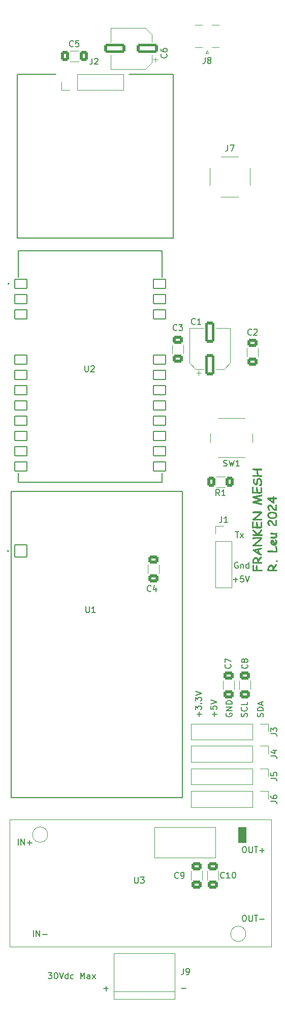
<source format=gto>
%TF.GenerationSoftware,KiCad,Pcbnew,7.0.9*%
%TF.CreationDate,2024-10-13T10:47:50-07:00*%
%TF.ProjectId,DIY Meshtastic 1W Node,44495920-4d65-4736-9874-617374696320,1.0*%
%TF.SameCoordinates,Original*%
%TF.FileFunction,Legend,Top*%
%TF.FilePolarity,Positive*%
%FSLAX46Y46*%
G04 Gerber Fmt 4.6, Leading zero omitted, Abs format (unit mm)*
G04 Created by KiCad (PCBNEW 7.0.9) date 2024-10-13 10:47:50*
%MOMM*%
%LPD*%
G01*
G04 APERTURE LIST*
G04 Aperture macros list*
%AMRoundRect*
0 Rectangle with rounded corners*
0 $1 Rounding radius*
0 $2 $3 $4 $5 $6 $7 $8 $9 X,Y pos of 4 corners*
0 Add a 4 corners polygon primitive as box body*
4,1,4,$2,$3,$4,$5,$6,$7,$8,$9,$2,$3,0*
0 Add four circle primitives for the rounded corners*
1,1,$1+$1,$2,$3*
1,1,$1+$1,$4,$5*
1,1,$1+$1,$6,$7*
1,1,$1+$1,$8,$9*
0 Add four rect primitives between the rounded corners*
20,1,$1+$1,$2,$3,$4,$5,0*
20,1,$1+$1,$4,$5,$6,$7,0*
20,1,$1+$1,$6,$7,$8,$9,0*
20,1,$1+$1,$8,$9,$2,$3,0*%
G04 Aperture macros list end*
%ADD10C,0.150000*%
%ADD11C,0.300000*%
%ADD12C,0.127000*%
%ADD13C,0.200000*%
%ADD14C,0.120000*%
%ADD15C,0.100000*%
%ADD16RoundRect,0.102000X1.040000X0.755000X-1.040000X0.755000X-1.040000X-0.755000X1.040000X-0.755000X0*%
%ADD17RoundRect,0.250000X0.625000X-0.400000X0.625000X0.400000X-0.625000X0.400000X-0.625000X-0.400000X0*%
%ADD18RoundRect,0.250000X-0.625000X0.400000X-0.625000X-0.400000X0.625000X-0.400000X0.625000X0.400000X0*%
%ADD19R,1.270000X3.600000*%
%ADD20R,1.350000X4.200000*%
%ADD21RoundRect,0.250000X1.500000X0.550000X-1.500000X0.550000X-1.500000X-0.550000X1.500000X-0.550000X0*%
%ADD22R,1.700000X1.700000*%
%ADD23O,1.700000X1.700000*%
%ADD24C,3.000000*%
%ADD25RoundRect,0.102000X-1.000000X-1.000000X1.000000X-1.000000X1.000000X1.000000X-1.000000X1.000000X0*%
%ADD26C,2.204000*%
%ADD27R,3.000000X3.000000*%
%ADD28C,3.500000*%
%ADD29C,1.524000*%
%ADD30RoundRect,0.250000X0.550000X-1.500000X0.550000X1.500000X-0.550000X1.500000X-0.550000X-1.500000X0*%
%ADD31C,2.000000*%
%ADD32C,2.050000*%
%ADD33C,2.250000*%
%ADD34RoundRect,0.250000X0.400000X0.625000X-0.400000X0.625000X-0.400000X-0.625000X0.400000X-0.625000X0*%
G04 APERTURE END LIST*
D10*
X121920000Y-38862000D02*
X129286000Y-38862000D01*
X103286000Y-66132000D02*
X129286000Y-66132000D01*
X109728000Y-38862000D02*
X103378000Y-38862000D01*
X129286000Y-66132000D02*
X129286000Y-40132000D01*
X129286000Y-38862000D02*
X129286000Y-40132000D01*
X103286000Y-38862000D02*
X103286000Y-66132000D01*
X141554200Y-145760839D02*
X141601819Y-145617982D01*
X141601819Y-145617982D02*
X141601819Y-145379887D01*
X141601819Y-145379887D02*
X141554200Y-145284649D01*
X141554200Y-145284649D02*
X141506580Y-145237030D01*
X141506580Y-145237030D02*
X141411342Y-145189411D01*
X141411342Y-145189411D02*
X141316104Y-145189411D01*
X141316104Y-145189411D02*
X141220866Y-145237030D01*
X141220866Y-145237030D02*
X141173247Y-145284649D01*
X141173247Y-145284649D02*
X141125628Y-145379887D01*
X141125628Y-145379887D02*
X141078009Y-145570363D01*
X141078009Y-145570363D02*
X141030390Y-145665601D01*
X141030390Y-145665601D02*
X140982771Y-145713220D01*
X140982771Y-145713220D02*
X140887533Y-145760839D01*
X140887533Y-145760839D02*
X140792295Y-145760839D01*
X140792295Y-145760839D02*
X140697057Y-145713220D01*
X140697057Y-145713220D02*
X140649438Y-145665601D01*
X140649438Y-145665601D02*
X140601819Y-145570363D01*
X140601819Y-145570363D02*
X140601819Y-145332268D01*
X140601819Y-145332268D02*
X140649438Y-145189411D01*
X141506580Y-144189411D02*
X141554200Y-144237030D01*
X141554200Y-144237030D02*
X141601819Y-144379887D01*
X141601819Y-144379887D02*
X141601819Y-144475125D01*
X141601819Y-144475125D02*
X141554200Y-144617982D01*
X141554200Y-144617982D02*
X141458961Y-144713220D01*
X141458961Y-144713220D02*
X141363723Y-144760839D01*
X141363723Y-144760839D02*
X141173247Y-144808458D01*
X141173247Y-144808458D02*
X141030390Y-144808458D01*
X141030390Y-144808458D02*
X140839914Y-144760839D01*
X140839914Y-144760839D02*
X140744676Y-144713220D01*
X140744676Y-144713220D02*
X140649438Y-144617982D01*
X140649438Y-144617982D02*
X140601819Y-144475125D01*
X140601819Y-144475125D02*
X140601819Y-144379887D01*
X140601819Y-144379887D02*
X140649438Y-144237030D01*
X140649438Y-144237030D02*
X140697057Y-144189411D01*
X141601819Y-143284649D02*
X141601819Y-143760839D01*
X141601819Y-143760839D02*
X140601819Y-143760839D01*
X133600866Y-145713220D02*
X133600866Y-144951316D01*
X133981819Y-145332268D02*
X133219914Y-145332268D01*
X132981819Y-144570363D02*
X132981819Y-143951316D01*
X132981819Y-143951316D02*
X133362771Y-144284649D01*
X133362771Y-144284649D02*
X133362771Y-144141792D01*
X133362771Y-144141792D02*
X133410390Y-144046554D01*
X133410390Y-144046554D02*
X133458009Y-143998935D01*
X133458009Y-143998935D02*
X133553247Y-143951316D01*
X133553247Y-143951316D02*
X133791342Y-143951316D01*
X133791342Y-143951316D02*
X133886580Y-143998935D01*
X133886580Y-143998935D02*
X133934200Y-144046554D01*
X133934200Y-144046554D02*
X133981819Y-144141792D01*
X133981819Y-144141792D02*
X133981819Y-144427506D01*
X133981819Y-144427506D02*
X133934200Y-144522744D01*
X133934200Y-144522744D02*
X133886580Y-144570363D01*
X133886580Y-143522744D02*
X133934200Y-143475125D01*
X133934200Y-143475125D02*
X133981819Y-143522744D01*
X133981819Y-143522744D02*
X133934200Y-143570363D01*
X133934200Y-143570363D02*
X133886580Y-143522744D01*
X133886580Y-143522744D02*
X133981819Y-143522744D01*
X132981819Y-143141792D02*
X132981819Y-142522745D01*
X132981819Y-142522745D02*
X133362771Y-142856078D01*
X133362771Y-142856078D02*
X133362771Y-142713221D01*
X133362771Y-142713221D02*
X133410390Y-142617983D01*
X133410390Y-142617983D02*
X133458009Y-142570364D01*
X133458009Y-142570364D02*
X133553247Y-142522745D01*
X133553247Y-142522745D02*
X133791342Y-142522745D01*
X133791342Y-142522745D02*
X133886580Y-142570364D01*
X133886580Y-142570364D02*
X133934200Y-142617983D01*
X133934200Y-142617983D02*
X133981819Y-142713221D01*
X133981819Y-142713221D02*
X133981819Y-142998935D01*
X133981819Y-142998935D02*
X133934200Y-143094173D01*
X133934200Y-143094173D02*
X133886580Y-143141792D01*
X132981819Y-142237030D02*
X133981819Y-141903697D01*
X133981819Y-141903697D02*
X132981819Y-141570364D01*
X140052588Y-120075438D02*
X139957350Y-120027819D01*
X139957350Y-120027819D02*
X139814493Y-120027819D01*
X139814493Y-120027819D02*
X139671636Y-120075438D01*
X139671636Y-120075438D02*
X139576398Y-120170676D01*
X139576398Y-120170676D02*
X139528779Y-120265914D01*
X139528779Y-120265914D02*
X139481160Y-120456390D01*
X139481160Y-120456390D02*
X139481160Y-120599247D01*
X139481160Y-120599247D02*
X139528779Y-120789723D01*
X139528779Y-120789723D02*
X139576398Y-120884961D01*
X139576398Y-120884961D02*
X139671636Y-120980200D01*
X139671636Y-120980200D02*
X139814493Y-121027819D01*
X139814493Y-121027819D02*
X139909731Y-121027819D01*
X139909731Y-121027819D02*
X140052588Y-120980200D01*
X140052588Y-120980200D02*
X140100207Y-120932580D01*
X140100207Y-120932580D02*
X140100207Y-120599247D01*
X140100207Y-120599247D02*
X139909731Y-120599247D01*
X140528779Y-120361152D02*
X140528779Y-121027819D01*
X140528779Y-120456390D02*
X140576398Y-120408771D01*
X140576398Y-120408771D02*
X140671636Y-120361152D01*
X140671636Y-120361152D02*
X140814493Y-120361152D01*
X140814493Y-120361152D02*
X140909731Y-120408771D01*
X140909731Y-120408771D02*
X140957350Y-120504009D01*
X140957350Y-120504009D02*
X140957350Y-121027819D01*
X141862112Y-121027819D02*
X141862112Y-120027819D01*
X141862112Y-120980200D02*
X141766874Y-121027819D01*
X141766874Y-121027819D02*
X141576398Y-121027819D01*
X141576398Y-121027819D02*
X141481160Y-120980200D01*
X141481160Y-120980200D02*
X141433541Y-120932580D01*
X141433541Y-120932580D02*
X141385922Y-120837342D01*
X141385922Y-120837342D02*
X141385922Y-120551628D01*
X141385922Y-120551628D02*
X141433541Y-120456390D01*
X141433541Y-120456390D02*
X141481160Y-120408771D01*
X141481160Y-120408771D02*
X141576398Y-120361152D01*
X141576398Y-120361152D02*
X141766874Y-120361152D01*
X141766874Y-120361152D02*
X141862112Y-120408771D01*
X139274779Y-122932866D02*
X140036684Y-122932866D01*
X139655731Y-123313819D02*
X139655731Y-122551914D01*
X140989064Y-122313819D02*
X140512874Y-122313819D01*
X140512874Y-122313819D02*
X140465255Y-122790009D01*
X140465255Y-122790009D02*
X140512874Y-122742390D01*
X140512874Y-122742390D02*
X140608112Y-122694771D01*
X140608112Y-122694771D02*
X140846207Y-122694771D01*
X140846207Y-122694771D02*
X140941445Y-122742390D01*
X140941445Y-122742390D02*
X140989064Y-122790009D01*
X140989064Y-122790009D02*
X141036683Y-122885247D01*
X141036683Y-122885247D02*
X141036683Y-123123342D01*
X141036683Y-123123342D02*
X140989064Y-123218580D01*
X140989064Y-123218580D02*
X140941445Y-123266200D01*
X140941445Y-123266200D02*
X140846207Y-123313819D01*
X140846207Y-123313819D02*
X140608112Y-123313819D01*
X140608112Y-123313819D02*
X140512874Y-123266200D01*
X140512874Y-123266200D02*
X140465255Y-123218580D01*
X141322398Y-122313819D02*
X141655731Y-123313819D01*
X141655731Y-123313819D02*
X141989064Y-122313819D01*
X144251200Y-145760839D02*
X144298819Y-145617982D01*
X144298819Y-145617982D02*
X144298819Y-145379887D01*
X144298819Y-145379887D02*
X144251200Y-145284649D01*
X144251200Y-145284649D02*
X144203580Y-145237030D01*
X144203580Y-145237030D02*
X144108342Y-145189411D01*
X144108342Y-145189411D02*
X144013104Y-145189411D01*
X144013104Y-145189411D02*
X143917866Y-145237030D01*
X143917866Y-145237030D02*
X143870247Y-145284649D01*
X143870247Y-145284649D02*
X143822628Y-145379887D01*
X143822628Y-145379887D02*
X143775009Y-145570363D01*
X143775009Y-145570363D02*
X143727390Y-145665601D01*
X143727390Y-145665601D02*
X143679771Y-145713220D01*
X143679771Y-145713220D02*
X143584533Y-145760839D01*
X143584533Y-145760839D02*
X143489295Y-145760839D01*
X143489295Y-145760839D02*
X143394057Y-145713220D01*
X143394057Y-145713220D02*
X143346438Y-145665601D01*
X143346438Y-145665601D02*
X143298819Y-145570363D01*
X143298819Y-145570363D02*
X143298819Y-145332268D01*
X143298819Y-145332268D02*
X143346438Y-145189411D01*
X144298819Y-144760839D02*
X143298819Y-144760839D01*
X143298819Y-144760839D02*
X143298819Y-144522744D01*
X143298819Y-144522744D02*
X143346438Y-144379887D01*
X143346438Y-144379887D02*
X143441676Y-144284649D01*
X143441676Y-144284649D02*
X143536914Y-144237030D01*
X143536914Y-144237030D02*
X143727390Y-144189411D01*
X143727390Y-144189411D02*
X143870247Y-144189411D01*
X143870247Y-144189411D02*
X144060723Y-144237030D01*
X144060723Y-144237030D02*
X144155961Y-144284649D01*
X144155961Y-144284649D02*
X144251200Y-144379887D01*
X144251200Y-144379887D02*
X144298819Y-144522744D01*
X144298819Y-144522744D02*
X144298819Y-144760839D01*
X144013104Y-143808458D02*
X144013104Y-143332268D01*
X144298819Y-143903696D02*
X143298819Y-143570363D01*
X143298819Y-143570363D02*
X144298819Y-143237030D01*
X139639922Y-114947819D02*
X140211350Y-114947819D01*
X139925636Y-115947819D02*
X139925636Y-114947819D01*
X140449446Y-115947819D02*
X140973255Y-115281152D01*
X140449446Y-115281152D02*
X140973255Y-115947819D01*
D11*
G36*
X142770845Y-120577898D02*
G01*
X142770022Y-120593282D01*
X142767874Y-120607985D01*
X142764393Y-120623499D01*
X142762418Y-120630654D01*
X142757760Y-120647462D01*
X142753402Y-120664732D01*
X142749345Y-120682462D01*
X142745588Y-120700653D01*
X142742132Y-120719304D01*
X142738977Y-120738417D01*
X142736122Y-120757990D01*
X142733567Y-120778024D01*
X142731313Y-120798519D01*
X142729360Y-120819475D01*
X142727707Y-120840891D01*
X142726354Y-120862769D01*
X142725302Y-120885107D01*
X142724551Y-120907906D01*
X142724100Y-120931166D01*
X142723950Y-120954886D01*
X142724042Y-120970938D01*
X142724316Y-120987584D01*
X142724774Y-121004826D01*
X142725415Y-121022664D01*
X142726240Y-121041097D01*
X142727247Y-121060125D01*
X142728123Y-121074786D01*
X142729102Y-121089783D01*
X142729812Y-121099967D01*
X142730962Y-121115446D01*
X142732216Y-121131248D01*
X142733573Y-121147372D01*
X142735032Y-121163817D01*
X142736595Y-121180585D01*
X142738261Y-121197674D01*
X142740030Y-121215086D01*
X142741902Y-121232820D01*
X142743877Y-121250875D01*
X142745955Y-121269253D01*
X142747397Y-121281683D01*
X142771048Y-121281426D01*
X142794280Y-121281203D01*
X142817095Y-121281014D01*
X142839492Y-121280859D01*
X142861471Y-121280739D01*
X142883032Y-121280653D01*
X142904175Y-121280601D01*
X142924901Y-121280584D01*
X142945208Y-121280601D01*
X142965098Y-121280653D01*
X142984569Y-121280739D01*
X143003623Y-121280859D01*
X143022259Y-121281014D01*
X143040477Y-121281203D01*
X143058277Y-121281426D01*
X143075660Y-121281683D01*
X143069981Y-121262293D01*
X143064669Y-121243324D01*
X143059723Y-121224775D01*
X143055143Y-121206647D01*
X143050930Y-121188940D01*
X143047083Y-121171654D01*
X143043603Y-121154788D01*
X143040489Y-121138343D01*
X143037741Y-121122319D01*
X143035360Y-121106716D01*
X143033345Y-121091533D01*
X143031696Y-121076771D01*
X143029910Y-121055417D01*
X143028948Y-121035010D01*
X143028765Y-121021931D01*
X143028857Y-120998173D01*
X143029131Y-120974802D01*
X143029589Y-120951817D01*
X143030230Y-120929218D01*
X143031055Y-120907006D01*
X143032062Y-120885180D01*
X143033253Y-120863740D01*
X143034627Y-120842687D01*
X143036184Y-120822021D01*
X143037924Y-120801740D01*
X143039848Y-120781847D01*
X143041954Y-120762339D01*
X143044244Y-120743218D01*
X143046717Y-120724483D01*
X143049373Y-120706135D01*
X143052212Y-120688173D01*
X143054694Y-120672069D01*
X143058017Y-120657004D01*
X143064579Y-120636354D01*
X143073035Y-120618042D01*
X143083384Y-120602067D01*
X143095627Y-120588431D01*
X143109762Y-120577132D01*
X143125791Y-120568170D01*
X143143714Y-120561547D01*
X143163530Y-120557261D01*
X143185239Y-120555313D01*
X143192896Y-120555183D01*
X143207608Y-120555847D01*
X143225128Y-120558545D01*
X143241683Y-120563317D01*
X143257271Y-120570165D01*
X143271894Y-120579088D01*
X143285550Y-120590086D01*
X143293280Y-120597681D01*
X143304890Y-120611304D01*
X143314532Y-120625838D01*
X143322206Y-120641285D01*
X143327913Y-120657645D01*
X143331652Y-120674917D01*
X143333423Y-120693101D01*
X143333580Y-120700630D01*
X143333294Y-120718660D01*
X143332653Y-120734977D01*
X143331645Y-120752978D01*
X143330271Y-120772661D01*
X143329001Y-120788528D01*
X143327524Y-120805342D01*
X143325841Y-120823103D01*
X143323952Y-120841810D01*
X143321856Y-120861464D01*
X143319761Y-120881052D01*
X143317872Y-120899700D01*
X143316189Y-120917408D01*
X143314712Y-120934175D01*
X143313442Y-120950003D01*
X143312377Y-120964890D01*
X143311278Y-120983277D01*
X143310545Y-120999992D01*
X143310179Y-121015036D01*
X143310133Y-121021931D01*
X143310545Y-121037038D01*
X143311781Y-121054058D01*
X143313842Y-121072991D01*
X143316727Y-121093836D01*
X143319109Y-121108795D01*
X143321856Y-121124605D01*
X143324971Y-121141264D01*
X143328451Y-121158774D01*
X143332298Y-121177134D01*
X143336511Y-121196343D01*
X143341091Y-121216403D01*
X143346036Y-121237313D01*
X143351349Y-121259073D01*
X143357027Y-121281683D01*
X144012087Y-121281683D01*
X144026976Y-121282416D01*
X144044702Y-121285393D01*
X144061444Y-121290659D01*
X144077203Y-121298216D01*
X144091977Y-121308062D01*
X144105768Y-121320197D01*
X144113570Y-121328578D01*
X144123101Y-121340519D01*
X144131361Y-121352895D01*
X144139900Y-121368978D01*
X144146452Y-121385739D01*
X144151019Y-121403181D01*
X144153601Y-121421303D01*
X144154236Y-121436289D01*
X144153279Y-121454396D01*
X144150408Y-121471394D01*
X144145623Y-121487283D01*
X144138923Y-121502063D01*
X144130310Y-121515734D01*
X144119782Y-121528295D01*
X144115035Y-121533009D01*
X144102266Y-121543669D01*
X144088459Y-121552522D01*
X144073615Y-121559569D01*
X144057733Y-121564809D01*
X144040814Y-121568241D01*
X144022857Y-121569868D01*
X144015384Y-121570012D01*
X142846682Y-121570012D01*
X142830277Y-121569961D01*
X142814422Y-121569839D01*
X142796582Y-121569646D01*
X142780880Y-121569440D01*
X142763907Y-121569188D01*
X142745663Y-121568890D01*
X142726148Y-121568547D01*
X142711393Y-121568285D01*
X142692832Y-121567976D01*
X142675541Y-121567712D01*
X142659521Y-121567495D01*
X142644772Y-121567323D01*
X142628123Y-121567173D01*
X142613459Y-121567094D01*
X142605614Y-121567081D01*
X142590914Y-121566446D01*
X142573440Y-121563864D01*
X142556968Y-121559297D01*
X142541498Y-121552745D01*
X142527029Y-121544206D01*
X142513562Y-121533682D01*
X142505963Y-121526415D01*
X142494459Y-121513091D01*
X142484904Y-121498766D01*
X142477300Y-121483438D01*
X142471645Y-121467109D01*
X142467940Y-121449779D01*
X142466380Y-121435193D01*
X142466030Y-121423833D01*
X142466783Y-121407121D01*
X142469045Y-121391285D01*
X142472814Y-121376326D01*
X142478091Y-121362243D01*
X142481783Y-121354590D01*
X142479263Y-121339738D01*
X142476832Y-121325040D01*
X142474489Y-121310497D01*
X142471141Y-121288973D01*
X142467993Y-121267796D01*
X142465045Y-121246967D01*
X142462296Y-121226485D01*
X142459747Y-121206352D01*
X142457397Y-121186566D01*
X142455247Y-121167128D01*
X142453297Y-121148038D01*
X142452108Y-121135504D01*
X142450405Y-121116921D01*
X142448870Y-121098680D01*
X142447503Y-121080780D01*
X142446303Y-121063222D01*
X142445271Y-121046004D01*
X142444405Y-121029128D01*
X142443708Y-121012593D01*
X142443178Y-120996400D01*
X142442815Y-120980548D01*
X142442619Y-120965037D01*
X142442582Y-120954886D01*
X142442745Y-120939993D01*
X142443235Y-120924621D01*
X142444051Y-120908772D01*
X142445193Y-120892444D01*
X142446661Y-120875639D01*
X142448455Y-120858355D01*
X142450576Y-120840594D01*
X142453024Y-120822354D01*
X142455797Y-120803637D01*
X142458897Y-120784441D01*
X142462323Y-120764768D01*
X142466075Y-120744616D01*
X142470154Y-120723987D01*
X142474559Y-120702879D01*
X142479290Y-120681294D01*
X142484348Y-120659230D01*
X142490977Y-120632168D01*
X142497857Y-120606852D01*
X142504990Y-120583281D01*
X142512375Y-120561457D01*
X142520011Y-120541379D01*
X142527899Y-120523046D01*
X142536039Y-120506459D01*
X142544431Y-120491619D01*
X142553075Y-120478524D01*
X142566513Y-120462156D01*
X142580518Y-120449716D01*
X142595090Y-120441204D01*
X142610228Y-120436621D01*
X142620635Y-120435748D01*
X142635753Y-120436401D01*
X142650334Y-120438359D01*
X142667802Y-120442641D01*
X142684430Y-120448963D01*
X142700217Y-120457324D01*
X142715163Y-120467725D01*
X142726515Y-120477514D01*
X142736904Y-120488219D01*
X142747944Y-120502340D01*
X142756818Y-120517284D01*
X142763528Y-120533052D01*
X142768074Y-120549642D01*
X142770455Y-120567055D01*
X142770845Y-120577898D01*
G37*
G36*
X143925356Y-119086738D02*
G01*
X143939936Y-119088764D01*
X143957404Y-119093197D01*
X143974032Y-119099741D01*
X143989819Y-119108395D01*
X144001843Y-119116839D01*
X144013329Y-119126634D01*
X144016117Y-119129293D01*
X144026507Y-119140359D01*
X144035511Y-119151939D01*
X144044819Y-119167139D01*
X144051962Y-119183145D01*
X144056940Y-119199955D01*
X144059754Y-119217570D01*
X144060447Y-119232242D01*
X144059293Y-119249420D01*
X144055831Y-119266152D01*
X144050062Y-119282436D01*
X144041985Y-119298273D01*
X144033863Y-119310621D01*
X144024263Y-119322682D01*
X144013186Y-119334457D01*
X143993320Y-119354027D01*
X143973837Y-119373717D01*
X143954740Y-119393528D01*
X143936026Y-119413460D01*
X143917697Y-119433513D01*
X143899752Y-119453687D01*
X143882191Y-119473982D01*
X143865014Y-119494398D01*
X143848222Y-119514935D01*
X143831814Y-119535593D01*
X143815790Y-119556371D01*
X143800151Y-119577271D01*
X143784895Y-119598291D01*
X143770024Y-119619433D01*
X143755538Y-119640695D01*
X143741435Y-119662079D01*
X143727717Y-119683583D01*
X143714383Y-119705208D01*
X143701433Y-119726954D01*
X143688868Y-119748821D01*
X143676686Y-119770809D01*
X143664889Y-119792918D01*
X143653477Y-119815148D01*
X143642448Y-119837498D01*
X143631804Y-119859970D01*
X143621544Y-119882563D01*
X143611668Y-119905276D01*
X143602177Y-119928111D01*
X143593069Y-119951066D01*
X143584346Y-119974142D01*
X143576008Y-119997339D01*
X143568053Y-120020658D01*
X143588217Y-120019959D01*
X143607811Y-120019282D01*
X143626836Y-120018628D01*
X143645293Y-120017996D01*
X143663181Y-120017386D01*
X143680500Y-120016798D01*
X143697250Y-120016232D01*
X143713431Y-120015689D01*
X143729043Y-120015167D01*
X143744087Y-120014668D01*
X143772467Y-120013737D01*
X143798572Y-120012894D01*
X143822402Y-120012140D01*
X143843956Y-120011474D01*
X143863234Y-120010897D01*
X143880237Y-120010409D01*
X143894965Y-120010010D01*
X143912789Y-120009578D01*
X143928592Y-120009311D01*
X143931120Y-120009300D01*
X143946840Y-120009947D01*
X143961941Y-120011888D01*
X143976423Y-120015122D01*
X143993658Y-120020984D01*
X144009926Y-120028868D01*
X144025228Y-120038773D01*
X144036774Y-120048152D01*
X144039564Y-120050699D01*
X144049954Y-120061278D01*
X144060993Y-120075403D01*
X144069868Y-120090530D01*
X144076578Y-120106659D01*
X144081123Y-120123789D01*
X144083505Y-120141921D01*
X144083894Y-120153281D01*
X144083247Y-120168440D01*
X144080619Y-120186486D01*
X144075970Y-120203531D01*
X144069299Y-120219573D01*
X144060607Y-120234614D01*
X144049893Y-120248653D01*
X144042495Y-120256596D01*
X144029216Y-120268417D01*
X144015025Y-120278235D01*
X143999921Y-120286048D01*
X143983905Y-120291859D01*
X143966977Y-120295665D01*
X143949136Y-120297469D01*
X143941745Y-120297629D01*
X143926362Y-120297613D01*
X143909613Y-120297565D01*
X143891500Y-120297484D01*
X143872021Y-120297371D01*
X143851177Y-120297226D01*
X143836522Y-120297112D01*
X143821261Y-120296983D01*
X143805393Y-120296840D01*
X143788918Y-120296683D01*
X143771836Y-120296511D01*
X143754148Y-120296325D01*
X143735852Y-120296124D01*
X143716950Y-120295910D01*
X143707272Y-120295797D01*
X143688066Y-120295531D01*
X143669467Y-120295282D01*
X143651476Y-120295050D01*
X143634090Y-120294835D01*
X143617312Y-120294638D01*
X143601141Y-120294458D01*
X143585576Y-120294294D01*
X143570618Y-120294148D01*
X143549319Y-120293962D01*
X143529385Y-120293814D01*
X143510816Y-120293704D01*
X143493613Y-120293633D01*
X143477774Y-120293601D01*
X143472799Y-120293599D01*
X142629428Y-120291401D01*
X142612678Y-120290771D01*
X142596318Y-120288882D01*
X142580347Y-120285734D01*
X142564765Y-120281326D01*
X142549572Y-120275659D01*
X142534769Y-120268732D01*
X142520354Y-120260546D01*
X142506330Y-120251101D01*
X142493692Y-120240923D01*
X142482433Y-120230038D01*
X142472552Y-120218443D01*
X142464049Y-120206141D01*
X142456924Y-120193130D01*
X142451177Y-120179411D01*
X142446809Y-120164983D01*
X142443819Y-120149847D01*
X142442207Y-120134002D01*
X142441973Y-120117449D01*
X142442582Y-120106020D01*
X142443710Y-120090597D01*
X142444805Y-120075651D01*
X142446893Y-120047190D01*
X142448846Y-120020639D01*
X142449386Y-120013330D01*
X142723950Y-120013330D01*
X143286685Y-120013330D01*
X143287072Y-119997874D01*
X143287332Y-119982195D01*
X143287418Y-119967901D01*
X143287355Y-119952252D01*
X143287166Y-119936859D01*
X143286851Y-119921721D01*
X143286411Y-119906838D01*
X143285151Y-119877840D01*
X143283388Y-119849863D01*
X143281121Y-119822908D01*
X143278351Y-119796975D01*
X143275076Y-119772064D01*
X143271298Y-119748174D01*
X143267016Y-119725306D01*
X143262231Y-119703461D01*
X143256941Y-119682636D01*
X143251148Y-119662834D01*
X143244851Y-119644054D01*
X143238051Y-119626295D01*
X143230746Y-119609558D01*
X143222938Y-119593843D01*
X143215788Y-119580883D01*
X143208077Y-119568198D01*
X143199806Y-119555787D01*
X143190973Y-119543651D01*
X143181579Y-119531790D01*
X143171624Y-119520204D01*
X143161108Y-119508892D01*
X143150032Y-119497856D01*
X143138938Y-119487552D01*
X143126068Y-119476604D01*
X143114308Y-119467802D01*
X143101660Y-119460074D01*
X143087280Y-119454579D01*
X143081155Y-119453892D01*
X143066350Y-119454463D01*
X143051611Y-119456176D01*
X143036938Y-119459031D01*
X143022331Y-119463028D01*
X143007789Y-119468167D01*
X142993314Y-119474449D01*
X142978904Y-119481872D01*
X142964560Y-119490437D01*
X142950281Y-119500144D01*
X142936069Y-119510993D01*
X142921923Y-119522985D01*
X142907842Y-119536118D01*
X142893827Y-119550393D01*
X142879878Y-119565811D01*
X142865995Y-119582370D01*
X142852177Y-119600071D01*
X142839559Y-119617529D01*
X142827625Y-119635099D01*
X142816375Y-119652781D01*
X142805809Y-119670574D01*
X142795928Y-119688478D01*
X142786730Y-119706494D01*
X142778216Y-119724622D01*
X142770387Y-119742862D01*
X142763241Y-119761213D01*
X142756780Y-119779676D01*
X142751002Y-119798250D01*
X142745909Y-119816936D01*
X142741500Y-119835734D01*
X142737774Y-119854643D01*
X142734733Y-119873664D01*
X142732376Y-119892796D01*
X142731081Y-119908031D01*
X142729977Y-119923295D01*
X142728875Y-119939178D01*
X142727579Y-119958323D01*
X142726479Y-119974823D01*
X142725269Y-119993159D01*
X142723950Y-120013330D01*
X142449386Y-120013330D01*
X142450665Y-119995997D01*
X142452350Y-119973263D01*
X142453899Y-119952439D01*
X142455315Y-119933524D01*
X142456596Y-119916519D01*
X142457742Y-119901422D01*
X142459209Y-119882356D01*
X142460374Y-119867586D01*
X142461642Y-119852515D01*
X142462000Y-119849199D01*
X142464284Y-119831369D01*
X142466831Y-119813874D01*
X142469642Y-119796713D01*
X142472716Y-119779888D01*
X142476053Y-119763397D01*
X142479654Y-119747241D01*
X142483518Y-119731420D01*
X142487645Y-119715934D01*
X142492036Y-119700783D01*
X142496690Y-119685967D01*
X142501607Y-119671485D01*
X142506788Y-119657339D01*
X142512231Y-119643527D01*
X142520891Y-119623437D01*
X142530143Y-119604101D01*
X142543938Y-119577031D01*
X142557938Y-119550820D01*
X142572143Y-119525468D01*
X142586552Y-119500976D01*
X142601166Y-119477343D01*
X142615984Y-119454569D01*
X142631007Y-119432655D01*
X142646235Y-119411600D01*
X142661667Y-119391404D01*
X142677304Y-119372068D01*
X142693146Y-119353592D01*
X142709192Y-119335974D01*
X142725443Y-119319216D01*
X142741899Y-119303318D01*
X142758559Y-119288279D01*
X142775424Y-119274099D01*
X142792494Y-119260778D01*
X142809768Y-119248317D01*
X142827247Y-119236716D01*
X142844930Y-119225973D01*
X142862818Y-119216090D01*
X142880911Y-119207067D01*
X142899209Y-119198903D01*
X142917711Y-119191598D01*
X142936418Y-119185153D01*
X142955329Y-119179567D01*
X142974445Y-119174840D01*
X142993766Y-119170973D01*
X143013291Y-119167965D01*
X143033021Y-119165817D01*
X143052956Y-119164528D01*
X143073095Y-119164098D01*
X143089644Y-119164459D01*
X143105953Y-119165540D01*
X143122022Y-119167344D01*
X143137850Y-119169868D01*
X143153438Y-119173114D01*
X143168785Y-119177081D01*
X143183892Y-119181769D01*
X143198758Y-119187179D01*
X143213384Y-119193310D01*
X143227770Y-119200162D01*
X143241915Y-119207735D01*
X143255819Y-119216030D01*
X143269484Y-119225046D01*
X143282907Y-119234783D01*
X143296091Y-119245242D01*
X143309034Y-119256422D01*
X143321686Y-119268321D01*
X143334090Y-119280939D01*
X143346244Y-119294276D01*
X143358149Y-119308331D01*
X143369806Y-119323104D01*
X143381213Y-119338596D01*
X143392372Y-119354806D01*
X143403281Y-119371735D01*
X143413941Y-119389382D01*
X143424353Y-119407747D01*
X143434515Y-119426831D01*
X143444428Y-119446633D01*
X143454092Y-119467154D01*
X143463508Y-119488393D01*
X143472674Y-119510351D01*
X143481591Y-119533027D01*
X143491741Y-119516100D01*
X143501904Y-119499436D01*
X143512080Y-119483035D01*
X143522269Y-119466898D01*
X143532471Y-119451024D01*
X143542685Y-119435414D01*
X143552913Y-119420066D01*
X143563153Y-119404982D01*
X143573406Y-119390162D01*
X143583672Y-119375605D01*
X143593951Y-119361311D01*
X143604243Y-119347280D01*
X143614548Y-119333513D01*
X143624865Y-119320009D01*
X143635196Y-119306768D01*
X143645539Y-119293791D01*
X143655896Y-119281077D01*
X143666265Y-119268626D01*
X143676647Y-119256439D01*
X143687041Y-119244515D01*
X143697449Y-119232854D01*
X143707870Y-119221457D01*
X143718303Y-119210323D01*
X143728750Y-119199452D01*
X143739209Y-119188845D01*
X143749681Y-119178501D01*
X143770664Y-119158602D01*
X143791699Y-119139758D01*
X143812785Y-119121966D01*
X143826659Y-119111623D01*
X143841035Y-119103032D01*
X143855911Y-119096195D01*
X143871288Y-119091111D01*
X143887167Y-119087780D01*
X143903546Y-119086203D01*
X143910237Y-119086062D01*
X143925356Y-119086738D01*
G37*
G36*
X143941142Y-117615477D02*
G01*
X143958294Y-117618778D01*
X143974516Y-117624279D01*
X143989807Y-117631980D01*
X144004168Y-117641881D01*
X144017599Y-117653983D01*
X144022711Y-117659440D01*
X144032036Y-117670803D01*
X144041841Y-117685538D01*
X144049589Y-117700863D01*
X144055279Y-117716779D01*
X144058913Y-117733285D01*
X144060489Y-117750382D01*
X144060447Y-117760923D01*
X144058274Y-117776182D01*
X144052856Y-117791461D01*
X144044192Y-117806759D01*
X144032283Y-117822077D01*
X144017127Y-117837414D01*
X144005220Y-117847649D01*
X143991871Y-117857893D01*
X143977079Y-117868145D01*
X143960844Y-117878407D01*
X143943167Y-117888676D01*
X143924048Y-117898954D01*
X143903485Y-117909241D01*
X143881481Y-117919537D01*
X143869937Y-117924688D01*
X143854682Y-117931450D01*
X143839140Y-117938088D01*
X143823312Y-117944604D01*
X143807198Y-117950997D01*
X143790797Y-117957267D01*
X143774110Y-117963413D01*
X143757137Y-117969437D01*
X143739878Y-117975337D01*
X143722333Y-117981115D01*
X143704501Y-117986769D01*
X143686383Y-117992300D01*
X143667979Y-117997709D01*
X143649289Y-118002994D01*
X143630312Y-118008156D01*
X143611050Y-118013195D01*
X143591501Y-118018110D01*
X143594523Y-118033252D01*
X143597546Y-118050100D01*
X143600568Y-118068655D01*
X143603591Y-118088916D01*
X143606613Y-118110884D01*
X143608628Y-118126477D01*
X143610643Y-118142829D01*
X143612658Y-118159940D01*
X143614673Y-118177808D01*
X143616688Y-118196436D01*
X143618703Y-118215822D01*
X143620718Y-118235966D01*
X143622733Y-118256869D01*
X143623741Y-118267605D01*
X143625779Y-118287642D01*
X143627862Y-118307086D01*
X143629992Y-118325938D01*
X143632167Y-118344198D01*
X143634388Y-118361865D01*
X143636655Y-118378939D01*
X143638968Y-118395421D01*
X143641326Y-118411311D01*
X143643730Y-118426608D01*
X143646180Y-118441313D01*
X143649941Y-118462259D01*
X143653805Y-118481872D01*
X143657772Y-118500152D01*
X143661842Y-118517099D01*
X143675873Y-118523281D01*
X143690762Y-118530013D01*
X143706510Y-118537294D01*
X143723117Y-118545125D01*
X143740582Y-118553506D01*
X143758906Y-118562436D01*
X143778089Y-118571916D01*
X143798130Y-118581945D01*
X143819030Y-118592524D01*
X143840789Y-118603652D01*
X143863406Y-118615330D01*
X143886882Y-118627557D01*
X143911216Y-118640334D01*
X143936410Y-118653661D01*
X143962462Y-118667537D01*
X143975810Y-118674681D01*
X143989372Y-118681963D01*
X144002074Y-118690786D01*
X144013526Y-118700222D01*
X144026853Y-118713755D01*
X144037958Y-118728375D01*
X144046843Y-118744083D01*
X144053506Y-118760878D01*
X144057948Y-118778761D01*
X144060169Y-118797732D01*
X144060447Y-118807625D01*
X144059508Y-118825094D01*
X144056690Y-118842008D01*
X144051994Y-118858367D01*
X144045420Y-118874172D01*
X144036968Y-118889422D01*
X144026637Y-118904118D01*
X144021979Y-118909841D01*
X144009333Y-118922823D01*
X143995668Y-118933605D01*
X143980983Y-118942186D01*
X143965278Y-118948567D01*
X143948554Y-118952748D01*
X143930810Y-118954728D01*
X143923427Y-118954904D01*
X143906310Y-118952551D01*
X143888319Y-118947699D01*
X143873871Y-118942993D01*
X143857459Y-118937111D01*
X143839083Y-118930053D01*
X143818744Y-118921818D01*
X143796442Y-118912407D01*
X143772176Y-118901820D01*
X143745947Y-118890056D01*
X143732096Y-118883733D01*
X143717754Y-118877116D01*
X143702921Y-118870205D01*
X143687597Y-118863000D01*
X143671783Y-118855500D01*
X143655478Y-118847707D01*
X143638681Y-118839619D01*
X143621394Y-118831238D01*
X143603616Y-118822562D01*
X143585347Y-118813592D01*
X143566588Y-118804328D01*
X143552836Y-118809933D01*
X143537592Y-118814364D01*
X143522851Y-118816688D01*
X143506870Y-118816785D01*
X143491942Y-118813280D01*
X143478069Y-118805286D01*
X143465252Y-118792801D01*
X143455758Y-118779580D01*
X143446939Y-118763486D01*
X143440769Y-118749530D01*
X143434978Y-118733957D01*
X143429568Y-118716767D01*
X143413682Y-118707598D01*
X143397761Y-118698364D01*
X143381805Y-118689065D01*
X143365814Y-118679701D01*
X143349788Y-118670272D01*
X143333728Y-118660778D01*
X143317631Y-118651218D01*
X143301500Y-118641594D01*
X143285334Y-118631904D01*
X143269133Y-118622149D01*
X143252897Y-118612329D01*
X143236625Y-118602444D01*
X143220319Y-118592494D01*
X143203977Y-118582479D01*
X143187601Y-118572398D01*
X143171189Y-118562253D01*
X143154742Y-118552042D01*
X143138261Y-118541767D01*
X143121744Y-118531426D01*
X143105192Y-118521020D01*
X143088605Y-118510549D01*
X143071983Y-118500013D01*
X143055326Y-118489411D01*
X143038634Y-118478745D01*
X143021907Y-118468013D01*
X143005145Y-118457217D01*
X142988347Y-118446355D01*
X142971515Y-118435428D01*
X142954647Y-118424436D01*
X142937745Y-118413379D01*
X142920807Y-118402257D01*
X142903835Y-118391069D01*
X142879785Y-118375165D01*
X142856498Y-118359648D01*
X142833975Y-118344517D01*
X142812215Y-118329772D01*
X142791219Y-118315414D01*
X142770986Y-118301442D01*
X142751517Y-118287856D01*
X142732811Y-118274657D01*
X142714869Y-118261844D01*
X142697691Y-118249418D01*
X142681275Y-118237378D01*
X142665624Y-118225725D01*
X142650735Y-118214457D01*
X142636611Y-118203577D01*
X142623250Y-118193082D01*
X142610652Y-118182974D01*
X142598818Y-118173253D01*
X142577440Y-118154969D01*
X142566386Y-118144872D01*
X143008981Y-118144872D01*
X143026404Y-118155184D01*
X143044599Y-118165967D01*
X143063567Y-118177223D01*
X143083308Y-118188951D01*
X143103821Y-118201151D01*
X143125107Y-118213823D01*
X143147167Y-118226968D01*
X143169998Y-118240585D01*
X143193603Y-118254674D01*
X143217981Y-118269236D01*
X143243131Y-118284270D01*
X143255996Y-118291964D01*
X143269054Y-118299776D01*
X143282306Y-118307706D01*
X143295750Y-118315754D01*
X143309388Y-118323921D01*
X143323219Y-118332205D01*
X143337243Y-118340607D01*
X143351460Y-118349128D01*
X143365871Y-118357766D01*
X143380475Y-118366523D01*
X143377816Y-118350827D01*
X143375337Y-118332591D01*
X143373482Y-118316174D01*
X143371742Y-118298130D01*
X143370116Y-118278461D01*
X143368972Y-118262642D01*
X143367892Y-118245909D01*
X143366877Y-118228261D01*
X143366553Y-118222175D01*
X143365411Y-118201290D01*
X143364320Y-118181912D01*
X143363281Y-118164042D01*
X143362294Y-118147677D01*
X143361358Y-118132820D01*
X143360190Y-118115355D01*
X143359114Y-118100569D01*
X143357898Y-118085853D01*
X143357027Y-118077095D01*
X143339997Y-118080236D01*
X143322337Y-118083524D01*
X143304048Y-118086957D01*
X143285128Y-118090536D01*
X143265579Y-118094261D01*
X143245401Y-118098132D01*
X143224592Y-118102150D01*
X143203154Y-118106313D01*
X143181087Y-118110622D01*
X143158389Y-118115077D01*
X143135062Y-118119678D01*
X143111105Y-118124425D01*
X143086519Y-118129318D01*
X143061303Y-118134357D01*
X143035457Y-118139542D01*
X143008981Y-118144872D01*
X142566386Y-118144872D01*
X142559116Y-118138231D01*
X142543846Y-118123038D01*
X142531630Y-118109391D01*
X142522468Y-118097290D01*
X142514451Y-118082035D01*
X142512924Y-118073798D01*
X142514125Y-118053232D01*
X142517728Y-118033986D01*
X142523734Y-118016060D01*
X142532141Y-117999455D01*
X142542951Y-117984169D01*
X142556162Y-117970204D01*
X142571776Y-117957559D01*
X142589792Y-117946234D01*
X142603137Y-117939418D01*
X142617550Y-117933188D01*
X142633030Y-117927545D01*
X142649578Y-117922489D01*
X142671087Y-117918433D01*
X142686502Y-117915497D01*
X142702780Y-117912374D01*
X142719919Y-117909065D01*
X142737919Y-117905570D01*
X142756781Y-117901890D01*
X142776505Y-117898023D01*
X142797090Y-117893970D01*
X142818537Y-117889731D01*
X142840845Y-117885306D01*
X142864015Y-117880695D01*
X142888046Y-117875898D01*
X142912938Y-117870915D01*
X142938693Y-117865745D01*
X142965309Y-117860390D01*
X142978939Y-117857643D01*
X142997479Y-117853678D01*
X143016186Y-117849659D01*
X143035060Y-117845586D01*
X143054101Y-117841460D01*
X143073310Y-117837280D01*
X143092687Y-117833046D01*
X143112231Y-117828759D01*
X143131942Y-117824418D01*
X143151821Y-117820024D01*
X143171867Y-117815575D01*
X143192081Y-117811073D01*
X143212462Y-117806518D01*
X143233011Y-117801909D01*
X143253727Y-117797246D01*
X143274610Y-117792529D01*
X143295661Y-117787759D01*
X143316880Y-117782935D01*
X143338266Y-117778057D01*
X143359819Y-117773126D01*
X143381539Y-117768141D01*
X143403428Y-117763103D01*
X143425483Y-117758010D01*
X143447706Y-117752865D01*
X143470097Y-117747665D01*
X143492654Y-117742412D01*
X143515380Y-117737105D01*
X143538273Y-117731744D01*
X143561333Y-117726330D01*
X143584560Y-117720862D01*
X143607955Y-117715340D01*
X143631518Y-117709765D01*
X143655248Y-117704136D01*
X143671484Y-117699107D01*
X143687654Y-117693283D01*
X143703333Y-117687284D01*
X143721451Y-117680094D01*
X143736640Y-117673920D01*
X143753200Y-117667076D01*
X143771132Y-117659563D01*
X143790436Y-117651380D01*
X143806605Y-117644767D01*
X143822001Y-117638805D01*
X143836624Y-117633493D01*
X143854919Y-117627422D01*
X143871841Y-117622508D01*
X143887388Y-117618749D01*
X143904891Y-117615678D01*
X143920247Y-117614413D01*
X143923060Y-117614377D01*
X143941142Y-117615477D01*
G37*
G36*
X143785674Y-115884039D02*
G01*
X143803398Y-115884468D01*
X143819690Y-115885430D01*
X143837859Y-115886941D01*
X143852718Y-115888435D01*
X143868634Y-115890238D01*
X143885605Y-115892350D01*
X143903633Y-115894772D01*
X143922717Y-115897502D01*
X143942857Y-115900542D01*
X143949805Y-115901624D01*
X143966042Y-115904615D01*
X143981232Y-115908459D01*
X143995374Y-115913156D01*
X144014623Y-115921801D01*
X144031515Y-115932364D01*
X144046051Y-115944847D01*
X144058229Y-115959249D01*
X144068050Y-115975570D01*
X144075514Y-115993810D01*
X144080620Y-116013970D01*
X144082716Y-116028476D01*
X144083763Y-116043834D01*
X144083894Y-116051833D01*
X144082623Y-116070163D01*
X144078811Y-116089065D01*
X144074284Y-116103617D01*
X144068327Y-116118492D01*
X144060940Y-116133688D01*
X144052123Y-116149206D01*
X144041877Y-116165046D01*
X144030202Y-116181209D01*
X144017096Y-116197693D01*
X144007565Y-116208861D01*
X144002561Y-116214499D01*
X143979910Y-116239397D01*
X143956697Y-116264494D01*
X143932923Y-116289789D01*
X143908589Y-116315284D01*
X143883693Y-116340977D01*
X143858237Y-116366869D01*
X143832219Y-116392961D01*
X143805640Y-116419251D01*
X143778501Y-116445740D01*
X143750800Y-116472428D01*
X143722539Y-116499315D01*
X143693716Y-116526401D01*
X143664333Y-116553686D01*
X143634388Y-116581170D01*
X143603883Y-116608852D01*
X143572816Y-116636734D01*
X143541188Y-116664815D01*
X143509000Y-116693094D01*
X143476250Y-116721572D01*
X143442940Y-116750250D01*
X143409068Y-116779126D01*
X143374636Y-116808201D01*
X143339642Y-116837475D01*
X143304088Y-116866948D01*
X143267972Y-116896620D01*
X143231296Y-116926491D01*
X143194058Y-116956561D01*
X143156260Y-116986829D01*
X143117900Y-117017297D01*
X143078980Y-117047964D01*
X143039498Y-117078829D01*
X142999456Y-117109893D01*
X143016128Y-117110277D01*
X143032391Y-117110648D01*
X143048247Y-117111006D01*
X143063696Y-117111353D01*
X143078736Y-117111688D01*
X143107593Y-117112320D01*
X143134818Y-117112904D01*
X143160412Y-117113439D01*
X143184375Y-117113926D01*
X143206706Y-117114364D01*
X143227405Y-117114753D01*
X143246473Y-117115094D01*
X143263910Y-117115386D01*
X143279715Y-117115629D01*
X143300364Y-117115903D01*
X143317342Y-117116067D01*
X143330649Y-117116122D01*
X143346764Y-117116089D01*
X143364335Y-117115993D01*
X143383361Y-117115832D01*
X143403842Y-117115606D01*
X143425779Y-117115317D01*
X143441212Y-117115088D01*
X143457292Y-117114830D01*
X143474019Y-117114544D01*
X143491392Y-117114229D01*
X143509413Y-117113886D01*
X143528080Y-117113513D01*
X143547394Y-117113113D01*
X143567356Y-117112683D01*
X143577579Y-117112458D01*
X143597863Y-117112014D01*
X143617501Y-117111599D01*
X143636492Y-117111213D01*
X143654836Y-117110855D01*
X143672533Y-117110526D01*
X143689583Y-117110225D01*
X143705987Y-117109954D01*
X143721743Y-117109710D01*
X143736853Y-117109496D01*
X143758304Y-117109227D01*
X143778301Y-117109023D01*
X143796841Y-117108884D01*
X143813927Y-117108809D01*
X143824508Y-117108794D01*
X143843352Y-117108939D01*
X143861597Y-117109374D01*
X143879244Y-117110098D01*
X143896293Y-117111113D01*
X143912743Y-117112417D01*
X143928596Y-117114011D01*
X143943850Y-117115894D01*
X143958506Y-117118068D01*
X143986023Y-117123284D01*
X144011148Y-117129660D01*
X144033880Y-117137195D01*
X144054219Y-117145889D01*
X144072165Y-117155742D01*
X144087718Y-117166754D01*
X144100879Y-117178926D01*
X144111646Y-117192257D01*
X144120021Y-117206747D01*
X144126003Y-117222396D01*
X144129592Y-117239204D01*
X144130789Y-117257172D01*
X144130062Y-117275484D01*
X144127881Y-117292869D01*
X144124246Y-117309327D01*
X144119157Y-117324858D01*
X144112614Y-117339461D01*
X144104617Y-117353136D01*
X144095166Y-117365885D01*
X144084260Y-117377706D01*
X144070894Y-117389316D01*
X144056669Y-117398958D01*
X144041585Y-117406632D01*
X144025642Y-117412339D01*
X144008841Y-117416077D01*
X143991181Y-117417848D01*
X143983877Y-117418006D01*
X143966746Y-117417774D01*
X143950228Y-117417227D01*
X143935545Y-117416557D01*
X143919556Y-117415681D01*
X143902263Y-117414599D01*
X143883664Y-117413311D01*
X143868858Y-117412210D01*
X143858580Y-117411411D01*
X143843220Y-117410167D01*
X143828600Y-117409046D01*
X143810259Y-117407740D01*
X143793234Y-117406653D01*
X143777526Y-117405783D01*
X143759743Y-117405001D01*
X143744017Y-117404559D01*
X143732917Y-117404450D01*
X143716751Y-117404387D01*
X143698662Y-117404198D01*
X143683833Y-117403974D01*
X143667922Y-117403679D01*
X143650929Y-117403313D01*
X143632854Y-117402876D01*
X143613697Y-117402368D01*
X143593458Y-117401790D01*
X143572138Y-117401141D01*
X143557323Y-117400668D01*
X143549735Y-117400420D01*
X143534680Y-117399932D01*
X143512998Y-117399259D01*
X143492399Y-117398657D01*
X143472882Y-117398126D01*
X143454446Y-117397665D01*
X143437092Y-117397276D01*
X143420821Y-117396957D01*
X143405631Y-117396709D01*
X143387061Y-117396489D01*
X143370414Y-117396394D01*
X143366553Y-117396390D01*
X143349214Y-117396442D01*
X143329802Y-117396596D01*
X143313883Y-117396780D01*
X143296799Y-117397021D01*
X143278549Y-117397321D01*
X143259134Y-117397678D01*
X143238553Y-117398094D01*
X143216806Y-117398567D01*
X143201660Y-117398915D01*
X143185997Y-117399288D01*
X143169815Y-117399688D01*
X143153632Y-117400042D01*
X143137964Y-117400375D01*
X143122812Y-117400684D01*
X143101049Y-117401104D01*
X143080445Y-117401474D01*
X143061001Y-117401791D01*
X143042715Y-117402057D01*
X143025589Y-117402272D01*
X143009622Y-117402435D01*
X142994815Y-117402547D01*
X142976874Y-117402616D01*
X142972711Y-117402618D01*
X142956276Y-117402813D01*
X142937930Y-117403397D01*
X142922915Y-117404090D01*
X142906824Y-117405003D01*
X142889659Y-117406134D01*
X142871417Y-117407484D01*
X142852101Y-117409053D01*
X142831708Y-117410842D01*
X142810241Y-117412849D01*
X142795331Y-117414309D01*
X142787697Y-117415075D01*
X142772503Y-117416583D01*
X142757787Y-117417994D01*
X142736609Y-117419928D01*
X142716507Y-117421644D01*
X142697480Y-117423140D01*
X142679528Y-117424417D01*
X142662652Y-117425475D01*
X142646852Y-117426315D01*
X142632127Y-117426935D01*
X142614166Y-117427422D01*
X142601951Y-117427531D01*
X142586678Y-117426701D01*
X142571817Y-117424211D01*
X142557369Y-117420061D01*
X142543332Y-117414251D01*
X142529708Y-117406780D01*
X142516496Y-117397650D01*
X142503696Y-117386859D01*
X142491309Y-117374408D01*
X142479888Y-117360899D01*
X142469991Y-117346931D01*
X142461616Y-117332506D01*
X142454764Y-117317622D01*
X142449434Y-117302280D01*
X142445628Y-117286481D01*
X142443344Y-117270224D01*
X142442582Y-117253508D01*
X142444643Y-117234114D01*
X142448893Y-117219237D01*
X142455462Y-117204078D01*
X142464349Y-117188635D01*
X142475555Y-117172908D01*
X142489079Y-117156898D01*
X142499383Y-117146068D01*
X142510717Y-117135111D01*
X142523082Y-117124029D01*
X142536477Y-117112820D01*
X142550903Y-117101486D01*
X142566359Y-117090025D01*
X142574473Y-117084248D01*
X142615998Y-117055020D01*
X142657041Y-117025816D01*
X142697603Y-116996636D01*
X142737683Y-116967481D01*
X142777281Y-116938350D01*
X142816398Y-116909243D01*
X142855034Y-116880161D01*
X142893187Y-116851103D01*
X142930860Y-116822069D01*
X142968050Y-116793060D01*
X143004759Y-116764075D01*
X143040987Y-116735114D01*
X143076733Y-116706178D01*
X143111997Y-116677266D01*
X143146780Y-116648378D01*
X143181081Y-116619515D01*
X143214901Y-116590676D01*
X143248239Y-116561861D01*
X143281095Y-116533071D01*
X143313470Y-116504305D01*
X143345364Y-116475563D01*
X143376775Y-116446846D01*
X143407706Y-116418153D01*
X143438154Y-116389484D01*
X143468121Y-116360839D01*
X143497607Y-116332219D01*
X143526611Y-116303624D01*
X143555133Y-116275052D01*
X143583174Y-116246505D01*
X143610733Y-116217982D01*
X143637811Y-116189484D01*
X143664407Y-116161010D01*
X143648685Y-116160636D01*
X143630664Y-116160384D01*
X143613027Y-116160221D01*
X143597921Y-116160121D01*
X143581204Y-116160041D01*
X143562878Y-116159980D01*
X143542942Y-116159938D01*
X143521396Y-116159915D01*
X143506138Y-116159911D01*
X143474362Y-116159921D01*
X143443239Y-116159951D01*
X143412770Y-116160001D01*
X143382953Y-116160071D01*
X143353791Y-116160161D01*
X143325281Y-116160272D01*
X143297425Y-116160402D01*
X143270222Y-116160552D01*
X143243672Y-116160722D01*
X143217776Y-116160913D01*
X143192533Y-116161123D01*
X143167943Y-116161353D01*
X143144007Y-116161604D01*
X143120724Y-116161874D01*
X143098094Y-116162165D01*
X143076118Y-116162475D01*
X143054794Y-116162806D01*
X143034125Y-116163157D01*
X143014108Y-116163527D01*
X142994745Y-116163918D01*
X142976035Y-116164329D01*
X142957978Y-116164759D01*
X142940575Y-116165210D01*
X142923825Y-116165681D01*
X142907728Y-116166172D01*
X142892284Y-116166683D01*
X142877494Y-116167214D01*
X142849874Y-116168336D01*
X142824866Y-116169538D01*
X142813343Y-116170169D01*
X142797693Y-116171569D01*
X142780287Y-116173467D01*
X142762969Y-116175540D01*
X142747273Y-116177521D01*
X142729939Y-116179788D01*
X142710968Y-116182341D01*
X142700869Y-116183725D01*
X142683129Y-116186129D01*
X142666362Y-116188213D01*
X142650568Y-116189976D01*
X142635748Y-116191418D01*
X142618591Y-116192771D01*
X142602954Y-116193622D01*
X142586197Y-116193983D01*
X142568806Y-116193396D01*
X142552537Y-116191636D01*
X142537390Y-116188702D01*
X142516774Y-116182101D01*
X142498682Y-116172860D01*
X142483114Y-116160978D01*
X142470071Y-116146456D01*
X142459552Y-116129293D01*
X142451558Y-116109490D01*
X142447631Y-116094821D01*
X142444826Y-116078979D01*
X142443143Y-116061963D01*
X142442582Y-116043773D01*
X142444623Y-116023410D01*
X142450745Y-116004361D01*
X142460949Y-115986625D01*
X142475234Y-115970203D01*
X142493601Y-115955095D01*
X142516050Y-115941300D01*
X142542580Y-115928819D01*
X142557375Y-115923072D01*
X142573191Y-115917653D01*
X142590027Y-115912562D01*
X142607884Y-115907799D01*
X142626761Y-115903365D01*
X142646659Y-115899260D01*
X142667576Y-115895483D01*
X142689515Y-115892034D01*
X142712473Y-115888914D01*
X142736452Y-115886122D01*
X142761451Y-115883659D01*
X142787471Y-115881524D01*
X142814511Y-115879718D01*
X142842572Y-115878240D01*
X142871653Y-115877090D01*
X142901754Y-115876269D01*
X142932876Y-115875776D01*
X142965018Y-115875612D01*
X142982592Y-115875786D01*
X142997585Y-115875975D01*
X143016996Y-115876233D01*
X143034455Y-115876471D01*
X143054400Y-115876748D01*
X143069077Y-115876954D01*
X143084860Y-115877177D01*
X143101747Y-115877418D01*
X143119739Y-115877675D01*
X143129149Y-115877810D01*
X143161755Y-115878194D01*
X143193580Y-115878565D01*
X143224626Y-115878923D01*
X143254892Y-115879270D01*
X143284378Y-115879605D01*
X143313084Y-115879927D01*
X143341010Y-115880237D01*
X143368156Y-115880535D01*
X143394522Y-115880821D01*
X143420108Y-115881095D01*
X143444914Y-115881356D01*
X143468940Y-115881606D01*
X143492186Y-115881843D01*
X143514653Y-115882068D01*
X143536339Y-115882281D01*
X143557245Y-115882482D01*
X143577372Y-115882670D01*
X143596718Y-115882846D01*
X143615285Y-115883011D01*
X143633071Y-115883163D01*
X143650078Y-115883303D01*
X143666305Y-115883430D01*
X143681751Y-115883546D01*
X143696418Y-115883649D01*
X143723412Y-115883820D01*
X143747286Y-115883941D01*
X143768039Y-115884014D01*
X143785674Y-115884039D01*
G37*
G36*
X143577579Y-115398606D02*
G01*
X144016483Y-115399705D01*
X144033523Y-115400607D01*
X144050023Y-115403311D01*
X144065981Y-115407819D01*
X144081398Y-115414131D01*
X144096275Y-115422245D01*
X144101113Y-115425351D01*
X144113564Y-115434928D01*
X144124354Y-115445523D01*
X144133485Y-115457138D01*
X144140955Y-115469772D01*
X144146766Y-115483425D01*
X144150916Y-115498097D01*
X144153406Y-115513787D01*
X144154236Y-115530497D01*
X144153650Y-115545441D01*
X144151045Y-115564415D01*
X144146357Y-115582301D01*
X144139585Y-115599099D01*
X144130729Y-115614810D01*
X144119790Y-115629433D01*
X144106767Y-115642968D01*
X144091660Y-115655416D01*
X144087558Y-115658358D01*
X144074351Y-115666773D01*
X144060928Y-115674066D01*
X144047286Y-115680237D01*
X144033427Y-115685286D01*
X144015798Y-115690019D01*
X143997829Y-115693000D01*
X143983208Y-115694122D01*
X143975817Y-115694262D01*
X143961118Y-115694248D01*
X143945965Y-115694206D01*
X143930358Y-115694136D01*
X143914296Y-115694039D01*
X143897780Y-115693913D01*
X143880810Y-115693760D01*
X143863385Y-115693578D01*
X143845505Y-115693369D01*
X143827172Y-115693132D01*
X143808384Y-115692867D01*
X143789142Y-115692574D01*
X143769445Y-115692253D01*
X143749294Y-115691904D01*
X143728688Y-115691527D01*
X143707628Y-115691122D01*
X143686114Y-115690690D01*
X143664146Y-115690229D01*
X143641723Y-115689741D01*
X143618845Y-115689225D01*
X143595513Y-115688681D01*
X143571727Y-115688108D01*
X143547487Y-115687508D01*
X143522792Y-115686881D01*
X143497643Y-115686225D01*
X143472039Y-115685541D01*
X143445981Y-115684829D01*
X143419469Y-115684090D01*
X143392502Y-115683322D01*
X143365081Y-115682527D01*
X143337205Y-115681704D01*
X143308875Y-115680853D01*
X143280091Y-115679974D01*
X143251307Y-115679072D01*
X143222977Y-115678199D01*
X143195101Y-115677355D01*
X143167680Y-115676539D01*
X143140713Y-115675752D01*
X143114201Y-115674993D01*
X143088143Y-115674264D01*
X143062539Y-115673562D01*
X143037390Y-115672890D01*
X143012695Y-115672246D01*
X142988455Y-115671630D01*
X142964668Y-115671044D01*
X142941337Y-115670485D01*
X142918459Y-115669956D01*
X142896036Y-115669455D01*
X142874068Y-115668983D01*
X142852553Y-115668539D01*
X142831494Y-115668124D01*
X142810888Y-115667738D01*
X142790737Y-115667380D01*
X142771040Y-115667051D01*
X142751798Y-115666750D01*
X142733010Y-115666478D01*
X142714676Y-115666235D01*
X142696797Y-115666020D01*
X142679372Y-115665834D01*
X142662402Y-115665677D01*
X142645886Y-115665548D01*
X142629824Y-115665448D01*
X142614217Y-115665376D01*
X142599064Y-115665333D01*
X142584365Y-115665319D01*
X142566564Y-115664317D01*
X142549568Y-115661312D01*
X142533376Y-115656303D01*
X142517990Y-115649291D01*
X142503409Y-115640275D01*
X142489633Y-115629255D01*
X142484348Y-115624286D01*
X142472316Y-115610857D01*
X142462323Y-115596444D01*
X142454370Y-115581047D01*
X142448455Y-115564666D01*
X142444581Y-115547302D01*
X142442949Y-115532701D01*
X142442582Y-115521338D01*
X142443235Y-115506191D01*
X142445886Y-115488191D01*
X142450576Y-115471229D01*
X142457306Y-115455304D01*
X142466075Y-115440417D01*
X142476884Y-115426568D01*
X142484348Y-115418756D01*
X142497802Y-115407041D01*
X142512061Y-115397311D01*
X142527125Y-115389567D01*
X142542995Y-115383808D01*
X142559669Y-115380035D01*
X142577148Y-115378248D01*
X142584365Y-115378090D01*
X142602530Y-115378170D01*
X142621855Y-115378412D01*
X142642338Y-115378814D01*
X142663981Y-115379378D01*
X142679053Y-115379843D01*
X142694641Y-115380379D01*
X142710744Y-115380988D01*
X142727362Y-115381667D01*
X142744495Y-115382419D01*
X142762143Y-115383242D01*
X142780307Y-115384136D01*
X142798986Y-115385102D01*
X142818180Y-115386140D01*
X142837889Y-115387249D01*
X142860647Y-115388633D01*
X142882483Y-115389945D01*
X142903397Y-115391186D01*
X142923390Y-115392355D01*
X142942460Y-115393452D01*
X142960610Y-115394479D01*
X142977838Y-115395433D01*
X142994144Y-115396316D01*
X143009528Y-115397128D01*
X143030877Y-115398211D01*
X143050152Y-115399133D01*
X143067353Y-115399894D01*
X143082480Y-115400494D01*
X143091413Y-115400804D01*
X143080802Y-115390257D01*
X143066644Y-115376658D01*
X143048939Y-115360009D01*
X143027689Y-115340308D01*
X143015734Y-115329314D01*
X143002892Y-115317556D01*
X142989164Y-115305036D01*
X142974549Y-115291753D01*
X142959047Y-115277708D01*
X142942659Y-115262899D01*
X142925385Y-115247328D01*
X142907224Y-115230994D01*
X142888176Y-115213898D01*
X142868242Y-115196038D01*
X142847421Y-115177416D01*
X142825713Y-115158031D01*
X142803119Y-115137883D01*
X142779639Y-115116972D01*
X142755272Y-115095299D01*
X142730018Y-115072862D01*
X142703878Y-115049663D01*
X142676851Y-115025701D01*
X142648937Y-115000977D01*
X142620137Y-114975490D01*
X142590451Y-114949239D01*
X142559877Y-114922226D01*
X142528418Y-114894451D01*
X142496071Y-114865912D01*
X142483535Y-114853788D01*
X142472670Y-114841228D01*
X142463476Y-114828234D01*
X142455954Y-114814804D01*
X142450104Y-114800940D01*
X142445925Y-114786640D01*
X142443418Y-114771905D01*
X142442582Y-114756736D01*
X142443593Y-114738679D01*
X142446625Y-114721373D01*
X142451679Y-114704819D01*
X142458754Y-114689016D01*
X142467850Y-114673964D01*
X142478968Y-114659663D01*
X142483981Y-114654154D01*
X142494520Y-114643850D01*
X142508482Y-114632902D01*
X142523321Y-114624100D01*
X142539037Y-114617446D01*
X142555628Y-114612938D01*
X142573097Y-114610576D01*
X142583999Y-114610190D01*
X142603302Y-114614025D01*
X142622197Y-114621936D01*
X142636897Y-114629607D01*
X142653280Y-114639195D01*
X142671347Y-114650701D01*
X142691096Y-114664125D01*
X142712528Y-114679466D01*
X142735644Y-114696726D01*
X142747832Y-114706074D01*
X142760442Y-114715903D01*
X142773472Y-114726210D01*
X142786923Y-114736997D01*
X142800795Y-114748264D01*
X142815087Y-114760009D01*
X142829801Y-114772235D01*
X142844935Y-114784939D01*
X142860489Y-114798123D01*
X142876465Y-114811787D01*
X142892861Y-114825930D01*
X142909678Y-114840552D01*
X142926916Y-114855654D01*
X142939711Y-114867007D01*
X142952495Y-114878399D01*
X142965270Y-114889828D01*
X142978035Y-114901295D01*
X142990790Y-114912800D01*
X143003535Y-114924343D01*
X143016269Y-114935924D01*
X143028994Y-114947543D01*
X143041709Y-114959200D01*
X143054413Y-114970894D01*
X143067108Y-114982627D01*
X143079793Y-114994397D01*
X143092467Y-115006206D01*
X143105132Y-115018052D01*
X143117787Y-115029936D01*
X143130431Y-115041859D01*
X143143066Y-115053819D01*
X143155690Y-115065817D01*
X143168305Y-115077853D01*
X143180909Y-115089927D01*
X143193504Y-115102039D01*
X143206088Y-115114188D01*
X143218663Y-115126376D01*
X143231227Y-115138602D01*
X143243781Y-115150865D01*
X143256326Y-115163167D01*
X143268860Y-115175506D01*
X143281385Y-115187883D01*
X143293899Y-115200299D01*
X143306403Y-115212752D01*
X143318898Y-115225243D01*
X143331382Y-115237772D01*
X143344800Y-115223753D01*
X143358218Y-115209722D01*
X143371636Y-115195680D01*
X143385054Y-115181627D01*
X143398472Y-115167562D01*
X143411890Y-115153485D01*
X143425309Y-115139397D01*
X143438727Y-115125298D01*
X143452145Y-115111187D01*
X143465563Y-115097065D01*
X143478981Y-115082932D01*
X143492399Y-115068786D01*
X143505817Y-115054630D01*
X143519235Y-115040462D01*
X143532653Y-115026283D01*
X143546071Y-115012092D01*
X143561288Y-114995710D01*
X143576165Y-114979537D01*
X143590701Y-114963573D01*
X143604896Y-114947818D01*
X143618750Y-114932271D01*
X143632264Y-114916934D01*
X143645438Y-114901806D01*
X143658270Y-114886887D01*
X143670763Y-114872176D01*
X143682914Y-114857675D01*
X143694725Y-114843382D01*
X143706195Y-114829299D01*
X143717325Y-114815424D01*
X143728114Y-114801758D01*
X143738563Y-114788302D01*
X143748671Y-114775054D01*
X143757996Y-114761825D01*
X143766737Y-114748332D01*
X143774894Y-114734576D01*
X143782468Y-114720557D01*
X143789457Y-114706275D01*
X143795863Y-114691729D01*
X143801685Y-114676920D01*
X143806923Y-114661847D01*
X143814153Y-114642140D01*
X143822516Y-114624371D01*
X143832013Y-114608540D01*
X143842643Y-114594648D01*
X143854407Y-114582694D01*
X143867304Y-114572679D01*
X143881335Y-114564602D01*
X143896499Y-114558464D01*
X143912796Y-114554264D01*
X143930227Y-114552002D01*
X143942478Y-114551572D01*
X143958998Y-114552551D01*
X143975313Y-114555487D01*
X143991421Y-114560382D01*
X144007324Y-114567234D01*
X144020419Y-114574439D01*
X144028207Y-114579415D01*
X144041258Y-114589410D01*
X144052570Y-114600344D01*
X144062141Y-114612216D01*
X144069972Y-114625028D01*
X144076063Y-114638778D01*
X144080414Y-114653467D01*
X144083024Y-114669095D01*
X144083894Y-114685661D01*
X144083136Y-114704413D01*
X144080860Y-114723849D01*
X144077068Y-114743969D01*
X144071758Y-114764773D01*
X144064932Y-114786261D01*
X144056589Y-114808433D01*
X144046728Y-114831289D01*
X144035351Y-114854830D01*
X144022457Y-114879054D01*
X144008045Y-114903963D01*
X144000271Y-114916673D01*
X143992117Y-114929555D01*
X143983584Y-114942608D01*
X143974672Y-114955832D01*
X143965380Y-114969227D01*
X143955710Y-114982792D01*
X143945660Y-114996529D01*
X143935230Y-115010437D01*
X143924422Y-115024516D01*
X143913234Y-115038766D01*
X143901667Y-115053187D01*
X143889721Y-115067779D01*
X143877142Y-115082577D01*
X143866838Y-115094306D01*
X143854999Y-115107527D01*
X143841627Y-115122239D01*
X143826721Y-115138442D01*
X143810280Y-115156136D01*
X143792305Y-115175322D01*
X143772796Y-115195998D01*
X143762467Y-115206896D01*
X143751753Y-115218166D01*
X143740657Y-115229809D01*
X143729176Y-115241825D01*
X143717312Y-115254214D01*
X143705065Y-115266976D01*
X143692434Y-115280110D01*
X143679419Y-115293617D01*
X143666021Y-115307497D01*
X143652240Y-115321750D01*
X143638075Y-115336376D01*
X143623526Y-115351374D01*
X143608594Y-115366745D01*
X143593278Y-115382489D01*
X143577579Y-115398606D01*
G37*
G36*
X142700503Y-113380672D02*
G01*
X142699730Y-113396368D01*
X142697664Y-113411299D01*
X142695007Y-113423903D01*
X142689994Y-113444748D01*
X142685304Y-113465519D01*
X142680938Y-113486216D01*
X142676895Y-113506838D01*
X142673176Y-113527386D01*
X142669780Y-113547860D01*
X142666707Y-113568259D01*
X142663958Y-113588583D01*
X142661532Y-113608833D01*
X142659430Y-113629009D01*
X142657651Y-113649111D01*
X142656195Y-113669138D01*
X142655063Y-113689090D01*
X142654255Y-113708968D01*
X142653770Y-113728772D01*
X142653608Y-113748501D01*
X142653791Y-113768004D01*
X142654169Y-113782865D01*
X142654753Y-113797925D01*
X142655543Y-113813184D01*
X142656539Y-113828643D01*
X142657741Y-113844302D01*
X142659149Y-113860161D01*
X142660764Y-113876219D01*
X142662584Y-113892477D01*
X142664610Y-113908934D01*
X142665332Y-113914464D01*
X142667633Y-113931122D01*
X142670140Y-113947987D01*
X142672854Y-113965057D01*
X142675773Y-113982333D01*
X142678899Y-113999816D01*
X142682230Y-114017504D01*
X142685768Y-114035399D01*
X142689512Y-114053500D01*
X142693462Y-114071806D01*
X142697618Y-114090319D01*
X142700503Y-114102775D01*
X142718809Y-114102813D01*
X142738192Y-114102924D01*
X142758652Y-114103110D01*
X142780187Y-114103371D01*
X142802798Y-114103706D01*
X142826486Y-114104115D01*
X142851250Y-114104599D01*
X142877090Y-114105157D01*
X142904007Y-114105789D01*
X142931999Y-114106496D01*
X142961068Y-114107278D01*
X142976006Y-114107696D01*
X142991213Y-114108134D01*
X143006689Y-114108589D01*
X143022434Y-114109064D01*
X143038448Y-114109557D01*
X143054731Y-114110068D01*
X143071283Y-114110599D01*
X143088105Y-114111147D01*
X143105195Y-114111715D01*
X143122554Y-114112301D01*
X143121346Y-114093342D01*
X143119937Y-114073232D01*
X143118758Y-114057020D01*
X143117387Y-114038564D01*
X143115824Y-114017865D01*
X143114070Y-113994921D01*
X143112123Y-113969734D01*
X143109985Y-113942302D01*
X143107655Y-113912627D01*
X143106419Y-113896947D01*
X143105134Y-113880707D01*
X143103801Y-113863906D01*
X143102420Y-113846544D01*
X143100992Y-113828621D01*
X143099515Y-113810136D01*
X143097991Y-113791091D01*
X143096418Y-113771485D01*
X143094798Y-113751318D01*
X143093130Y-113730589D01*
X143091413Y-113709300D01*
X143089506Y-113685270D01*
X143087721Y-113662366D01*
X143086060Y-113640586D01*
X143084521Y-113619930D01*
X143083106Y-113600400D01*
X143081813Y-113581994D01*
X143080644Y-113564714D01*
X143079598Y-113548558D01*
X143078675Y-113533527D01*
X143077521Y-113513090D01*
X143076644Y-113495183D01*
X143076044Y-113479808D01*
X143075675Y-113463244D01*
X143075660Y-113459806D01*
X143076266Y-113444877D01*
X143078732Y-113426988D01*
X143083093Y-113409958D01*
X143089350Y-113393786D01*
X143097504Y-113378473D01*
X143107554Y-113364019D01*
X143114494Y-113355759D01*
X143127247Y-113343305D01*
X143141235Y-113332961D01*
X143156456Y-113324729D01*
X143172912Y-113318607D01*
X143190603Y-113314596D01*
X143205643Y-113312908D01*
X143217443Y-113312528D01*
X143232413Y-113313039D01*
X143253308Y-113315721D01*
X143272329Y-113320702D01*
X143289475Y-113327983D01*
X143304748Y-113337562D01*
X143318146Y-113349441D01*
X143329670Y-113363618D01*
X143339321Y-113380095D01*
X143347097Y-113398871D01*
X143352999Y-113419946D01*
X143355893Y-113435273D01*
X143357027Y-113443320D01*
X143357975Y-113459491D01*
X143359032Y-113477091D01*
X143360199Y-113496121D01*
X143361475Y-113516581D01*
X143362861Y-113538471D01*
X143363846Y-113553858D01*
X143364879Y-113569881D01*
X143365961Y-113586539D01*
X143367091Y-113603832D01*
X143368271Y-113621761D01*
X143369498Y-113640326D01*
X143370775Y-113659526D01*
X143372100Y-113679361D01*
X143372781Y-113689517D01*
X143374405Y-113708413D01*
X143376073Y-113728466D01*
X143377783Y-113749675D01*
X143379536Y-113772040D01*
X143381332Y-113795562D01*
X143383171Y-113820240D01*
X143385053Y-113846074D01*
X143386978Y-113873065D01*
X143388945Y-113901212D01*
X143390956Y-113930516D01*
X143391978Y-113945601D01*
X143393010Y-113960975D01*
X143394053Y-113976639D01*
X143395106Y-113992591D01*
X143396171Y-114008833D01*
X143397246Y-114025364D01*
X143398332Y-114042184D01*
X143399428Y-114059293D01*
X143400536Y-114076691D01*
X143401654Y-114094378D01*
X143402783Y-114112354D01*
X143403922Y-114130619D01*
X143419983Y-114131506D01*
X143435653Y-114132337D01*
X143450930Y-114133109D01*
X143465815Y-114133825D01*
X143487407Y-114134791D01*
X143508117Y-114135628D01*
X143527945Y-114136336D01*
X143546890Y-114136916D01*
X143564953Y-114137367D01*
X143582134Y-114137689D01*
X143598432Y-114137882D01*
X143613849Y-114137946D01*
X143638268Y-114137853D01*
X143661333Y-114137574D01*
X143683044Y-114137109D01*
X143703402Y-114136458D01*
X143722406Y-114135621D01*
X143740056Y-114134598D01*
X143756352Y-114133388D01*
X143771294Y-114131993D01*
X143791169Y-114129551D01*
X143807998Y-114126691D01*
X143825697Y-114122226D01*
X143840207Y-114115598D01*
X143842094Y-114114133D01*
X143848469Y-114099282D01*
X143851110Y-114083719D01*
X143852758Y-114067507D01*
X143853995Y-114047953D01*
X143854652Y-114031093D01*
X143855077Y-114012352D01*
X143855270Y-113991731D01*
X143855283Y-113984440D01*
X143855237Y-113967404D01*
X143855100Y-113948353D01*
X143854936Y-113932742D01*
X143854722Y-113915998D01*
X143854456Y-113898121D01*
X143854138Y-113879110D01*
X143853769Y-113858966D01*
X143853348Y-113837688D01*
X143853039Y-113822873D01*
X143852707Y-113807555D01*
X143852352Y-113791732D01*
X143851997Y-113775867D01*
X143851665Y-113760511D01*
X143851356Y-113745665D01*
X143850935Y-113724351D01*
X143850566Y-113704183D01*
X143850248Y-113685161D01*
X143849982Y-113667286D01*
X143849767Y-113650557D01*
X143849604Y-113634974D01*
X143849467Y-113615980D01*
X143849421Y-113599025D01*
X143848813Y-113584112D01*
X143847450Y-113569504D01*
X143845620Y-113554768D01*
X143843193Y-113538208D01*
X143840766Y-113521576D01*
X143838935Y-113506943D01*
X143837457Y-113491065D01*
X143836965Y-113478491D01*
X143837491Y-113463830D01*
X143839631Y-113446262D01*
X143843416Y-113429534D01*
X143848847Y-113413647D01*
X143855924Y-113398600D01*
X143864647Y-113384395D01*
X143870670Y-113376275D01*
X143880488Y-113364941D01*
X143894096Y-113352898D01*
X143909188Y-113343216D01*
X143925766Y-113335896D01*
X143940097Y-113331740D01*
X143955379Y-113329096D01*
X143971610Y-113327962D01*
X143975817Y-113327915D01*
X143996310Y-113328974D01*
X144015199Y-113332153D01*
X144032485Y-113337449D01*
X144048168Y-113344865D01*
X144062247Y-113354400D01*
X144074722Y-113366053D01*
X144085594Y-113379825D01*
X144094862Y-113395715D01*
X144102527Y-113413725D01*
X144108588Y-113433853D01*
X144111738Y-113448449D01*
X144115142Y-113469703D01*
X144117226Y-113486041D01*
X144119161Y-113504113D01*
X144120947Y-113523919D01*
X144122584Y-113545460D01*
X144124073Y-113568736D01*
X144125412Y-113593746D01*
X144126603Y-113620491D01*
X144127645Y-113648970D01*
X144128110Y-113663860D01*
X144128538Y-113679183D01*
X144128928Y-113694941D01*
X144129282Y-113711131D01*
X144129598Y-113727756D01*
X144129877Y-113744814D01*
X144130119Y-113762306D01*
X144130324Y-113780231D01*
X144130491Y-113798590D01*
X144130621Y-113817383D01*
X144130714Y-113836609D01*
X144130770Y-113856269D01*
X144130789Y-113876362D01*
X144130700Y-113897131D01*
X144130432Y-113917442D01*
X144129987Y-113937297D01*
X144129363Y-113956693D01*
X144128562Y-113975633D01*
X144127582Y-113994116D01*
X144126424Y-114012141D01*
X144125087Y-114029709D01*
X144123573Y-114046819D01*
X144121880Y-114063473D01*
X144120009Y-114079669D01*
X144117960Y-114095408D01*
X144115733Y-114110690D01*
X144113328Y-114125514D01*
X144107983Y-114153792D01*
X144101925Y-114180240D01*
X144095154Y-114204859D01*
X144087671Y-114227650D01*
X144079475Y-114248611D01*
X144070566Y-114267744D01*
X144060945Y-114285047D01*
X144050611Y-114300522D01*
X144039564Y-114314168D01*
X144026053Y-114327788D01*
X144010707Y-114340529D01*
X143993527Y-114352391D01*
X143974511Y-114363375D01*
X143953662Y-114373480D01*
X143930977Y-114382706D01*
X143906458Y-114391054D01*
X143880104Y-114398523D01*
X143851915Y-114405113D01*
X143837133Y-114408079D01*
X143821892Y-114410825D01*
X143806193Y-114413351D01*
X143790034Y-114415658D01*
X143773417Y-114417745D01*
X143756342Y-114419612D01*
X143738807Y-114421259D01*
X143720814Y-114422687D01*
X143702363Y-114423896D01*
X143683452Y-114424884D01*
X143664083Y-114425653D01*
X143644256Y-114426202D01*
X143623969Y-114426532D01*
X143603224Y-114426642D01*
X143585277Y-114426563D01*
X143566239Y-114426327D01*
X143546110Y-114425933D01*
X143524891Y-114425382D01*
X143502581Y-114424674D01*
X143479181Y-114423808D01*
X143454691Y-114422785D01*
X143429110Y-114421604D01*
X143402438Y-114420266D01*
X143374676Y-114418770D01*
X143345823Y-114417117D01*
X143330988Y-114416232D01*
X143315880Y-114415307D01*
X143300500Y-114414343D01*
X143284846Y-114413339D01*
X143268921Y-114412296D01*
X143252722Y-114411214D01*
X143236251Y-114410093D01*
X143219508Y-114408932D01*
X143202491Y-114407731D01*
X143185203Y-114406491D01*
X143167915Y-114405252D01*
X143150902Y-114404051D01*
X143134163Y-114402890D01*
X143117700Y-114401769D01*
X143101511Y-114400687D01*
X143085597Y-114399644D01*
X143069958Y-114398640D01*
X143054594Y-114397676D01*
X143039504Y-114396751D01*
X143024689Y-114395865D01*
X142995884Y-114394213D01*
X142968178Y-114392717D01*
X142941570Y-114391379D01*
X142916062Y-114390198D01*
X142891653Y-114389175D01*
X142868343Y-114388309D01*
X142846132Y-114387601D01*
X142825021Y-114387050D01*
X142805008Y-114386656D01*
X142786094Y-114386420D01*
X142768280Y-114386341D01*
X142753455Y-114386702D01*
X142736183Y-114387784D01*
X142719920Y-114389237D01*
X142701958Y-114391190D01*
X142686365Y-114393113D01*
X142669684Y-114395357D01*
X142660935Y-114396600D01*
X142643710Y-114399004D01*
X142627573Y-114401088D01*
X142612524Y-114402851D01*
X142595241Y-114404604D01*
X142579658Y-114405856D01*
X142563202Y-114406698D01*
X142553591Y-114406858D01*
X142534470Y-114406294D01*
X142516582Y-114404602D01*
X142499928Y-114401783D01*
X142484508Y-114397836D01*
X142470321Y-114392761D01*
X142451355Y-114383035D01*
X142435163Y-114370771D01*
X142421748Y-114355970D01*
X142411108Y-114338631D01*
X142403243Y-114318755D01*
X142399543Y-114304095D01*
X142397075Y-114288307D01*
X142395842Y-114271391D01*
X142395688Y-114262510D01*
X142396589Y-114245856D01*
X142399294Y-114229692D01*
X142403802Y-114214017D01*
X142410113Y-114198832D01*
X142418228Y-114184136D01*
X142421333Y-114179346D01*
X142417833Y-114164419D01*
X142414475Y-114149590D01*
X142411261Y-114134858D01*
X142408190Y-114120224D01*
X142405262Y-114105686D01*
X142402477Y-114091246D01*
X142398568Y-114069769D01*
X142394981Y-114048511D01*
X142391716Y-114027471D01*
X142388772Y-114006651D01*
X142386151Y-113986049D01*
X142383852Y-113965667D01*
X142382498Y-113952200D01*
X142380665Y-113932107D01*
X142379012Y-113912220D01*
X142377540Y-113892540D01*
X142376247Y-113873065D01*
X142375135Y-113853797D01*
X142374204Y-113834734D01*
X142373452Y-113815878D01*
X142372881Y-113797228D01*
X142372491Y-113778784D01*
X142372280Y-113760545D01*
X142372240Y-113748501D01*
X142372286Y-113732369D01*
X142372423Y-113716440D01*
X142372652Y-113700715D01*
X142372973Y-113685195D01*
X142373385Y-113669878D01*
X142373889Y-113654765D01*
X142374484Y-113639856D01*
X142375171Y-113625151D01*
X142376820Y-113596353D01*
X142378835Y-113568370D01*
X142381216Y-113541203D01*
X142383964Y-113514852D01*
X142387078Y-113489317D01*
X142390558Y-113464598D01*
X142394405Y-113440694D01*
X142398618Y-113417606D01*
X142403198Y-113395333D01*
X142408144Y-113373877D01*
X142413456Y-113353236D01*
X142419135Y-113333411D01*
X142426607Y-113316453D01*
X142435149Y-113301163D01*
X142444760Y-113287542D01*
X142455439Y-113275588D01*
X142467188Y-113265302D01*
X142480006Y-113256684D01*
X142493893Y-113249735D01*
X142508848Y-113244453D01*
X142524873Y-113240839D01*
X142541967Y-113238893D01*
X142553957Y-113238522D01*
X142570932Y-113239426D01*
X142587280Y-113242136D01*
X142603003Y-113246653D01*
X142618099Y-113252976D01*
X142632570Y-113261107D01*
X142646414Y-113271044D01*
X142651776Y-113275525D01*
X142663196Y-113286224D01*
X142673094Y-113297621D01*
X142681469Y-113309717D01*
X142689796Y-113325819D01*
X142695744Y-113343012D01*
X142698790Y-113357552D01*
X142700312Y-113372790D01*
X142700503Y-113380672D01*
G37*
G36*
X143785674Y-111582922D02*
G01*
X143803398Y-111583351D01*
X143819690Y-111584313D01*
X143837859Y-111585824D01*
X143852718Y-111587318D01*
X143868634Y-111589122D01*
X143885605Y-111591234D01*
X143903633Y-111593655D01*
X143922717Y-111596386D01*
X143942857Y-111599426D01*
X143949805Y-111600508D01*
X143966042Y-111603499D01*
X143981232Y-111607343D01*
X143995374Y-111612039D01*
X144014623Y-111620684D01*
X144031515Y-111631248D01*
X144046051Y-111643731D01*
X144058229Y-111658133D01*
X144068050Y-111674454D01*
X144075514Y-111692694D01*
X144080620Y-111712853D01*
X144082716Y-111727359D01*
X144083763Y-111742718D01*
X144083894Y-111750717D01*
X144082623Y-111769047D01*
X144078811Y-111787949D01*
X144074284Y-111802501D01*
X144068327Y-111817375D01*
X144060940Y-111832571D01*
X144052123Y-111848090D01*
X144041877Y-111863930D01*
X144030202Y-111880092D01*
X144017096Y-111896576D01*
X144007565Y-111907745D01*
X144002561Y-111913383D01*
X143979910Y-111938280D01*
X143956697Y-111963377D01*
X143932923Y-111988673D01*
X143908589Y-112014167D01*
X143883693Y-112039861D01*
X143858237Y-112065753D01*
X143832219Y-112091844D01*
X143805640Y-112118134D01*
X143778501Y-112144624D01*
X143750800Y-112171312D01*
X143722539Y-112198199D01*
X143693716Y-112225285D01*
X143664333Y-112252569D01*
X143634388Y-112280053D01*
X143603883Y-112307736D01*
X143572816Y-112335617D01*
X143541188Y-112363698D01*
X143509000Y-112391977D01*
X143476250Y-112420456D01*
X143442940Y-112449133D01*
X143409068Y-112478009D01*
X143374636Y-112507084D01*
X143339642Y-112536359D01*
X143304088Y-112565832D01*
X143267972Y-112595504D01*
X143231296Y-112625374D01*
X143194058Y-112655444D01*
X143156260Y-112685713D01*
X143117900Y-112716180D01*
X143078980Y-112746847D01*
X143039498Y-112777712D01*
X142999456Y-112808777D01*
X143016128Y-112809160D01*
X143032391Y-112809531D01*
X143048247Y-112809890D01*
X143063696Y-112810237D01*
X143078736Y-112810571D01*
X143107593Y-112811204D01*
X143134818Y-112811788D01*
X143160412Y-112812323D01*
X143184375Y-112812809D01*
X143206706Y-112813247D01*
X143227405Y-112813637D01*
X143246473Y-112813977D01*
X143263910Y-112814269D01*
X143279715Y-112814512D01*
X143300364Y-112814786D01*
X143317342Y-112814950D01*
X143330649Y-112815005D01*
X143346764Y-112814973D01*
X143364335Y-112814876D01*
X143383361Y-112814715D01*
X143403842Y-112814490D01*
X143425779Y-112814200D01*
X143441212Y-112813971D01*
X143457292Y-112813714D01*
X143474019Y-112813427D01*
X143491392Y-112813112D01*
X143509413Y-112812769D01*
X143528080Y-112812397D01*
X143547394Y-112811996D01*
X143567356Y-112811567D01*
X143577579Y-112811341D01*
X143597863Y-112810898D01*
X143617501Y-112810483D01*
X143636492Y-112810096D01*
X143654836Y-112809739D01*
X143672533Y-112809409D01*
X143689583Y-112809109D01*
X143705987Y-112808837D01*
X143721743Y-112808594D01*
X143736853Y-112808379D01*
X143758304Y-112808111D01*
X143778301Y-112807907D01*
X143796841Y-112807767D01*
X143813927Y-112807692D01*
X143824508Y-112807678D01*
X143843352Y-112807823D01*
X143861597Y-112808257D01*
X143879244Y-112808982D01*
X143896293Y-112809996D01*
X143912743Y-112811300D01*
X143928596Y-112812894D01*
X143943850Y-112814778D01*
X143958506Y-112816951D01*
X143986023Y-112822168D01*
X144011148Y-112828543D01*
X144033880Y-112836078D01*
X144054219Y-112844772D01*
X144072165Y-112854625D01*
X144087718Y-112865638D01*
X144100879Y-112877809D01*
X144111646Y-112891140D01*
X144120021Y-112905630D01*
X144126003Y-112921279D01*
X144129592Y-112938088D01*
X144130789Y-112956055D01*
X144130062Y-112974368D01*
X144127881Y-112991753D01*
X144124246Y-113008211D01*
X144119157Y-113023741D01*
X144112614Y-113038344D01*
X144104617Y-113052020D01*
X144095166Y-113064768D01*
X144084260Y-113076589D01*
X144070894Y-113088199D01*
X144056669Y-113097841D01*
X144041585Y-113105515D01*
X144025642Y-113111222D01*
X144008841Y-113114961D01*
X143991181Y-113116732D01*
X143983877Y-113116889D01*
X143966746Y-113116657D01*
X143950228Y-113116110D01*
X143935545Y-113115440D01*
X143919556Y-113114564D01*
X143902263Y-113113482D01*
X143883664Y-113112194D01*
X143868858Y-113111093D01*
X143858580Y-113110295D01*
X143843220Y-113109051D01*
X143828600Y-113107929D01*
X143810259Y-113106624D01*
X143793234Y-113105536D01*
X143777526Y-113104666D01*
X143759743Y-113103884D01*
X143744017Y-113103443D01*
X143732917Y-113103334D01*
X143716751Y-113103271D01*
X143698662Y-113103082D01*
X143683833Y-113102858D01*
X143667922Y-113102562D01*
X143650929Y-113102196D01*
X143632854Y-113101760D01*
X143613697Y-113101252D01*
X143593458Y-113100673D01*
X143572138Y-113100024D01*
X143557323Y-113099552D01*
X143549735Y-113099304D01*
X143534680Y-113098816D01*
X143512998Y-113098143D01*
X143492399Y-113097541D01*
X143472882Y-113097009D01*
X143454446Y-113096549D01*
X143437092Y-113096159D01*
X143420821Y-113095840D01*
X143405631Y-113095593D01*
X143387061Y-113095372D01*
X143370414Y-113095278D01*
X143366553Y-113095274D01*
X143349214Y-113095325D01*
X143329802Y-113095480D01*
X143313883Y-113095663D01*
X143296799Y-113095905D01*
X143278549Y-113096204D01*
X143259134Y-113096562D01*
X143238553Y-113096977D01*
X143216806Y-113097450D01*
X143201660Y-113097798D01*
X143185997Y-113098172D01*
X143169815Y-113098571D01*
X143153632Y-113098926D01*
X143137964Y-113099258D01*
X143122812Y-113099567D01*
X143101049Y-113099988D01*
X143080445Y-113100357D01*
X143061001Y-113100675D01*
X143042715Y-113100941D01*
X143025589Y-113101156D01*
X143009622Y-113101319D01*
X142994815Y-113101430D01*
X142976874Y-113101499D01*
X142972711Y-113101502D01*
X142956276Y-113101697D01*
X142937930Y-113102280D01*
X142922915Y-113102974D01*
X142906824Y-113103886D01*
X142889659Y-113105017D01*
X142871417Y-113106368D01*
X142852101Y-113107937D01*
X142831708Y-113109725D01*
X142810241Y-113111732D01*
X142795331Y-113113192D01*
X142787697Y-113113958D01*
X142772503Y-113115467D01*
X142757787Y-113116878D01*
X142736609Y-113118812D01*
X142716507Y-113120527D01*
X142697480Y-113122023D01*
X142679528Y-113123301D01*
X142662652Y-113124359D01*
X142646852Y-113125198D01*
X142632127Y-113125819D01*
X142614166Y-113126305D01*
X142601951Y-113126415D01*
X142586678Y-113125585D01*
X142571817Y-113123095D01*
X142557369Y-113118944D01*
X142543332Y-113113134D01*
X142529708Y-113105664D01*
X142516496Y-113096533D01*
X142503696Y-113085743D01*
X142491309Y-113073292D01*
X142479888Y-113059782D01*
X142469991Y-113045815D01*
X142461616Y-113031389D01*
X142454764Y-113016505D01*
X142449434Y-113001164D01*
X142445628Y-112985364D01*
X142443344Y-112969107D01*
X142442582Y-112952392D01*
X142444643Y-112932997D01*
X142448893Y-112918121D01*
X142455462Y-112902961D01*
X142464349Y-112887518D01*
X142475555Y-112871792D01*
X142489079Y-112855782D01*
X142499383Y-112844951D01*
X142510717Y-112833994D01*
X142523082Y-112822912D01*
X142536477Y-112811704D01*
X142550903Y-112800369D01*
X142566359Y-112788909D01*
X142574473Y-112783131D01*
X142615998Y-112753903D01*
X142657041Y-112724699D01*
X142697603Y-112695520D01*
X142737683Y-112666364D01*
X142777281Y-112637233D01*
X142816398Y-112608127D01*
X142855034Y-112579044D01*
X142893187Y-112549986D01*
X142930860Y-112520953D01*
X142968050Y-112491943D01*
X143004759Y-112462958D01*
X143040987Y-112433998D01*
X143076733Y-112405061D01*
X143111997Y-112376149D01*
X143146780Y-112347262D01*
X143181081Y-112318398D01*
X143214901Y-112289559D01*
X143248239Y-112260745D01*
X143281095Y-112231954D01*
X143313470Y-112203188D01*
X143345364Y-112174446D01*
X143376775Y-112145729D01*
X143407706Y-112117036D01*
X143438154Y-112088367D01*
X143468121Y-112059723D01*
X143497607Y-112031103D01*
X143526611Y-112002507D01*
X143555133Y-111973936D01*
X143583174Y-111945389D01*
X143610733Y-111916866D01*
X143637811Y-111888368D01*
X143664407Y-111859893D01*
X143648685Y-111859520D01*
X143630664Y-111859268D01*
X143613027Y-111859105D01*
X143597921Y-111859005D01*
X143581204Y-111858924D01*
X143562878Y-111858863D01*
X143542942Y-111858821D01*
X143521396Y-111858799D01*
X143506138Y-111858794D01*
X143474362Y-111858804D01*
X143443239Y-111858834D01*
X143412770Y-111858884D01*
X143382953Y-111858955D01*
X143353791Y-111859045D01*
X143325281Y-111859155D01*
X143297425Y-111859285D01*
X143270222Y-111859435D01*
X143243672Y-111859606D01*
X143217776Y-111859796D01*
X143192533Y-111860006D01*
X143167943Y-111860237D01*
X143144007Y-111860487D01*
X143120724Y-111860758D01*
X143098094Y-111861048D01*
X143076118Y-111861359D01*
X143054794Y-111861689D01*
X143034125Y-111862040D01*
X143014108Y-111862411D01*
X142994745Y-111862801D01*
X142976035Y-111863212D01*
X142957978Y-111863643D01*
X142940575Y-111864094D01*
X142923825Y-111864565D01*
X142907728Y-111865055D01*
X142892284Y-111865566D01*
X142877494Y-111866097D01*
X142849874Y-111867219D01*
X142824866Y-111868421D01*
X142813343Y-111869053D01*
X142797693Y-111870453D01*
X142780287Y-111872350D01*
X142762969Y-111874423D01*
X142747273Y-111876404D01*
X142729939Y-111878671D01*
X142710968Y-111881224D01*
X142700869Y-111882608D01*
X142683129Y-111885012D01*
X142666362Y-111887096D01*
X142650568Y-111888859D01*
X142635748Y-111890302D01*
X142618591Y-111891654D01*
X142602954Y-111892506D01*
X142586197Y-111892866D01*
X142568806Y-111892279D01*
X142552537Y-111890519D01*
X142537390Y-111887585D01*
X142516774Y-111880984D01*
X142498682Y-111871743D01*
X142483114Y-111859861D01*
X142470071Y-111845339D01*
X142459552Y-111828176D01*
X142451558Y-111808373D01*
X142447631Y-111793705D01*
X142444826Y-111777862D01*
X142443143Y-111760846D01*
X142442582Y-111742657D01*
X142444623Y-111722294D01*
X142450745Y-111703244D01*
X142460949Y-111685508D01*
X142475234Y-111669086D01*
X142493601Y-111653978D01*
X142516050Y-111640184D01*
X142542580Y-111627703D01*
X142557375Y-111621955D01*
X142573191Y-111616536D01*
X142590027Y-111611445D01*
X142607884Y-111606683D01*
X142626761Y-111602249D01*
X142646659Y-111598143D01*
X142667576Y-111594366D01*
X142689515Y-111590918D01*
X142712473Y-111587797D01*
X142736452Y-111585006D01*
X142761451Y-111582542D01*
X142787471Y-111580408D01*
X142814511Y-111578601D01*
X142842572Y-111577123D01*
X142871653Y-111575974D01*
X142901754Y-111575153D01*
X142932876Y-111574660D01*
X142965018Y-111574496D01*
X142982592Y-111574670D01*
X142997585Y-111574858D01*
X143016996Y-111575116D01*
X143034455Y-111575354D01*
X143054400Y-111575631D01*
X143069077Y-111575837D01*
X143084860Y-111576061D01*
X143101747Y-111576301D01*
X143119739Y-111576559D01*
X143129149Y-111576694D01*
X143161755Y-111577077D01*
X143193580Y-111577448D01*
X143224626Y-111577807D01*
X143254892Y-111578154D01*
X143284378Y-111578488D01*
X143313084Y-111578810D01*
X143341010Y-111579121D01*
X143368156Y-111579419D01*
X143394522Y-111579705D01*
X143420108Y-111579978D01*
X143444914Y-111580240D01*
X143468940Y-111580489D01*
X143492186Y-111580726D01*
X143514653Y-111580951D01*
X143536339Y-111581164D01*
X143557245Y-111581365D01*
X143577372Y-111581554D01*
X143596718Y-111581730D01*
X143615285Y-111581894D01*
X143633071Y-111582046D01*
X143650078Y-111582186D01*
X143666305Y-111582314D01*
X143681751Y-111582429D01*
X143696418Y-111582533D01*
X143723412Y-111582703D01*
X143747286Y-111582825D01*
X143768039Y-111582898D01*
X143785674Y-111582922D01*
G37*
G36*
X143207551Y-110049321D02*
G01*
X143229523Y-110055282D01*
X143252848Y-110061531D01*
X143277528Y-110068070D01*
X143303561Y-110074898D01*
X143330948Y-110082015D01*
X143345150Y-110085682D01*
X143359689Y-110089421D01*
X143374567Y-110093232D01*
X143389784Y-110097116D01*
X143405339Y-110101072D01*
X143421233Y-110105100D01*
X143437465Y-110109201D01*
X143454035Y-110113373D01*
X143470944Y-110117618D01*
X143488192Y-110121936D01*
X143505777Y-110126325D01*
X143523702Y-110130787D01*
X143541964Y-110135321D01*
X143560566Y-110139928D01*
X143579505Y-110144606D01*
X143598783Y-110149357D01*
X143618400Y-110154180D01*
X143638355Y-110159076D01*
X143658649Y-110164044D01*
X143679281Y-110169084D01*
X143700251Y-110174196D01*
X143721560Y-110179381D01*
X143736395Y-110181805D01*
X143751224Y-110184223D01*
X143766047Y-110186636D01*
X143780865Y-110189043D01*
X143795677Y-110191445D01*
X143810483Y-110193840D01*
X143825284Y-110196230D01*
X143840079Y-110198615D01*
X143854868Y-110200993D01*
X143869651Y-110203366D01*
X143884429Y-110205733D01*
X143899201Y-110208094D01*
X143913967Y-110210450D01*
X143928727Y-110212800D01*
X143943482Y-110215144D01*
X143958231Y-110217482D01*
X143976288Y-110223027D01*
X143993179Y-110229126D01*
X144008905Y-110235781D01*
X144023467Y-110242991D01*
X144036864Y-110250756D01*
X144049095Y-110259076D01*
X144065259Y-110272598D01*
X144078801Y-110287369D01*
X144089722Y-110303390D01*
X144098022Y-110320660D01*
X144103701Y-110339179D01*
X144106759Y-110358948D01*
X144107341Y-110372821D01*
X144106569Y-110390120D01*
X144104250Y-110406481D01*
X144100386Y-110421902D01*
X144094977Y-110436385D01*
X144088021Y-110449929D01*
X144079521Y-110462534D01*
X144069474Y-110474201D01*
X144057882Y-110484928D01*
X144044437Y-110495061D01*
X144030205Y-110503476D01*
X144015185Y-110510173D01*
X143999378Y-110515153D01*
X143982785Y-110518416D01*
X143965404Y-110519962D01*
X143958231Y-110520099D01*
X143936646Y-110519822D01*
X143914479Y-110518989D01*
X143891732Y-110517601D01*
X143868403Y-110515657D01*
X143844494Y-110513158D01*
X143820003Y-110510104D01*
X143794931Y-110506495D01*
X143769279Y-110502331D01*
X143743045Y-110497611D01*
X143716230Y-110492336D01*
X143688835Y-110486505D01*
X143660858Y-110480120D01*
X143632300Y-110473179D01*
X143617803Y-110469500D01*
X143603161Y-110465683D01*
X143588374Y-110461726D01*
X143573441Y-110457631D01*
X143558364Y-110453397D01*
X143543140Y-110449025D01*
X143520561Y-110442502D01*
X143498620Y-110436170D01*
X143477316Y-110430029D01*
X143456650Y-110424078D01*
X143436621Y-110418317D01*
X143417230Y-110412746D01*
X143398476Y-110407366D01*
X143380360Y-110402176D01*
X143362882Y-110397176D01*
X143346041Y-110392367D01*
X143329837Y-110387748D01*
X143314272Y-110383319D01*
X143299343Y-110379081D01*
X143285053Y-110375033D01*
X143258384Y-110367509D01*
X143234265Y-110360745D01*
X143212697Y-110354743D01*
X143193679Y-110349502D01*
X143177211Y-110345023D01*
X143157291Y-110339731D01*
X143139657Y-110335341D01*
X143136842Y-110334719D01*
X143116645Y-110331004D01*
X143096445Y-110327277D01*
X143076242Y-110323539D01*
X143056036Y-110319790D01*
X143035828Y-110316029D01*
X143015616Y-110312256D01*
X142995402Y-110308472D01*
X142975184Y-110304677D01*
X142954964Y-110300870D01*
X142934741Y-110297052D01*
X142914515Y-110293222D01*
X142894286Y-110289381D01*
X142874055Y-110285529D01*
X142853820Y-110281665D01*
X142833583Y-110277789D01*
X142813343Y-110273903D01*
X142786080Y-110268102D01*
X142759980Y-110262242D01*
X142735041Y-110256321D01*
X142711265Y-110250341D01*
X142688650Y-110244300D01*
X142667198Y-110238199D01*
X142646908Y-110232038D01*
X142627779Y-110225817D01*
X142609813Y-110219536D01*
X142593009Y-110213195D01*
X142577367Y-110206793D01*
X142562887Y-110200332D01*
X142549569Y-110193810D01*
X142531771Y-110183915D01*
X142516588Y-110173885D01*
X142503362Y-110163471D01*
X142491437Y-110152560D01*
X142480814Y-110141154D01*
X142471491Y-110129252D01*
X142463469Y-110116854D01*
X142454796Y-110099551D01*
X142448436Y-110081368D01*
X142444389Y-110062302D01*
X142442871Y-110047425D01*
X142442582Y-110037231D01*
X142443432Y-110020080D01*
X142445983Y-110003799D01*
X142450233Y-109988387D01*
X142456183Y-109973844D01*
X142463834Y-109960171D01*
X142473185Y-109947367D01*
X142484236Y-109935433D01*
X142496987Y-109924368D01*
X142511439Y-109914173D01*
X142527590Y-109904846D01*
X142539302Y-109899112D01*
X142558085Y-109891298D01*
X142572470Y-109886032D01*
X142588347Y-109880719D01*
X142605715Y-109875361D01*
X142624574Y-109869957D01*
X142644924Y-109864508D01*
X142666766Y-109859012D01*
X142690099Y-109853471D01*
X142714923Y-109847884D01*
X142741238Y-109842251D01*
X142769045Y-109836572D01*
X142783507Y-109833716D01*
X142798342Y-109830848D01*
X142813550Y-109827968D01*
X142829131Y-109825078D01*
X142845085Y-109822175D01*
X142861411Y-109819262D01*
X142878111Y-109816336D01*
X142895183Y-109813400D01*
X142912628Y-109810452D01*
X142929796Y-109807569D01*
X142947046Y-109804600D01*
X142964377Y-109801544D01*
X142981790Y-109798402D01*
X142999285Y-109795173D01*
X143016861Y-109791857D01*
X143034519Y-109788455D01*
X143052258Y-109784966D01*
X143070079Y-109781391D01*
X143087982Y-109777729D01*
X143105966Y-109773981D01*
X143124031Y-109770146D01*
X143142178Y-109766224D01*
X143160407Y-109762216D01*
X143178717Y-109758121D01*
X143197109Y-109753940D01*
X143215583Y-109749672D01*
X143234138Y-109745318D01*
X143252775Y-109740876D01*
X143271493Y-109736349D01*
X143290293Y-109731735D01*
X143309174Y-109727034D01*
X143328137Y-109722246D01*
X143347181Y-109717372D01*
X143366307Y-109712412D01*
X143385515Y-109707365D01*
X143404804Y-109702231D01*
X143424175Y-109697010D01*
X143443627Y-109691704D01*
X143463161Y-109686310D01*
X143482777Y-109680830D01*
X143502474Y-109675263D01*
X143483227Y-109667930D01*
X143463863Y-109660629D01*
X143444381Y-109653361D01*
X143424782Y-109646126D01*
X143405065Y-109638924D01*
X143385232Y-109631755D01*
X143365281Y-109624618D01*
X143345212Y-109617515D01*
X143325026Y-109610445D01*
X143304723Y-109603407D01*
X143284303Y-109596403D01*
X143263765Y-109589431D01*
X143243110Y-109582492D01*
X143222337Y-109575586D01*
X143201447Y-109568714D01*
X143180440Y-109561874D01*
X143159315Y-109555066D01*
X143138073Y-109548292D01*
X143116714Y-109541551D01*
X143095237Y-109534843D01*
X143073643Y-109528167D01*
X143051932Y-109521525D01*
X143030103Y-109514915D01*
X143008157Y-109508339D01*
X142986094Y-109501795D01*
X142963913Y-109495284D01*
X142941615Y-109488806D01*
X142919199Y-109482361D01*
X142896666Y-109475949D01*
X142874016Y-109469570D01*
X142851249Y-109463224D01*
X142828364Y-109456910D01*
X142590593Y-109399025D01*
X142572670Y-109391826D01*
X142555903Y-109384153D01*
X142540293Y-109376004D01*
X142525838Y-109367380D01*
X142512541Y-109358281D01*
X142500399Y-109348707D01*
X142489414Y-109338658D01*
X142475104Y-109322693D01*
X142463396Y-109305659D01*
X142454290Y-109287556D01*
X142447786Y-109268384D01*
X142443883Y-109248143D01*
X142442582Y-109226833D01*
X142444105Y-109206319D01*
X142448674Y-109186815D01*
X142456290Y-109168323D01*
X142466951Y-109150841D01*
X142480659Y-109134371D01*
X142491489Y-109123953D01*
X142503674Y-109113984D01*
X142517212Y-109104464D01*
X142532104Y-109095393D01*
X142548350Y-109086772D01*
X142565950Y-109078601D01*
X142584904Y-109070879D01*
X142605211Y-109063606D01*
X142615872Y-109060138D01*
X142630056Y-109055853D01*
X142646364Y-109051517D01*
X142664797Y-109047129D01*
X142685356Y-109042690D01*
X142700242Y-109039701D01*
X142716073Y-109036690D01*
X142732849Y-109033656D01*
X142750569Y-109030600D01*
X142769233Y-109027520D01*
X142788842Y-109024417D01*
X142809396Y-109021292D01*
X142830894Y-109018143D01*
X142853337Y-109014972D01*
X142876724Y-109011778D01*
X142904398Y-109008015D01*
X142931823Y-109004191D01*
X142959000Y-109000307D01*
X142985929Y-108996362D01*
X143012610Y-108992356D01*
X143039042Y-108988289D01*
X143065226Y-108984161D01*
X143091161Y-108979973D01*
X143116849Y-108975723D01*
X143142288Y-108971413D01*
X143167479Y-108967042D01*
X143192421Y-108962610D01*
X143217115Y-108958118D01*
X143241561Y-108953564D01*
X143265759Y-108948950D01*
X143289708Y-108944275D01*
X143313409Y-108939539D01*
X143336862Y-108934742D01*
X143360066Y-108929885D01*
X143383022Y-108924966D01*
X143405730Y-108919987D01*
X143428189Y-108914947D01*
X143450401Y-108909846D01*
X143472363Y-108904685D01*
X143494078Y-108899462D01*
X143515544Y-108894179D01*
X143536762Y-108888835D01*
X143557732Y-108883430D01*
X143578453Y-108877964D01*
X143598927Y-108872438D01*
X143619151Y-108866850D01*
X143639128Y-108861202D01*
X143658991Y-108855567D01*
X143678279Y-108850111D01*
X143696992Y-108844834D01*
X143715131Y-108839735D01*
X143732696Y-108834816D01*
X143749685Y-108830075D01*
X143766101Y-108825514D01*
X143781941Y-108821131D01*
X143797207Y-108816927D01*
X143811899Y-108812902D01*
X143839558Y-108805389D01*
X143864918Y-108798591D01*
X143887981Y-108792509D01*
X143908745Y-108787142D01*
X143927210Y-108782491D01*
X143943378Y-108778555D01*
X143963319Y-108773994D01*
X143978089Y-108771042D01*
X143989739Y-108769611D01*
X144004817Y-108770366D01*
X144022795Y-108773436D01*
X144039807Y-108778867D01*
X144055854Y-108786660D01*
X144070934Y-108796813D01*
X144082303Y-108806636D01*
X144093053Y-108817971D01*
X144103924Y-108832445D01*
X144112953Y-108847473D01*
X144120139Y-108863056D01*
X144125482Y-108879194D01*
X144128983Y-108895886D01*
X144130641Y-108913133D01*
X144130789Y-108920187D01*
X144129340Y-108940701D01*
X144124993Y-108960205D01*
X144117748Y-108978697D01*
X144107605Y-108996178D01*
X144094564Y-109012649D01*
X144078625Y-109028108D01*
X144066389Y-109037852D01*
X144052865Y-109047147D01*
X144038053Y-109055993D01*
X144021953Y-109064390D01*
X144004565Y-109072336D01*
X143985889Y-109079834D01*
X143965925Y-109086882D01*
X143710203Y-109144401D01*
X143685742Y-109150617D01*
X143659988Y-109156898D01*
X143632940Y-109163245D01*
X143604598Y-109169658D01*
X143589942Y-109172889D01*
X143574963Y-109176136D01*
X143559660Y-109179400D01*
X143544033Y-109182681D01*
X143528084Y-109185978D01*
X143511811Y-109189291D01*
X143495214Y-109192621D01*
X143478294Y-109195967D01*
X143461051Y-109199330D01*
X143443484Y-109202709D01*
X143425593Y-109206105D01*
X143407380Y-109209517D01*
X143388842Y-109212946D01*
X143369982Y-109216391D01*
X143350798Y-109219852D01*
X143331290Y-109223330D01*
X143311459Y-109226824D01*
X143291305Y-109230335D01*
X143270827Y-109233863D01*
X143250026Y-109237406D01*
X143228902Y-109240967D01*
X143207453Y-109244543D01*
X143185682Y-109248137D01*
X143163587Y-109251746D01*
X143181799Y-109257798D01*
X143201265Y-109264323D01*
X143221985Y-109271319D01*
X143243958Y-109278788D01*
X143267185Y-109286730D01*
X143291666Y-109295143D01*
X143317400Y-109304029D01*
X143344388Y-109313387D01*
X143358352Y-109318243D01*
X143372629Y-109323217D01*
X143387220Y-109328310D01*
X143402125Y-109333520D01*
X143417342Y-109338848D01*
X143432873Y-109344295D01*
X143448718Y-109349859D01*
X143464876Y-109355542D01*
X143481347Y-109361342D01*
X143498132Y-109367261D01*
X143515230Y-109373298D01*
X143532642Y-109379453D01*
X143550367Y-109385726D01*
X143568405Y-109392117D01*
X143586757Y-109398626D01*
X143605422Y-109405253D01*
X143798496Y-109467168D01*
X143812626Y-109471944D01*
X143833224Y-109479156D01*
X143853108Y-109486425D01*
X143872276Y-109493753D01*
X143890730Y-109501139D01*
X143908469Y-109508582D01*
X143925493Y-109516084D01*
X143941802Y-109523643D01*
X143957397Y-109531261D01*
X143972276Y-109538936D01*
X143986441Y-109546669D01*
X144003857Y-109557285D01*
X144019560Y-109568660D01*
X144033550Y-109580795D01*
X144045827Y-109593690D01*
X144056390Y-109607345D01*
X144065241Y-109621760D01*
X144072379Y-109636935D01*
X144077803Y-109652869D01*
X144081515Y-109669564D01*
X144083513Y-109687018D01*
X144083894Y-109699077D01*
X144082870Y-109716816D01*
X144079798Y-109733763D01*
X144074678Y-109749918D01*
X144067511Y-109765280D01*
X144058295Y-109779851D01*
X144047032Y-109793629D01*
X144033720Y-109806615D01*
X144018361Y-109818809D01*
X144000953Y-109830211D01*
X143981498Y-109840821D01*
X143967390Y-109847454D01*
X143772118Y-109904974D01*
X143755307Y-109909995D01*
X143738443Y-109914983D01*
X143721524Y-109919938D01*
X143704553Y-109924860D01*
X143687527Y-109929750D01*
X143670448Y-109934606D01*
X143653315Y-109939430D01*
X143636128Y-109944220D01*
X143618888Y-109948978D01*
X143601594Y-109953703D01*
X143584247Y-109958395D01*
X143566845Y-109963054D01*
X143549390Y-109967680D01*
X143531882Y-109972273D01*
X143514320Y-109976833D01*
X143496704Y-109981361D01*
X143479034Y-109985855D01*
X143461311Y-109990317D01*
X143443534Y-109994745D01*
X143425704Y-109999141D01*
X143407819Y-110003503D01*
X143389881Y-110007833D01*
X143371890Y-110012130D01*
X143353845Y-110016394D01*
X143335746Y-110020625D01*
X143317593Y-110024823D01*
X143299387Y-110028989D01*
X143281127Y-110033121D01*
X143262813Y-110037220D01*
X143244446Y-110041287D01*
X143226025Y-110045321D01*
X143207551Y-110049321D01*
G37*
G36*
X142700503Y-107597978D02*
G01*
X142699730Y-107613674D01*
X142697664Y-107628606D01*
X142695007Y-107641209D01*
X142689994Y-107662054D01*
X142685304Y-107682826D01*
X142680938Y-107703522D01*
X142676895Y-107724145D01*
X142673176Y-107744692D01*
X142669780Y-107765166D01*
X142666707Y-107785565D01*
X142663958Y-107805890D01*
X142661532Y-107826140D01*
X142659430Y-107846316D01*
X142657651Y-107866417D01*
X142656195Y-107886444D01*
X142655063Y-107906396D01*
X142654255Y-107926275D01*
X142653770Y-107946078D01*
X142653608Y-107965808D01*
X142653791Y-107985311D01*
X142654169Y-108000171D01*
X142654753Y-108015231D01*
X142655543Y-108030491D01*
X142656539Y-108045950D01*
X142657741Y-108061609D01*
X142659149Y-108077467D01*
X142660764Y-108093525D01*
X142662584Y-108109783D01*
X142664610Y-108126240D01*
X142665332Y-108131771D01*
X142667633Y-108148429D01*
X142670140Y-108165293D01*
X142672854Y-108182363D01*
X142675773Y-108199640D01*
X142678899Y-108217122D01*
X142682230Y-108234811D01*
X142685768Y-108252705D01*
X142689512Y-108270806D01*
X142693462Y-108289113D01*
X142697618Y-108307625D01*
X142700503Y-108320082D01*
X142718809Y-108320119D01*
X142738192Y-108320231D01*
X142758652Y-108320417D01*
X142780187Y-108320677D01*
X142802798Y-108321012D01*
X142826486Y-108321421D01*
X142851250Y-108321905D01*
X142877090Y-108322463D01*
X142904007Y-108323096D01*
X142931999Y-108323803D01*
X142961068Y-108324584D01*
X142976006Y-108325003D01*
X142991213Y-108325440D01*
X143006689Y-108325896D01*
X143022434Y-108326370D01*
X143038448Y-108326863D01*
X143054731Y-108327375D01*
X143071283Y-108327905D01*
X143088105Y-108328454D01*
X143105195Y-108329021D01*
X143122554Y-108329607D01*
X143121346Y-108310648D01*
X143119937Y-108290538D01*
X143118758Y-108274326D01*
X143117387Y-108255871D01*
X143115824Y-108235171D01*
X143114070Y-108212228D01*
X143112123Y-108187040D01*
X143109985Y-108159609D01*
X143107655Y-108129933D01*
X143106419Y-108114254D01*
X143105134Y-108098014D01*
X143103801Y-108081212D01*
X143102420Y-108063850D01*
X143100992Y-108045927D01*
X143099515Y-108027443D01*
X143097991Y-108008397D01*
X143096418Y-107988791D01*
X143094798Y-107968624D01*
X143093130Y-107947896D01*
X143091413Y-107926607D01*
X143089506Y-107902577D01*
X143087721Y-107879672D01*
X143086060Y-107857892D01*
X143084521Y-107837237D01*
X143083106Y-107817706D01*
X143081813Y-107799301D01*
X143080644Y-107782020D01*
X143079598Y-107765864D01*
X143078675Y-107750833D01*
X143077521Y-107730396D01*
X143076644Y-107712490D01*
X143076044Y-107697114D01*
X143075675Y-107680550D01*
X143075660Y-107677113D01*
X143076266Y-107662183D01*
X143078732Y-107644294D01*
X143083093Y-107627264D01*
X143089350Y-107611093D01*
X143097504Y-107595780D01*
X143107554Y-107581325D01*
X143114494Y-107573065D01*
X143127247Y-107560611D01*
X143141235Y-107550268D01*
X143156456Y-107542035D01*
X143172912Y-107535913D01*
X143190603Y-107531903D01*
X143205643Y-107530214D01*
X143217443Y-107529834D01*
X143232413Y-107530345D01*
X143253308Y-107533027D01*
X143272329Y-107538009D01*
X143289475Y-107545289D01*
X143304748Y-107554869D01*
X143318146Y-107566747D01*
X143329670Y-107580925D01*
X143339321Y-107597401D01*
X143347097Y-107616177D01*
X143352999Y-107637252D01*
X143355893Y-107652579D01*
X143357027Y-107660626D01*
X143357975Y-107676797D01*
X143359032Y-107694398D01*
X143360199Y-107713428D01*
X143361475Y-107733888D01*
X143362861Y-107755777D01*
X143363846Y-107771164D01*
X143364879Y-107787187D01*
X143365961Y-107803845D01*
X143367091Y-107821139D01*
X143368271Y-107839068D01*
X143369498Y-107857632D01*
X143370775Y-107876832D01*
X143372100Y-107896667D01*
X143372781Y-107906823D01*
X143374405Y-107925719D01*
X143376073Y-107945772D01*
X143377783Y-107966981D01*
X143379536Y-107989346D01*
X143381332Y-108012868D01*
X143383171Y-108037546D01*
X143385053Y-108063381D01*
X143386978Y-108090371D01*
X143388945Y-108118519D01*
X143390956Y-108147822D01*
X143391978Y-108162907D01*
X143393010Y-108178282D01*
X143394053Y-108193945D01*
X143395106Y-108209898D01*
X143396171Y-108226139D01*
X143397246Y-108242670D01*
X143398332Y-108259490D01*
X143399428Y-108276599D01*
X143400536Y-108293997D01*
X143401654Y-108311684D01*
X143402783Y-108329660D01*
X143403922Y-108347926D01*
X143419983Y-108348813D01*
X143435653Y-108349643D01*
X143450930Y-108350416D01*
X143465815Y-108351131D01*
X143487407Y-108352097D01*
X143508117Y-108352934D01*
X143527945Y-108353643D01*
X143546890Y-108354222D01*
X143564953Y-108354673D01*
X143582134Y-108354995D01*
X143598432Y-108355188D01*
X143613849Y-108355253D01*
X143638268Y-108355160D01*
X143661333Y-108354881D01*
X143683044Y-108354416D01*
X143703402Y-108353764D01*
X143722406Y-108352927D01*
X143740056Y-108351904D01*
X143756352Y-108350695D01*
X143771294Y-108349299D01*
X143791169Y-108346858D01*
X143807998Y-108343997D01*
X143825697Y-108339532D01*
X143840207Y-108332904D01*
X143842094Y-108331439D01*
X143848469Y-108316589D01*
X143851110Y-108301025D01*
X143852758Y-108284814D01*
X143853995Y-108265259D01*
X143854652Y-108248399D01*
X143855077Y-108229659D01*
X143855270Y-108209038D01*
X143855283Y-108201746D01*
X143855237Y-108184710D01*
X143855100Y-108165659D01*
X143854936Y-108150049D01*
X143854722Y-108133305D01*
X143854456Y-108115427D01*
X143854138Y-108096416D01*
X143853769Y-108076272D01*
X143853348Y-108054994D01*
X143853039Y-108040180D01*
X143852707Y-108024861D01*
X143852352Y-108009039D01*
X143851997Y-107993173D01*
X143851665Y-107977817D01*
X143851356Y-107962971D01*
X143850935Y-107941657D01*
X143850566Y-107921489D01*
X143850248Y-107902467D01*
X143849982Y-107884592D01*
X143849767Y-107867863D01*
X143849604Y-107852280D01*
X143849467Y-107833287D01*
X143849421Y-107816331D01*
X143848813Y-107801419D01*
X143847450Y-107786810D01*
X143845620Y-107772074D01*
X143843193Y-107755515D01*
X143840766Y-107738882D01*
X143838935Y-107724249D01*
X143837457Y-107708371D01*
X143836965Y-107695797D01*
X143837491Y-107681137D01*
X143839631Y-107663568D01*
X143843416Y-107646840D01*
X143848847Y-107630953D01*
X143855924Y-107615907D01*
X143864647Y-107601701D01*
X143870670Y-107593581D01*
X143880488Y-107582247D01*
X143894096Y-107570204D01*
X143909188Y-107560523D01*
X143925766Y-107553203D01*
X143940097Y-107549047D01*
X143955379Y-107546402D01*
X143971610Y-107545269D01*
X143975817Y-107545221D01*
X143996310Y-107546281D01*
X144015199Y-107549459D01*
X144032485Y-107554756D01*
X144048168Y-107562171D01*
X144062247Y-107571706D01*
X144074722Y-107583359D01*
X144085594Y-107597131D01*
X144094862Y-107613022D01*
X144102527Y-107631031D01*
X144108588Y-107651159D01*
X144111738Y-107665755D01*
X144115142Y-107687009D01*
X144117226Y-107703347D01*
X144119161Y-107721419D01*
X144120947Y-107741226D01*
X144122584Y-107762767D01*
X144124073Y-107786042D01*
X144125412Y-107811052D01*
X144126603Y-107837797D01*
X144127645Y-107866276D01*
X144128110Y-107881166D01*
X144128538Y-107896490D01*
X144128928Y-107912247D01*
X144129282Y-107928438D01*
X144129598Y-107945062D01*
X144129877Y-107962120D01*
X144130119Y-107979612D01*
X144130324Y-107997537D01*
X144130491Y-108015896D01*
X144130621Y-108034689D01*
X144130714Y-108053915D01*
X144130770Y-108073575D01*
X144130789Y-108093669D01*
X144130700Y-108114437D01*
X144130432Y-108134749D01*
X144129987Y-108154603D01*
X144129363Y-108174000D01*
X144128562Y-108192939D01*
X144127582Y-108211422D01*
X144126424Y-108229447D01*
X144125087Y-108247015D01*
X144123573Y-108264126D01*
X144121880Y-108280779D01*
X144120009Y-108296975D01*
X144117960Y-108312714D01*
X144115733Y-108327996D01*
X144113328Y-108342821D01*
X144107983Y-108371098D01*
X144101925Y-108397546D01*
X144095154Y-108422166D01*
X144087671Y-108444956D01*
X144079475Y-108465918D01*
X144070566Y-108485050D01*
X144060945Y-108502354D01*
X144050611Y-108517828D01*
X144039564Y-108531474D01*
X144026053Y-108545094D01*
X144010707Y-108557835D01*
X143993527Y-108569698D01*
X143974511Y-108580681D01*
X143953662Y-108590786D01*
X143930977Y-108600013D01*
X143906458Y-108608360D01*
X143880104Y-108615829D01*
X143851915Y-108622420D01*
X143837133Y-108625385D01*
X143821892Y-108628131D01*
X143806193Y-108630657D01*
X143790034Y-108632964D01*
X143773417Y-108635051D01*
X143756342Y-108636918D01*
X143738807Y-108638566D01*
X143720814Y-108639994D01*
X143702363Y-108641202D01*
X143683452Y-108642190D01*
X143664083Y-108642959D01*
X143644256Y-108643509D01*
X143623969Y-108643838D01*
X143603224Y-108643948D01*
X143585277Y-108643869D01*
X143566239Y-108643633D01*
X143546110Y-108643239D01*
X143524891Y-108642688D01*
X143502581Y-108641980D01*
X143479181Y-108641114D01*
X143454691Y-108640091D01*
X143429110Y-108638910D01*
X143402438Y-108637572D01*
X143374676Y-108636077D01*
X143345823Y-108634424D01*
X143330988Y-108633538D01*
X143315880Y-108632613D01*
X143300500Y-108631649D01*
X143284846Y-108630646D01*
X143268921Y-108629603D01*
X143252722Y-108628520D01*
X143236251Y-108627399D01*
X143219508Y-108626238D01*
X143202491Y-108625038D01*
X143185203Y-108623798D01*
X143167915Y-108622558D01*
X143150902Y-108621358D01*
X143134163Y-108620197D01*
X143117700Y-108619075D01*
X143101511Y-108617993D01*
X143085597Y-108616950D01*
X143069958Y-108615946D01*
X143054594Y-108614982D01*
X143039504Y-108614057D01*
X143024689Y-108613172D01*
X142995884Y-108611519D01*
X142968178Y-108610023D01*
X142941570Y-108608685D01*
X142916062Y-108607505D01*
X142891653Y-108606481D01*
X142868343Y-108605616D01*
X142846132Y-108604907D01*
X142825021Y-108604356D01*
X142805008Y-108603963D01*
X142786094Y-108603727D01*
X142768280Y-108603648D01*
X142753455Y-108604008D01*
X142736183Y-108605090D01*
X142719920Y-108606543D01*
X142701958Y-108608496D01*
X142686365Y-108610420D01*
X142669684Y-108612664D01*
X142660935Y-108613906D01*
X142643710Y-108616310D01*
X142627573Y-108618394D01*
X142612524Y-108620157D01*
X142595241Y-108621910D01*
X142579658Y-108623162D01*
X142563202Y-108624004D01*
X142553591Y-108624164D01*
X142534470Y-108623600D01*
X142516582Y-108621909D01*
X142499928Y-108619089D01*
X142484508Y-108615142D01*
X142470321Y-108610068D01*
X142451355Y-108600341D01*
X142435163Y-108588077D01*
X142421748Y-108573276D01*
X142411108Y-108555937D01*
X142403243Y-108536061D01*
X142399543Y-108521401D01*
X142397075Y-108505613D01*
X142395842Y-108488697D01*
X142395688Y-108479817D01*
X142396589Y-108463163D01*
X142399294Y-108446998D01*
X142403802Y-108431323D01*
X142410113Y-108416138D01*
X142418228Y-108401442D01*
X142421333Y-108396652D01*
X142417833Y-108381725D01*
X142414475Y-108366896D01*
X142411261Y-108352164D01*
X142408190Y-108337530D01*
X142405262Y-108322993D01*
X142402477Y-108308553D01*
X142398568Y-108287075D01*
X142394981Y-108265817D01*
X142391716Y-108244778D01*
X142388772Y-108223957D01*
X142386151Y-108203355D01*
X142383852Y-108182973D01*
X142382498Y-108169506D01*
X142380665Y-108149413D01*
X142379012Y-108129527D01*
X142377540Y-108109846D01*
X142376247Y-108090371D01*
X142375135Y-108071103D01*
X142374204Y-108052041D01*
X142373452Y-108033184D01*
X142372881Y-108014534D01*
X142372491Y-107996090D01*
X142372280Y-107977852D01*
X142372240Y-107965808D01*
X142372286Y-107949675D01*
X142372423Y-107933746D01*
X142372652Y-107918022D01*
X142372973Y-107902501D01*
X142373385Y-107887184D01*
X142373889Y-107872071D01*
X142374484Y-107857162D01*
X142375171Y-107842457D01*
X142376820Y-107813659D01*
X142378835Y-107785677D01*
X142381216Y-107758510D01*
X142383964Y-107732159D01*
X142387078Y-107706623D01*
X142390558Y-107681904D01*
X142394405Y-107658000D01*
X142398618Y-107634912D01*
X142403198Y-107612640D01*
X142408144Y-107591183D01*
X142413456Y-107570542D01*
X142419135Y-107550717D01*
X142426607Y-107533759D01*
X142435149Y-107518470D01*
X142444760Y-107504848D01*
X142455439Y-107492894D01*
X142467188Y-107482609D01*
X142480006Y-107473991D01*
X142493893Y-107467041D01*
X142508848Y-107461759D01*
X142524873Y-107458145D01*
X142541967Y-107456199D01*
X142553957Y-107455829D01*
X142570932Y-107456732D01*
X142587280Y-107459442D01*
X142603003Y-107463959D01*
X142618099Y-107470283D01*
X142632570Y-107478413D01*
X142646414Y-107488351D01*
X142651776Y-107492831D01*
X142663196Y-107503530D01*
X142673094Y-107514928D01*
X142681469Y-107527023D01*
X142689796Y-107543125D01*
X142695744Y-107560318D01*
X142698790Y-107574858D01*
X142700312Y-107590097D01*
X142700503Y-107597978D01*
G37*
G36*
X144107341Y-106840703D02*
G01*
X144107227Y-106856944D01*
X144106885Y-106872967D01*
X144106314Y-106888774D01*
X144105515Y-106904364D01*
X144104488Y-106919738D01*
X144103233Y-106934894D01*
X144101749Y-106949834D01*
X144100037Y-106964557D01*
X144095928Y-106993352D01*
X144090907Y-107021280D01*
X144084972Y-107048341D01*
X144078124Y-107074535D01*
X144070363Y-107099861D01*
X144061689Y-107124320D01*
X144052102Y-107147912D01*
X144041602Y-107170637D01*
X144030189Y-107192494D01*
X144017863Y-107213484D01*
X144004623Y-107233607D01*
X143990471Y-107252863D01*
X143978217Y-107268213D01*
X143965724Y-107282573D01*
X143952995Y-107295942D01*
X143940027Y-107308321D01*
X143926823Y-107319710D01*
X143913380Y-107330108D01*
X143899700Y-107339516D01*
X143885783Y-107347934D01*
X143871628Y-107355362D01*
X143857235Y-107361799D01*
X143842605Y-107367246D01*
X143827737Y-107371702D01*
X143812631Y-107375168D01*
X143797289Y-107377644D01*
X143781708Y-107379130D01*
X143765890Y-107379625D01*
X143749936Y-107379012D01*
X143734680Y-107377175D01*
X143720123Y-107374112D01*
X143702909Y-107368561D01*
X143686785Y-107361096D01*
X143671753Y-107351717D01*
X143657812Y-107340424D01*
X143645464Y-107327449D01*
X143635208Y-107313025D01*
X143627045Y-107297152D01*
X143620976Y-107279831D01*
X143617627Y-107264930D01*
X143615618Y-107249102D01*
X143614948Y-107232346D01*
X143615740Y-107215402D01*
X143618116Y-107199326D01*
X143622077Y-107184120D01*
X143627622Y-107169784D01*
X143634751Y-107156317D01*
X143643464Y-107143719D01*
X143653762Y-107131991D01*
X143665644Y-107121132D01*
X143679110Y-107111142D01*
X143694160Y-107102022D01*
X143705073Y-107096425D01*
X143719714Y-107088517D01*
X143733409Y-107079446D01*
X143746161Y-107069214D01*
X143757967Y-107057820D01*
X143768829Y-107045263D01*
X143778747Y-107031544D01*
X143787720Y-107016664D01*
X143795749Y-107000621D01*
X143802833Y-106983416D01*
X143808972Y-106965049D01*
X143814167Y-106945520D01*
X143818417Y-106924829D01*
X143821723Y-106902976D01*
X143824085Y-106879961D01*
X143825501Y-106855784D01*
X143825974Y-106830445D01*
X143825695Y-106808368D01*
X143824857Y-106786378D01*
X143823462Y-106764473D01*
X143821509Y-106742655D01*
X143818997Y-106720922D01*
X143815927Y-106699275D01*
X143812299Y-106677714D01*
X143808113Y-106656239D01*
X143803369Y-106634849D01*
X143798067Y-106613546D01*
X143792207Y-106592328D01*
X143785788Y-106571196D01*
X143778811Y-106550150D01*
X143771277Y-106529190D01*
X143763184Y-106508316D01*
X143754533Y-106487528D01*
X143745362Y-106466676D01*
X143736077Y-106447170D01*
X143726678Y-106429010D01*
X143717163Y-106412194D01*
X143707535Y-106396724D01*
X143697792Y-106382599D01*
X143687934Y-106369819D01*
X143677963Y-106358384D01*
X143662790Y-106343755D01*
X143647360Y-106332152D01*
X143631672Y-106323576D01*
X143615726Y-106318027D01*
X143599523Y-106315505D01*
X143594065Y-106315337D01*
X143579409Y-106315754D01*
X143558622Y-106317948D01*
X143539271Y-106322023D01*
X143521356Y-106327978D01*
X143504877Y-106335813D01*
X143489834Y-106345529D01*
X143476227Y-106357125D01*
X143464057Y-106370602D01*
X143453323Y-106385959D01*
X143444024Y-106403197D01*
X143436162Y-106422315D01*
X143431210Y-106438018D01*
X143426657Y-106456413D01*
X143422503Y-106477499D01*
X143419955Y-106493053D01*
X143417586Y-106509802D01*
X143415393Y-106527748D01*
X143413378Y-106546891D01*
X143411541Y-106567230D01*
X143409880Y-106588765D01*
X143408398Y-106611497D01*
X143407093Y-106635425D01*
X143405965Y-106660550D01*
X143405015Y-106686871D01*
X143404242Y-106714388D01*
X143403922Y-106728595D01*
X143403139Y-106750708D01*
X143401890Y-106772531D01*
X143400174Y-106794064D01*
X143397992Y-106815309D01*
X143395343Y-106836265D01*
X143392227Y-106856932D01*
X143388645Y-106877309D01*
X143384596Y-106897398D01*
X143380081Y-106917197D01*
X143375099Y-106936708D01*
X143369651Y-106955929D01*
X143363736Y-106974861D01*
X143357355Y-106993504D01*
X143350507Y-107011858D01*
X143343193Y-107029923D01*
X143335412Y-107047699D01*
X143324171Y-107070800D01*
X143312337Y-107092384D01*
X143299910Y-107112451D01*
X143286892Y-107131001D01*
X143273280Y-107148034D01*
X143259076Y-107163550D01*
X143244280Y-107177549D01*
X143228892Y-107190031D01*
X143212910Y-107200996D01*
X143196337Y-107210445D01*
X143179170Y-107218376D01*
X143161412Y-107224790D01*
X143143061Y-107229687D01*
X143124117Y-107233068D01*
X143104581Y-107234931D01*
X143084452Y-107235277D01*
X143058896Y-107234098D01*
X143033608Y-107231293D01*
X143008589Y-107226862D01*
X142983840Y-107220806D01*
X142959359Y-107213124D01*
X142935148Y-107203816D01*
X142911205Y-107192882D01*
X142887532Y-107180323D01*
X142864127Y-107166137D01*
X142840992Y-107150327D01*
X142818126Y-107132890D01*
X142806793Y-107123562D01*
X142795528Y-107113827D01*
X142784331Y-107103687D01*
X142773200Y-107093139D01*
X142762137Y-107082186D01*
X142751141Y-107070825D01*
X142740212Y-107059059D01*
X142729351Y-107046886D01*
X142718557Y-107034306D01*
X142707830Y-107021321D01*
X142697281Y-107008066D01*
X142687067Y-106994728D01*
X142677188Y-106981305D01*
X142667644Y-106967797D01*
X142658435Y-106954205D01*
X142649561Y-106940529D01*
X142641021Y-106926768D01*
X142632817Y-106912922D01*
X142624947Y-106898993D01*
X142617412Y-106884979D01*
X142610212Y-106870880D01*
X142603347Y-106856697D01*
X142596817Y-106842430D01*
X142590622Y-106828078D01*
X142584762Y-106813641D01*
X142579236Y-106799121D01*
X142574045Y-106784515D01*
X142569190Y-106769826D01*
X142564669Y-106755052D01*
X142560483Y-106740193D01*
X142556632Y-106725250D01*
X142553115Y-106710223D01*
X142549934Y-106695111D01*
X142547088Y-106679915D01*
X142544576Y-106664634D01*
X142542399Y-106649269D01*
X142540557Y-106633819D01*
X142539050Y-106618285D01*
X142537878Y-106602667D01*
X142537041Y-106586964D01*
X142536539Y-106571177D01*
X142536371Y-106555305D01*
X142536790Y-106535930D01*
X142538046Y-106515725D01*
X142540139Y-106494689D01*
X142543069Y-106472822D01*
X142545488Y-106457782D01*
X142548278Y-106442373D01*
X142551441Y-106426595D01*
X142554976Y-106410448D01*
X142558883Y-106393932D01*
X142563162Y-106377046D01*
X142567813Y-106359791D01*
X142572836Y-106342167D01*
X142578231Y-106324174D01*
X142583999Y-106305811D01*
X142591442Y-106283496D01*
X142599025Y-106262620D01*
X142606749Y-106243184D01*
X142614613Y-106225188D01*
X142622617Y-106208632D01*
X142630762Y-106193515D01*
X142639046Y-106179838D01*
X142647471Y-106167600D01*
X142660372Y-106151943D01*
X142673588Y-106139526D01*
X142687119Y-106130348D01*
X142700966Y-106124409D01*
X142719920Y-106121530D01*
X142736780Y-106122433D01*
X142753014Y-106125143D01*
X142768622Y-106129660D01*
X142783604Y-106135984D01*
X142797960Y-106144115D01*
X142811690Y-106154052D01*
X142817006Y-106158533D01*
X142828169Y-106169249D01*
X142837843Y-106180698D01*
X142846029Y-106192879D01*
X142854169Y-106209137D01*
X142859983Y-106226539D01*
X142862959Y-106241285D01*
X142864448Y-106256764D01*
X142864634Y-106264778D01*
X142864061Y-106281063D01*
X142862779Y-106295777D01*
X142860764Y-106311992D01*
X142858016Y-106329706D01*
X142854536Y-106348920D01*
X142851445Y-106364315D01*
X142847941Y-106380553D01*
X142844026Y-106397635D01*
X142841187Y-106409492D01*
X142836996Y-106427146D01*
X142833218Y-106443976D01*
X142829852Y-106459982D01*
X142826898Y-106475163D01*
X142823601Y-106494122D01*
X142821036Y-106511616D01*
X142819205Y-106527645D01*
X142817945Y-106545619D01*
X142817739Y-106555305D01*
X142818107Y-106571876D01*
X142818936Y-106588341D01*
X142820225Y-106604700D01*
X142821975Y-106620953D01*
X142824186Y-106637100D01*
X142826858Y-106653142D01*
X142829991Y-106669077D01*
X142833584Y-106684907D01*
X142837639Y-106700630D01*
X142842154Y-106716248D01*
X142847130Y-106731760D01*
X142852567Y-106747166D01*
X142858464Y-106762466D01*
X142864823Y-106777660D01*
X142871642Y-106792748D01*
X142878922Y-106807730D01*
X142886657Y-106822725D01*
X142894475Y-106836753D01*
X142902377Y-106849813D01*
X142914384Y-106867590D01*
X142926578Y-106883190D01*
X142938959Y-106896613D01*
X142951527Y-106907859D01*
X142964281Y-106916929D01*
X142977222Y-106923822D01*
X142994768Y-106929626D01*
X143012645Y-106931561D01*
X143028506Y-106929773D01*
X143043069Y-106924409D01*
X143056335Y-106915468D01*
X143066673Y-106904958D01*
X143074561Y-106894192D01*
X143083126Y-106878715D01*
X143089496Y-106863790D01*
X143095169Y-106847023D01*
X143099204Y-106832282D01*
X143102794Y-106816363D01*
X143105936Y-106799264D01*
X143108632Y-106780986D01*
X143109503Y-106764503D01*
X143110373Y-106748030D01*
X143111243Y-106731565D01*
X143112113Y-106715109D01*
X143112983Y-106698661D01*
X143113853Y-106682222D01*
X143114723Y-106665791D01*
X143115593Y-106649369D01*
X143116463Y-106632956D01*
X143117334Y-106616551D01*
X143118204Y-106600155D01*
X143119074Y-106583767D01*
X143119944Y-106567388D01*
X143120814Y-106551018D01*
X143121684Y-106534656D01*
X143122554Y-106518302D01*
X143125122Y-106490055D01*
X143128428Y-106462558D01*
X143132472Y-106435810D01*
X143137255Y-106409813D01*
X143142776Y-106384565D01*
X143149036Y-106360067D01*
X143156034Y-106336319D01*
X143163770Y-106313322D01*
X143172245Y-106291074D01*
X143181459Y-106269575D01*
X143191411Y-106248827D01*
X143202101Y-106228829D01*
X143213530Y-106209580D01*
X143225697Y-106191082D01*
X143238603Y-106173333D01*
X143252247Y-106156334D01*
X143268190Y-106138633D01*
X143284877Y-106122074D01*
X143302307Y-106106656D01*
X143320483Y-106092381D01*
X143339402Y-106079248D01*
X143359065Y-106067256D01*
X143379473Y-106056407D01*
X143400625Y-106046700D01*
X143422521Y-106038135D01*
X143445161Y-106030712D01*
X143468545Y-106024430D01*
X143492674Y-106019291D01*
X143517546Y-106015294D01*
X143543163Y-106012439D01*
X143569524Y-106010726D01*
X143596630Y-106010155D01*
X143613241Y-106010451D01*
X143629600Y-106011339D01*
X143645705Y-106012818D01*
X143661556Y-106014889D01*
X143677155Y-106017552D01*
X143692500Y-106020807D01*
X143707592Y-106024653D01*
X143722430Y-106029092D01*
X143737015Y-106034122D01*
X143751347Y-106039743D01*
X143765426Y-106045957D01*
X143779251Y-106052762D01*
X143792823Y-106060159D01*
X143806141Y-106068148D01*
X143819207Y-106076729D01*
X143832019Y-106085901D01*
X143844577Y-106095665D01*
X143856883Y-106106021D01*
X143868935Y-106116969D01*
X143880734Y-106128508D01*
X143892279Y-106140639D01*
X143903571Y-106153362D01*
X143914610Y-106166677D01*
X143925396Y-106180583D01*
X143935928Y-106195081D01*
X143946207Y-106210171D01*
X143956233Y-106225853D01*
X143966005Y-106242127D01*
X143975524Y-106258992D01*
X143984790Y-106276449D01*
X143993802Y-106294498D01*
X144002561Y-106313138D01*
X144009008Y-106327628D01*
X144015249Y-106342247D01*
X144021287Y-106356995D01*
X144027119Y-106371871D01*
X144032747Y-106386876D01*
X144038170Y-106402010D01*
X144043389Y-106417273D01*
X144048403Y-106432665D01*
X144053212Y-106448185D01*
X144057816Y-106463834D01*
X144062216Y-106479612D01*
X144066412Y-106495519D01*
X144070402Y-106511555D01*
X144074188Y-106527719D01*
X144077770Y-106544012D01*
X144081146Y-106560434D01*
X144084318Y-106576985D01*
X144087286Y-106593665D01*
X144090049Y-106610473D01*
X144092607Y-106627410D01*
X144094960Y-106644476D01*
X144097109Y-106661671D01*
X144099053Y-106678995D01*
X144100793Y-106696447D01*
X144102328Y-106714028D01*
X144103658Y-106731738D01*
X144104783Y-106749577D01*
X144105704Y-106767545D01*
X144106421Y-106785641D01*
X144106932Y-106803866D01*
X144107239Y-106822220D01*
X144107341Y-106840703D01*
G37*
G36*
X142607812Y-104427095D02*
G01*
X142626285Y-104431990D01*
X142644151Y-104436231D01*
X142661410Y-104439821D01*
X142678063Y-104442757D01*
X142694108Y-104445041D01*
X142709547Y-104446673D01*
X142724379Y-104447652D01*
X142738605Y-104447978D01*
X142755045Y-104448344D01*
X142769960Y-104449100D01*
X142787091Y-104450268D01*
X142803058Y-104451556D01*
X142820564Y-104453130D01*
X142827997Y-104453840D01*
X142846013Y-104455423D01*
X142862509Y-104456738D01*
X142877483Y-104457784D01*
X142893446Y-104458686D01*
X142909302Y-104459249D01*
X142917024Y-104459335D01*
X142936268Y-104459425D01*
X142957179Y-104459696D01*
X142972047Y-104459976D01*
X142987656Y-104460337D01*
X143004007Y-104460778D01*
X143021099Y-104461299D01*
X143038932Y-104461900D01*
X143057506Y-104462581D01*
X143076822Y-104463342D01*
X143096879Y-104464184D01*
X143117677Y-104465105D01*
X143139217Y-104466107D01*
X143161498Y-104467189D01*
X143184520Y-104468351D01*
X143208284Y-104469593D01*
X143232001Y-104470836D01*
X143254978Y-104471998D01*
X143277213Y-104473080D01*
X143298707Y-104474081D01*
X143319459Y-104475003D01*
X143339471Y-104475844D01*
X143358740Y-104476606D01*
X143377269Y-104477287D01*
X143395056Y-104477888D01*
X143412102Y-104478409D01*
X143428407Y-104478850D01*
X143443970Y-104479210D01*
X143458792Y-104479491D01*
X143479635Y-104479761D01*
X143498810Y-104479852D01*
X143513615Y-104479752D01*
X143529727Y-104479452D01*
X143547146Y-104478953D01*
X143565872Y-104478254D01*
X143585906Y-104477356D01*
X143607247Y-104476258D01*
X143622201Y-104475415D01*
X143637735Y-104474483D01*
X143653851Y-104473463D01*
X143670548Y-104472354D01*
X143687826Y-104471156D01*
X143705685Y-104469870D01*
X143724124Y-104468494D01*
X143742518Y-104467119D01*
X143760332Y-104465832D01*
X143777564Y-104464635D01*
X143794214Y-104463525D01*
X143810284Y-104462505D01*
X143825773Y-104461573D01*
X143840681Y-104460730D01*
X143861954Y-104459632D01*
X143881919Y-104458734D01*
X143900576Y-104458035D01*
X143917927Y-104457536D01*
X143933970Y-104457237D01*
X143948706Y-104457137D01*
X143966022Y-104458121D01*
X143982480Y-104461073D01*
X143998079Y-104465992D01*
X144012819Y-104472879D01*
X144026701Y-104481734D01*
X144039724Y-104492557D01*
X144044693Y-104497437D01*
X144055986Y-104510399D01*
X144065366Y-104524328D01*
X144072831Y-104539222D01*
X144078381Y-104555082D01*
X144082018Y-104571908D01*
X144083741Y-104589701D01*
X144083894Y-104597088D01*
X144083299Y-104612035D01*
X144080880Y-104629993D01*
X144076601Y-104647147D01*
X144070462Y-104663496D01*
X144062462Y-104679039D01*
X144052601Y-104693778D01*
X144045792Y-104702235D01*
X144033474Y-104715006D01*
X144020333Y-104725612D01*
X144006369Y-104734054D01*
X143991582Y-104740331D01*
X143975972Y-104744443D01*
X143959539Y-104746392D01*
X143952736Y-104746565D01*
X143932981Y-104746674D01*
X143916639Y-104746898D01*
X143898990Y-104747245D01*
X143880034Y-104747714D01*
X143859771Y-104748305D01*
X143838200Y-104749019D01*
X143823093Y-104749563D01*
X143807405Y-104750161D01*
X143791137Y-104750813D01*
X143774287Y-104751520D01*
X143756856Y-104752282D01*
X143738844Y-104753097D01*
X143729620Y-104753526D01*
X143711319Y-104754324D01*
X143693602Y-104755071D01*
X143676468Y-104755767D01*
X143659919Y-104756411D01*
X143643954Y-104757003D01*
X143628572Y-104757544D01*
X143613774Y-104758034D01*
X143592673Y-104758671D01*
X143572885Y-104759193D01*
X143554410Y-104759599D01*
X143537250Y-104759888D01*
X143521403Y-104760062D01*
X143506870Y-104760120D01*
X143488998Y-104760067D01*
X143471787Y-104759906D01*
X143455238Y-104759637D01*
X143439351Y-104759262D01*
X143424125Y-104758779D01*
X143406729Y-104758057D01*
X143403922Y-104757922D01*
X143404925Y-104778460D01*
X143406195Y-104799590D01*
X143407730Y-104821313D01*
X143409532Y-104843628D01*
X143411600Y-104866536D01*
X143413934Y-104890036D01*
X143416534Y-104914129D01*
X143419401Y-104938814D01*
X143422534Y-104964092D01*
X143425933Y-104989962D01*
X143429598Y-105016425D01*
X143433529Y-105043480D01*
X143437726Y-105071128D01*
X143442190Y-105099368D01*
X143446920Y-105128200D01*
X143449384Y-105142839D01*
X143451916Y-105157625D01*
X143456179Y-105182355D01*
X143460451Y-105207085D01*
X143464731Y-105231814D01*
X143469020Y-105256544D01*
X143473318Y-105281273D01*
X143477624Y-105306003D01*
X143481939Y-105330733D01*
X143486262Y-105355462D01*
X143490594Y-105380192D01*
X143494935Y-105404921D01*
X143499284Y-105429651D01*
X143503642Y-105454381D01*
X143508008Y-105479110D01*
X143512383Y-105503840D01*
X143516767Y-105528569D01*
X143521159Y-105553299D01*
X143538824Y-105554009D01*
X143553862Y-105554751D01*
X143570432Y-105555675D01*
X143588535Y-105556778D01*
X143608170Y-105558062D01*
X143629338Y-105559526D01*
X143644302Y-105560602D01*
X143659947Y-105561758D01*
X143676273Y-105562995D01*
X143693280Y-105564311D01*
X143710969Y-105565708D01*
X143729339Y-105567185D01*
X143738779Y-105567953D01*
X143755350Y-105569196D01*
X143771540Y-105570358D01*
X143787349Y-105571440D01*
X143802778Y-105572441D01*
X143817826Y-105573363D01*
X143832494Y-105574205D01*
X143853781Y-105575317D01*
X143874212Y-105576248D01*
X143893786Y-105576999D01*
X143912504Y-105577571D01*
X143930366Y-105577961D01*
X143947370Y-105578172D01*
X143958231Y-105578212D01*
X143974315Y-105579196D01*
X143989594Y-105582147D01*
X144004068Y-105587067D01*
X144017737Y-105593954D01*
X144030601Y-105602809D01*
X144042660Y-105613632D01*
X144047258Y-105618512D01*
X144057812Y-105631474D01*
X144066578Y-105645402D01*
X144073554Y-105660297D01*
X144078742Y-105676157D01*
X144082141Y-105692983D01*
X144083751Y-105710775D01*
X144083894Y-105718163D01*
X144083299Y-105732875D01*
X144080880Y-105750395D01*
X144076601Y-105766949D01*
X144070462Y-105782538D01*
X144062462Y-105797160D01*
X144052601Y-105810816D01*
X144045792Y-105818547D01*
X144033465Y-105830051D01*
X144020297Y-105839605D01*
X144006288Y-105847210D01*
X143991439Y-105852865D01*
X143975748Y-105856569D01*
X143959217Y-105858324D01*
X143952369Y-105858480D01*
X143932528Y-105858323D01*
X143910922Y-105857849D01*
X143895537Y-105857358D01*
X143879368Y-105856727D01*
X143862415Y-105855956D01*
X143844678Y-105855044D01*
X143826157Y-105853992D01*
X143806851Y-105852800D01*
X143786761Y-105851468D01*
X143765887Y-105849995D01*
X143744229Y-105848382D01*
X143721786Y-105846629D01*
X143698559Y-105844736D01*
X143674548Y-105842702D01*
X143649752Y-105840528D01*
X143624957Y-105838355D01*
X143600946Y-105836321D01*
X143577719Y-105834428D01*
X143555276Y-105832675D01*
X143533618Y-105831062D01*
X143512744Y-105829589D01*
X143492654Y-105828257D01*
X143473348Y-105827065D01*
X143454827Y-105826013D01*
X143437089Y-105825101D01*
X143420137Y-105824330D01*
X143403968Y-105823699D01*
X143388583Y-105823208D01*
X143366977Y-105822734D01*
X143347136Y-105822577D01*
X143330556Y-105822552D01*
X143312966Y-105822479D01*
X143294366Y-105822358D01*
X143274756Y-105822187D01*
X143254135Y-105821968D01*
X143232504Y-105821701D01*
X143209862Y-105821384D01*
X143186210Y-105821020D01*
X143161548Y-105820606D01*
X143135875Y-105820144D01*
X143109192Y-105819633D01*
X143081499Y-105819073D01*
X143052795Y-105818465D01*
X143038064Y-105818143D01*
X143023081Y-105817808D01*
X143007845Y-105817461D01*
X142992356Y-105817103D01*
X142976615Y-105816732D01*
X142960621Y-105816348D01*
X142944605Y-105815965D01*
X142928843Y-105815594D01*
X142913336Y-105815235D01*
X142898082Y-105814889D01*
X142883082Y-105814554D01*
X142868336Y-105814232D01*
X142839607Y-105813624D01*
X142811893Y-105813064D01*
X142785196Y-105812553D01*
X142759514Y-105812091D01*
X142734849Y-105811677D01*
X142711200Y-105811312D01*
X142688567Y-105810996D01*
X142666950Y-105810728D01*
X142646349Y-105810509D01*
X142626765Y-105810339D01*
X142608196Y-105810218D01*
X142590643Y-105810145D01*
X142574107Y-105810120D01*
X142557240Y-105809145D01*
X142541213Y-105806220D01*
X142526027Y-105801346D01*
X142511682Y-105794521D01*
X142498178Y-105785747D01*
X142485514Y-105775022D01*
X142480684Y-105770187D01*
X142469707Y-105757110D01*
X142460591Y-105743067D01*
X142453336Y-105728058D01*
X142447940Y-105712083D01*
X142444405Y-105695143D01*
X142442731Y-105677236D01*
X142442582Y-105669803D01*
X142443530Y-105651624D01*
X142446375Y-105634411D01*
X142451115Y-105618165D01*
X142457752Y-105602884D01*
X142466285Y-105588569D01*
X142476714Y-105575221D01*
X142481417Y-105570152D01*
X142493859Y-105558542D01*
X142507141Y-105548900D01*
X142521264Y-105541225D01*
X142536228Y-105535519D01*
X142552033Y-105531780D01*
X142568679Y-105530009D01*
X142575572Y-105529852D01*
X142590749Y-105529903D01*
X142607292Y-105530058D01*
X142625199Y-105530315D01*
X142644472Y-105530676D01*
X142665110Y-105531140D01*
X142687113Y-105531706D01*
X142702541Y-105532141D01*
X142718575Y-105532622D01*
X142735216Y-105533149D01*
X142752463Y-105533721D01*
X142770318Y-105534340D01*
X142788779Y-105535004D01*
X142807847Y-105535713D01*
X142826871Y-105536379D01*
X142845291Y-105537001D01*
X142863107Y-105537581D01*
X142880319Y-105538118D01*
X142896927Y-105538611D01*
X142912931Y-105539062D01*
X142928331Y-105539470D01*
X142943127Y-105539835D01*
X142964189Y-105540302D01*
X142983893Y-105540672D01*
X143002237Y-105540946D01*
X143019222Y-105541123D01*
X143034849Y-105541203D01*
X143039756Y-105541209D01*
X143055326Y-105541644D01*
X143070851Y-105542541D01*
X143086307Y-105543663D01*
X143104053Y-105545124D01*
X143119898Y-105546538D01*
X143137209Y-105548170D01*
X143153478Y-105549612D01*
X143168762Y-105550826D01*
X143186483Y-105552021D01*
X143202665Y-105552858D01*
X143220053Y-105553390D01*
X143235226Y-105553408D01*
X143239791Y-105553299D01*
X143168350Y-105157625D01*
X143163491Y-105128887D01*
X143158899Y-105100650D01*
X143154573Y-105072914D01*
X143150512Y-105045678D01*
X143146719Y-105018944D01*
X143143191Y-104992710D01*
X143139929Y-104966977D01*
X143136934Y-104941745D01*
X143134205Y-104917014D01*
X143131742Y-104892784D01*
X143129545Y-104869055D01*
X143127615Y-104845827D01*
X143125950Y-104823099D01*
X143124552Y-104800873D01*
X143123420Y-104779147D01*
X143122554Y-104757922D01*
X143107592Y-104757118D01*
X143088534Y-104756218D01*
X143073553Y-104755564D01*
X143056752Y-104754867D01*
X143038130Y-104754127D01*
X143017688Y-104753344D01*
X142995426Y-104752518D01*
X142971343Y-104751649D01*
X142945440Y-104750738D01*
X142917717Y-104749783D01*
X142888173Y-104748786D01*
X142872718Y-104748271D01*
X142856809Y-104747745D01*
X142840444Y-104747209D01*
X142823624Y-104746662D01*
X142806349Y-104746104D01*
X142788619Y-104745536D01*
X142770434Y-104744957D01*
X142751794Y-104744367D01*
X142736681Y-104743630D01*
X142721156Y-104742108D01*
X142705220Y-104739801D01*
X142688871Y-104736707D01*
X142672109Y-104732828D01*
X142654936Y-104728164D01*
X142637351Y-104722713D01*
X142619353Y-104716477D01*
X142600943Y-104709455D01*
X142582121Y-104701648D01*
X142569344Y-104696006D01*
X142553994Y-104688755D01*
X142539634Y-104681381D01*
X142526265Y-104673883D01*
X142508068Y-104662406D01*
X142492099Y-104650652D01*
X142478358Y-104638621D01*
X142466845Y-104626313D01*
X142457561Y-104613728D01*
X142450505Y-104600866D01*
X142444563Y-104583286D01*
X142442582Y-104565214D01*
X142443468Y-104548460D01*
X142446124Y-104532313D01*
X142450552Y-104516775D01*
X142456750Y-104501845D01*
X142464720Y-104487523D01*
X142474460Y-104473809D01*
X142478852Y-104468494D01*
X142488956Y-104457847D01*
X142502439Y-104446534D01*
X142516870Y-104437439D01*
X142532249Y-104430563D01*
X142548576Y-104425904D01*
X142565851Y-104423464D01*
X142576672Y-104423065D01*
X142592150Y-104424073D01*
X142606828Y-104426847D01*
X142607812Y-104427095D01*
G37*
G36*
X146445356Y-120360220D02*
G01*
X146459936Y-120362246D01*
X146477404Y-120366679D01*
X146494032Y-120373223D01*
X146509819Y-120381878D01*
X146521843Y-120390321D01*
X146533329Y-120400116D01*
X146536117Y-120402775D01*
X146546507Y-120413841D01*
X146555511Y-120425421D01*
X146564819Y-120440622D01*
X146571962Y-120456627D01*
X146576940Y-120473437D01*
X146579754Y-120491052D01*
X146580447Y-120505724D01*
X146579293Y-120522903D01*
X146575831Y-120539634D01*
X146570062Y-120555918D01*
X146561985Y-120571755D01*
X146553863Y-120584103D01*
X146544263Y-120596164D01*
X146533186Y-120607939D01*
X146513320Y-120627509D01*
X146493837Y-120647199D01*
X146474740Y-120667010D01*
X146456026Y-120686943D01*
X146437697Y-120706996D01*
X146419752Y-120727170D01*
X146402191Y-120747465D01*
X146385014Y-120767880D01*
X146368222Y-120788417D01*
X146351814Y-120809075D01*
X146335790Y-120829854D01*
X146320151Y-120850753D01*
X146304895Y-120871774D01*
X146290024Y-120892915D01*
X146275538Y-120914177D01*
X146261435Y-120935561D01*
X146247717Y-120957065D01*
X146234383Y-120978690D01*
X146221433Y-121000436D01*
X146208868Y-121022303D01*
X146196686Y-121044291D01*
X146184889Y-121066400D01*
X146173477Y-121088630D01*
X146162448Y-121110981D01*
X146151804Y-121133452D01*
X146141544Y-121156045D01*
X146131668Y-121178758D01*
X146122177Y-121201593D01*
X146113069Y-121224548D01*
X146104346Y-121247624D01*
X146096008Y-121270822D01*
X146088053Y-121294140D01*
X146108217Y-121293441D01*
X146127811Y-121292764D01*
X146146836Y-121292110D01*
X146165293Y-121291478D01*
X146183181Y-121290868D01*
X146200500Y-121290280D01*
X146217250Y-121289714D01*
X146233431Y-121289171D01*
X146249043Y-121288650D01*
X146264087Y-121288151D01*
X146292467Y-121287219D01*
X146318572Y-121286376D01*
X146342402Y-121285622D01*
X146363956Y-121284956D01*
X146383234Y-121284380D01*
X146400237Y-121283892D01*
X146414965Y-121283492D01*
X146432789Y-121283060D01*
X146448592Y-121282794D01*
X146451120Y-121282782D01*
X146466840Y-121283429D01*
X146481941Y-121285370D01*
X146496423Y-121288604D01*
X146513658Y-121294466D01*
X146529926Y-121302350D01*
X146545228Y-121312255D01*
X146556774Y-121321635D01*
X146559564Y-121324182D01*
X146569954Y-121334760D01*
X146580993Y-121348885D01*
X146589868Y-121364012D01*
X146596578Y-121380141D01*
X146601123Y-121397271D01*
X146603505Y-121415403D01*
X146603894Y-121426764D01*
X146603247Y-121441922D01*
X146600619Y-121459968D01*
X146595970Y-121477013D01*
X146589299Y-121493056D01*
X146580607Y-121508096D01*
X146569893Y-121522136D01*
X146562495Y-121530078D01*
X146549216Y-121541899D01*
X146535025Y-121551717D01*
X146519921Y-121559531D01*
X146503905Y-121565341D01*
X146486977Y-121569148D01*
X146469136Y-121570951D01*
X146461745Y-121571111D01*
X146446362Y-121571095D01*
X146429613Y-121571047D01*
X146411500Y-121570966D01*
X146392021Y-121570854D01*
X146371177Y-121570709D01*
X146356522Y-121570594D01*
X146341261Y-121570465D01*
X146325393Y-121570322D01*
X146308918Y-121570165D01*
X146291836Y-121569993D01*
X146274148Y-121569807D01*
X146255852Y-121569607D01*
X146236950Y-121569392D01*
X146227272Y-121569279D01*
X146208066Y-121569013D01*
X146189467Y-121568764D01*
X146171476Y-121568532D01*
X146154090Y-121568318D01*
X146137312Y-121568120D01*
X146121141Y-121567940D01*
X146105576Y-121567777D01*
X146090618Y-121567631D01*
X146069319Y-121567444D01*
X146049385Y-121567296D01*
X146030816Y-121567186D01*
X146013613Y-121567115D01*
X145997774Y-121567083D01*
X145992799Y-121567081D01*
X145149428Y-121564883D01*
X145132678Y-121564253D01*
X145116318Y-121562364D01*
X145100347Y-121559216D01*
X145084765Y-121554808D01*
X145069572Y-121549141D01*
X145054769Y-121542214D01*
X145040354Y-121534028D01*
X145026330Y-121524583D01*
X145013692Y-121514406D01*
X145002433Y-121503520D01*
X144992552Y-121491926D01*
X144984049Y-121479623D01*
X144976924Y-121466612D01*
X144971177Y-121452893D01*
X144966809Y-121438465D01*
X144963819Y-121423329D01*
X144962207Y-121407484D01*
X144961973Y-121390931D01*
X144962582Y-121379503D01*
X144963710Y-121364079D01*
X144964805Y-121349133D01*
X144966893Y-121320673D01*
X144968846Y-121294121D01*
X144969386Y-121286812D01*
X145243950Y-121286812D01*
X145806685Y-121286812D01*
X145807072Y-121271356D01*
X145807332Y-121255677D01*
X145807418Y-121241383D01*
X145807355Y-121225734D01*
X145807166Y-121210341D01*
X145806851Y-121195203D01*
X145806411Y-121180321D01*
X145805151Y-121151322D01*
X145803388Y-121123345D01*
X145801121Y-121096390D01*
X145798351Y-121070457D01*
X145795076Y-121045546D01*
X145791298Y-121021656D01*
X145787016Y-120998789D01*
X145782231Y-120976943D01*
X145776941Y-120956119D01*
X145771148Y-120936316D01*
X145764851Y-120917536D01*
X145758051Y-120899777D01*
X145750746Y-120883040D01*
X145742938Y-120867325D01*
X145735788Y-120854365D01*
X145728077Y-120841680D01*
X145719806Y-120829269D01*
X145710973Y-120817133D01*
X145701579Y-120805272D01*
X145691624Y-120793686D01*
X145681108Y-120782375D01*
X145670032Y-120771338D01*
X145658938Y-120761034D01*
X145646068Y-120750086D01*
X145634308Y-120741285D01*
X145621660Y-120733557D01*
X145607280Y-120728061D01*
X145601155Y-120727374D01*
X145586350Y-120727945D01*
X145571611Y-120729658D01*
X145556938Y-120732513D01*
X145542331Y-120736510D01*
X145527789Y-120741650D01*
X145513314Y-120747931D01*
X145498904Y-120755354D01*
X145484560Y-120763919D01*
X145470281Y-120773626D01*
X145456069Y-120784476D01*
X145441923Y-120796467D01*
X145427842Y-120809600D01*
X145413827Y-120823875D01*
X145399878Y-120839293D01*
X145385995Y-120855852D01*
X145372177Y-120873554D01*
X145359559Y-120891012D01*
X145347625Y-120908581D01*
X145336375Y-120926263D01*
X145325809Y-120944056D01*
X145315928Y-120961960D01*
X145306730Y-120979977D01*
X145298216Y-120998105D01*
X145290387Y-121016344D01*
X145283241Y-121034695D01*
X145276780Y-121053158D01*
X145271002Y-121071732D01*
X145265909Y-121090418D01*
X145261500Y-121109216D01*
X145257774Y-121128125D01*
X145254733Y-121147146D01*
X145252376Y-121166279D01*
X145251081Y-121181513D01*
X145249977Y-121196777D01*
X145248875Y-121212660D01*
X145247579Y-121231805D01*
X145246479Y-121248306D01*
X145245269Y-121266641D01*
X145243950Y-121286812D01*
X144969386Y-121286812D01*
X144970665Y-121269479D01*
X144972350Y-121246746D01*
X144973899Y-121225922D01*
X144975315Y-121207007D01*
X144976596Y-121190001D01*
X144977742Y-121174904D01*
X144979209Y-121155838D01*
X144980374Y-121141068D01*
X144981642Y-121125997D01*
X144982000Y-121122681D01*
X144984284Y-121104851D01*
X144986831Y-121087356D01*
X144989642Y-121070195D01*
X144992716Y-121053370D01*
X144996053Y-121036879D01*
X144999654Y-121020723D01*
X145003518Y-121004902D01*
X145007645Y-120989416D01*
X145012036Y-120974265D01*
X145016690Y-120959449D01*
X145021607Y-120944967D01*
X145026788Y-120930821D01*
X145032231Y-120917009D01*
X145040891Y-120896920D01*
X145050143Y-120877584D01*
X145063938Y-120850513D01*
X145077938Y-120824302D01*
X145092143Y-120798950D01*
X145106552Y-120774458D01*
X145121166Y-120750825D01*
X145135984Y-120728051D01*
X145151007Y-120706137D01*
X145166235Y-120685082D01*
X145181667Y-120664887D01*
X145197304Y-120645550D01*
X145213146Y-120627074D01*
X145229192Y-120609456D01*
X145245443Y-120592699D01*
X145261899Y-120576800D01*
X145278559Y-120561761D01*
X145295424Y-120547581D01*
X145312494Y-120534261D01*
X145329768Y-120521800D01*
X145347247Y-120510198D01*
X145364930Y-120499456D01*
X145382818Y-120489573D01*
X145400911Y-120480549D01*
X145419209Y-120472385D01*
X145437711Y-120465080D01*
X145456418Y-120458635D01*
X145475329Y-120453049D01*
X145494445Y-120448322D01*
X145513766Y-120444455D01*
X145533291Y-120441447D01*
X145553021Y-120439299D01*
X145572956Y-120438010D01*
X145593095Y-120437580D01*
X145609644Y-120437941D01*
X145625953Y-120439023D01*
X145642022Y-120440826D01*
X145657850Y-120443350D01*
X145673438Y-120446596D01*
X145688785Y-120450563D01*
X145703892Y-120455251D01*
X145718758Y-120460661D01*
X145733384Y-120466792D01*
X145747770Y-120473644D01*
X145761915Y-120481218D01*
X145775819Y-120489512D01*
X145789484Y-120498528D01*
X145802907Y-120508266D01*
X145816091Y-120518724D01*
X145829034Y-120529904D01*
X145841686Y-120541804D01*
X145854090Y-120554422D01*
X145866244Y-120567758D01*
X145878149Y-120581813D01*
X145889806Y-120596586D01*
X145901213Y-120612078D01*
X145912372Y-120628288D01*
X145923281Y-120645217D01*
X145933941Y-120662864D01*
X145944353Y-120681230D01*
X145954515Y-120700313D01*
X145964428Y-120720116D01*
X145974092Y-120740636D01*
X145983508Y-120761875D01*
X145992674Y-120783833D01*
X146001591Y-120806509D01*
X146011741Y-120789582D01*
X146021904Y-120772918D01*
X146032080Y-120756517D01*
X146042269Y-120740380D01*
X146052471Y-120724506D01*
X146062685Y-120708896D01*
X146072913Y-120693549D01*
X146083153Y-120678465D01*
X146093406Y-120663644D01*
X146103672Y-120649087D01*
X146113951Y-120634793D01*
X146124243Y-120620762D01*
X146134548Y-120606995D01*
X146144865Y-120593491D01*
X146155196Y-120580250D01*
X146165539Y-120567273D01*
X146175896Y-120554559D01*
X146186265Y-120542108D01*
X146196647Y-120529921D01*
X146207041Y-120517997D01*
X146217449Y-120506336D01*
X146227870Y-120494939D01*
X146238303Y-120483805D01*
X146248750Y-120472934D01*
X146259209Y-120462327D01*
X146269681Y-120451983D01*
X146290664Y-120432085D01*
X146311699Y-120413240D01*
X146332785Y-120395448D01*
X146346659Y-120385105D01*
X146361035Y-120376515D01*
X146375911Y-120369677D01*
X146391288Y-120364593D01*
X146407167Y-120361263D01*
X146423546Y-120359685D01*
X146430237Y-120359545D01*
X146445356Y-120360220D01*
G37*
G36*
X146674236Y-119867884D02*
G01*
X146673624Y-119884817D01*
X146671786Y-119901177D01*
X146668723Y-119916965D01*
X146664436Y-119932181D01*
X146658923Y-119946824D01*
X146652186Y-119960894D01*
X146644223Y-119974393D01*
X146635035Y-119987318D01*
X146625080Y-119999168D01*
X146612202Y-120011758D01*
X146598841Y-120021880D01*
X146584997Y-120029533D01*
X146570669Y-120034717D01*
X146555859Y-120037432D01*
X146546741Y-120037877D01*
X146531307Y-120036642D01*
X146516373Y-120032939D01*
X146501940Y-120026768D01*
X146488009Y-120018127D01*
X146474578Y-120007018D01*
X146464193Y-119996354D01*
X146456616Y-119987318D01*
X146447170Y-119974393D01*
X146438984Y-119960894D01*
X146432058Y-119946824D01*
X146426391Y-119932181D01*
X146421983Y-119916965D01*
X146418834Y-119901177D01*
X146416945Y-119884817D01*
X146416316Y-119867884D01*
X146416905Y-119849972D01*
X146418674Y-119832873D01*
X146421622Y-119816587D01*
X146425750Y-119801114D01*
X146431056Y-119786453D01*
X146437542Y-119772606D01*
X146445207Y-119759571D01*
X146454051Y-119747350D01*
X146463754Y-119736187D01*
X146476639Y-119724327D01*
X146490366Y-119714792D01*
X146504932Y-119707583D01*
X146520340Y-119702699D01*
X146536589Y-119700141D01*
X146546741Y-119699722D01*
X146562140Y-119700930D01*
X146576966Y-119704552D01*
X146591220Y-119710590D01*
X146604902Y-119719042D01*
X146618011Y-119729910D01*
X146630547Y-119743192D01*
X146635401Y-119749182D01*
X146644503Y-119761856D01*
X146652392Y-119775148D01*
X146659066Y-119789058D01*
X146664527Y-119803587D01*
X146668775Y-119818734D01*
X146671809Y-119834499D01*
X146673629Y-119850882D01*
X146674236Y-119867884D01*
G37*
G36*
X146533552Y-117428630D02*
G01*
X146539330Y-117444310D01*
X146545030Y-117461031D01*
X146550653Y-117478794D01*
X146556198Y-117497598D01*
X146561666Y-117517445D01*
X146567057Y-117538334D01*
X146572371Y-117560264D01*
X146577607Y-117583236D01*
X146582767Y-117607250D01*
X146587849Y-117632306D01*
X146592853Y-117658404D01*
X146597780Y-117685543D01*
X146602630Y-117713725D01*
X146605026Y-117728206D01*
X146607403Y-117742948D01*
X146609761Y-117757950D01*
X146612099Y-117773213D01*
X146614417Y-117788736D01*
X146616717Y-117804520D01*
X146620843Y-117833275D01*
X146624702Y-117861381D01*
X146628296Y-117888837D01*
X146631623Y-117915643D01*
X146634684Y-117941799D01*
X146637479Y-117967306D01*
X146640008Y-117992163D01*
X146642271Y-118016370D01*
X146644267Y-118039928D01*
X146645997Y-118062836D01*
X146647461Y-118085094D01*
X146648659Y-118106702D01*
X146649591Y-118127661D01*
X146650256Y-118147969D01*
X146650656Y-118167629D01*
X146650789Y-118186638D01*
X146650572Y-118202168D01*
X146649922Y-118217205D01*
X146647320Y-118245800D01*
X146642983Y-118272423D01*
X146636913Y-118297074D01*
X146629107Y-118319753D01*
X146619568Y-118340459D01*
X146608293Y-118359194D01*
X146595285Y-118375957D01*
X146580541Y-118390747D01*
X146564063Y-118403566D01*
X146545851Y-118414412D01*
X146525904Y-118423286D01*
X146504223Y-118430189D01*
X146480807Y-118435119D01*
X146455657Y-118438077D01*
X146428772Y-118439063D01*
X146410003Y-118437440D01*
X146391008Y-118436178D01*
X146374806Y-118435136D01*
X146355774Y-118433934D01*
X146333911Y-118432571D01*
X146309217Y-118431049D01*
X146281692Y-118429366D01*
X146266869Y-118428464D01*
X146251337Y-118427523D01*
X146235098Y-118426541D01*
X146218151Y-118425519D01*
X146200497Y-118424457D01*
X146182134Y-118423355D01*
X146163065Y-118422213D01*
X146143287Y-118421031D01*
X146122802Y-118419809D01*
X146101609Y-118418547D01*
X146073483Y-118416901D01*
X146045161Y-118415308D01*
X146016643Y-118413767D01*
X145987927Y-118412278D01*
X145959015Y-118410842D01*
X145929906Y-118409458D01*
X145900600Y-118408126D01*
X145871097Y-118406846D01*
X145841397Y-118405618D01*
X145811501Y-118404443D01*
X145781408Y-118403320D01*
X145751118Y-118402249D01*
X145720632Y-118401231D01*
X145689948Y-118400264D01*
X145659068Y-118399350D01*
X145627991Y-118398488D01*
X145596718Y-118397679D01*
X145565247Y-118396921D01*
X145533580Y-118396216D01*
X145501716Y-118395563D01*
X145469655Y-118394962D01*
X145437397Y-118394414D01*
X145404943Y-118393918D01*
X145372292Y-118393474D01*
X145339444Y-118393082D01*
X145306399Y-118392742D01*
X145273158Y-118392455D01*
X145239720Y-118392220D01*
X145206085Y-118392037D01*
X145172253Y-118391906D01*
X145138224Y-118391828D01*
X145103999Y-118391802D01*
X145086004Y-118390809D01*
X145068887Y-118387831D01*
X145052645Y-118382867D01*
X145037280Y-118375917D01*
X145022792Y-118366981D01*
X145009181Y-118356060D01*
X145003981Y-118351136D01*
X144992055Y-118337909D01*
X144982150Y-118323644D01*
X144974266Y-118308342D01*
X144968404Y-118292002D01*
X144964563Y-118274625D01*
X144962946Y-118259976D01*
X144962582Y-118248554D01*
X144963229Y-118233401D01*
X144965857Y-118215378D01*
X144970506Y-118198375D01*
X144977177Y-118182391D01*
X144985869Y-118167427D01*
X144996583Y-118153482D01*
X145003981Y-118145605D01*
X145017242Y-118133679D01*
X145031380Y-118123774D01*
X145046394Y-118115890D01*
X145062285Y-118110028D01*
X145079052Y-118106187D01*
X145096696Y-118104368D01*
X145103999Y-118104206D01*
X145138261Y-118104233D01*
X145172354Y-118104315D01*
X145206279Y-118104451D01*
X145240034Y-118104641D01*
X145273621Y-118104886D01*
X145307039Y-118105185D01*
X145340288Y-118105538D01*
X145373368Y-118105946D01*
X145406279Y-118106409D01*
X145439022Y-118106925D01*
X145471595Y-118107496D01*
X145504000Y-118108122D01*
X145536236Y-118108801D01*
X145568303Y-118109536D01*
X145600201Y-118110324D01*
X145631930Y-118111167D01*
X145663490Y-118112064D01*
X145694881Y-118113016D01*
X145726104Y-118114022D01*
X145757158Y-118115082D01*
X145788042Y-118116197D01*
X145818758Y-118117367D01*
X145849305Y-118118590D01*
X145879684Y-118119868D01*
X145909893Y-118121200D01*
X145939933Y-118122587D01*
X145969805Y-118124028D01*
X145999508Y-118125524D01*
X146029041Y-118127074D01*
X146058406Y-118128678D01*
X146087602Y-118130337D01*
X146116630Y-118132050D01*
X146132858Y-118133842D01*
X146150633Y-118135648D01*
X146169953Y-118137466D01*
X146190818Y-118139297D01*
X146205587Y-118140525D01*
X146221043Y-118141758D01*
X146237186Y-118142998D01*
X146254016Y-118144243D01*
X146271533Y-118145494D01*
X146289737Y-118146750D01*
X146308627Y-118148012D01*
X146328205Y-118149280D01*
X146348470Y-118150554D01*
X146369421Y-118151833D01*
X146369091Y-118136426D01*
X146368559Y-118120750D01*
X146367826Y-118104804D01*
X146366891Y-118088590D01*
X146365754Y-118072106D01*
X146364415Y-118055354D01*
X146362874Y-118038332D01*
X146361132Y-118021041D01*
X146359188Y-118003482D01*
X146357042Y-117985653D01*
X146354694Y-117967555D01*
X146352145Y-117949188D01*
X146349393Y-117930552D01*
X146346440Y-117911647D01*
X146343285Y-117892473D01*
X146339929Y-117873030D01*
X146336370Y-117853318D01*
X146332610Y-117833337D01*
X146328648Y-117813087D01*
X146324484Y-117792567D01*
X146320119Y-117771779D01*
X146315551Y-117750722D01*
X146310782Y-117729395D01*
X146305811Y-117707800D01*
X146300638Y-117685935D01*
X146295264Y-117663802D01*
X146289687Y-117641399D01*
X146283909Y-117618728D01*
X146277929Y-117595787D01*
X146271748Y-117572577D01*
X146265364Y-117549098D01*
X146258779Y-117525351D01*
X146255301Y-117510682D01*
X146252964Y-117495042D01*
X146252184Y-117479921D01*
X146252952Y-117464093D01*
X146255253Y-117449032D01*
X146259088Y-117434738D01*
X146266040Y-117417950D01*
X146275388Y-117402359D01*
X146284593Y-117390750D01*
X146295332Y-117379908D01*
X146301277Y-117374775D01*
X146315275Y-117364431D01*
X146329792Y-117355841D01*
X146344828Y-117349004D01*
X146360382Y-117343920D01*
X146376455Y-117340589D01*
X146393047Y-117339011D01*
X146399829Y-117338871D01*
X146416630Y-117339660D01*
X146432549Y-117342027D01*
X146447585Y-117345971D01*
X146461739Y-117351493D01*
X146475011Y-117358594D01*
X146487400Y-117367271D01*
X146498908Y-117377527D01*
X146509532Y-117389361D01*
X146519275Y-117402772D01*
X146528135Y-117417761D01*
X146533552Y-117428630D01*
G37*
G36*
X146337589Y-116244115D02*
G01*
X146353375Y-116246132D01*
X146368787Y-116249496D01*
X146383824Y-116254204D01*
X146398485Y-116260257D01*
X146412772Y-116267656D01*
X146426684Y-116276400D01*
X146440221Y-116286490D01*
X146453383Y-116297924D01*
X146466170Y-116310704D01*
X146478582Y-116324829D01*
X146490619Y-116340299D01*
X146502281Y-116357115D01*
X146513568Y-116375276D01*
X146524480Y-116394782D01*
X146535018Y-116415633D01*
X146543358Y-116433701D01*
X146551161Y-116451909D01*
X146558425Y-116470257D01*
X146565151Y-116488746D01*
X146571339Y-116507374D01*
X146576989Y-116526143D01*
X146582101Y-116545053D01*
X146586675Y-116564102D01*
X146590711Y-116583292D01*
X146594208Y-116602622D01*
X146597168Y-116622092D01*
X146599589Y-116641703D01*
X146601473Y-116661454D01*
X146602818Y-116681345D01*
X146603625Y-116701376D01*
X146603894Y-116721547D01*
X146603779Y-116736847D01*
X146603435Y-116751973D01*
X146602861Y-116766924D01*
X146602057Y-116781700D01*
X146599760Y-116810728D01*
X146596544Y-116839059D01*
X146592409Y-116866691D01*
X146587356Y-116893624D01*
X146581384Y-116919859D01*
X146574493Y-116945396D01*
X146566684Y-116970234D01*
X146557955Y-116994374D01*
X146548308Y-117017816D01*
X146537742Y-117040559D01*
X146526258Y-117062604D01*
X146513854Y-117083950D01*
X146500532Y-117104598D01*
X146486291Y-117124548D01*
X146469619Y-117145488D01*
X146452116Y-117165077D01*
X146433784Y-117183315D01*
X146414621Y-117200202D01*
X146394629Y-117215738D01*
X146373806Y-117229924D01*
X146352153Y-117242758D01*
X146329670Y-117254241D01*
X146306358Y-117264373D01*
X146282215Y-117273155D01*
X146257242Y-117280585D01*
X146231439Y-117286664D01*
X146204806Y-117291393D01*
X146177343Y-117294770D01*
X146149050Y-117296796D01*
X146119927Y-117297472D01*
X146103702Y-117297338D01*
X146087634Y-117296937D01*
X146071722Y-117296268D01*
X146055968Y-117295331D01*
X146040370Y-117294127D01*
X146024928Y-117292655D01*
X146009644Y-117290915D01*
X145994516Y-117288908D01*
X145979545Y-117286633D01*
X145964730Y-117284091D01*
X145950072Y-117281281D01*
X145935571Y-117278203D01*
X145921227Y-117274858D01*
X145893008Y-117267365D01*
X145865416Y-117258801D01*
X145838451Y-117249167D01*
X145812113Y-117238462D01*
X145786402Y-117226687D01*
X145761317Y-117213841D01*
X145736860Y-117199925D01*
X145713029Y-117184939D01*
X145689825Y-117168882D01*
X145678458Y-117160452D01*
X145666151Y-117150822D01*
X145654235Y-117140986D01*
X145642710Y-117130941D01*
X145631575Y-117120690D01*
X145620831Y-117110230D01*
X145610477Y-117099564D01*
X145600515Y-117088689D01*
X145581761Y-117066318D01*
X145564571Y-117043117D01*
X145548943Y-117019086D01*
X145534878Y-116994225D01*
X145522376Y-116968533D01*
X145511437Y-116942012D01*
X145502060Y-116914661D01*
X145494246Y-116886479D01*
X145490925Y-116872077D01*
X145487995Y-116857468D01*
X145485456Y-116842651D01*
X145483307Y-116827626D01*
X145481549Y-116812394D01*
X145480181Y-116796955D01*
X145479204Y-116781308D01*
X145478618Y-116765453D01*
X145478423Y-116749391D01*
X145478427Y-116749025D01*
X145759791Y-116749025D01*
X145760358Y-116766778D01*
X145762058Y-116784041D01*
X145764891Y-116800815D01*
X145768858Y-116817100D01*
X145773959Y-116832895D01*
X145780193Y-116848201D01*
X145787560Y-116863017D01*
X145796061Y-116877344D01*
X145805695Y-116891181D01*
X145816463Y-116904529D01*
X145824271Y-116913156D01*
X145836928Y-116925632D01*
X145850718Y-116937645D01*
X145865641Y-116949194D01*
X145881699Y-116960279D01*
X145898889Y-116970901D01*
X145917213Y-116981059D01*
X145936670Y-116990753D01*
X145950272Y-116996959D01*
X145964377Y-117002958D01*
X145978985Y-117008751D01*
X145994098Y-117014338D01*
X146009714Y-117019719D01*
X146017711Y-117022332D01*
X146011350Y-117007774D01*
X146004997Y-116993224D01*
X145998653Y-116978682D01*
X145992318Y-116964149D01*
X145985991Y-116949625D01*
X145979672Y-116935109D01*
X145973363Y-116920602D01*
X145967061Y-116906103D01*
X145960769Y-116891613D01*
X145954485Y-116877132D01*
X145948209Y-116862659D01*
X145941943Y-116848195D01*
X145935684Y-116833739D01*
X145929435Y-116819292D01*
X145923194Y-116804854D01*
X145916961Y-116790424D01*
X145909074Y-116773243D01*
X145901259Y-116756506D01*
X145893515Y-116740213D01*
X145885843Y-116724364D01*
X145878242Y-116708958D01*
X145870713Y-116693996D01*
X145863256Y-116679477D01*
X145855870Y-116665402D01*
X145848555Y-116651771D01*
X145841313Y-116638583D01*
X145830583Y-116619633D01*
X145820013Y-116601682D01*
X145809605Y-116584728D01*
X145799358Y-116568773D01*
X145792287Y-116582124D01*
X145785911Y-116596208D01*
X145780231Y-116611026D01*
X145775247Y-116626579D01*
X145770958Y-116642866D01*
X145767364Y-116659886D01*
X145764466Y-116677642D01*
X145762264Y-116696131D01*
X145760757Y-116715354D01*
X145759945Y-116735312D01*
X145759791Y-116749025D01*
X145478427Y-116749025D01*
X145478674Y-116727190D01*
X145479425Y-116705467D01*
X145480677Y-116684223D01*
X145482430Y-116663456D01*
X145484684Y-116643167D01*
X145487439Y-116623356D01*
X145490695Y-116604023D01*
X145494452Y-116585168D01*
X145498709Y-116566791D01*
X145503468Y-116548892D01*
X145508727Y-116531472D01*
X145514487Y-116514529D01*
X145520748Y-116498064D01*
X145527510Y-116482077D01*
X145534773Y-116466568D01*
X145542537Y-116451537D01*
X145553482Y-116432682D01*
X145565160Y-116415044D01*
X145577570Y-116398622D01*
X145590714Y-116383416D01*
X145604590Y-116369427D01*
X145619199Y-116356654D01*
X145634540Y-116345098D01*
X145650614Y-116334758D01*
X145667421Y-116325635D01*
X145684961Y-116317728D01*
X145703233Y-116311038D01*
X145722239Y-116305564D01*
X145741976Y-116301306D01*
X145762447Y-116298265D01*
X145783650Y-116296440D01*
X145805586Y-116295832D01*
X145826519Y-116296946D01*
X145847000Y-116300288D01*
X145867030Y-116305859D01*
X145886610Y-116313658D01*
X145905739Y-116323685D01*
X145918241Y-116331608D01*
X145930543Y-116340521D01*
X145942645Y-116350424D01*
X145954546Y-116361317D01*
X145966246Y-116373201D01*
X145977747Y-116386076D01*
X145989047Y-116399940D01*
X146000147Y-116414795D01*
X146005621Y-116422594D01*
X146016269Y-116438880D01*
X146025006Y-116453476D01*
X146034387Y-116470114D01*
X146044412Y-116488793D01*
X146051453Y-116502380D01*
X146058780Y-116516875D01*
X146066393Y-116532276D01*
X146074293Y-116548585D01*
X146082479Y-116565801D01*
X146090951Y-116583925D01*
X146099710Y-116602956D01*
X146108754Y-116622894D01*
X146118085Y-116643740D01*
X146122858Y-116654503D01*
X146275632Y-117001816D01*
X146282673Y-116985859D01*
X146289141Y-116968900D01*
X146293904Y-116954612D01*
X146298301Y-116939683D01*
X146302331Y-116924112D01*
X146305994Y-116907901D01*
X146309291Y-116891048D01*
X146310803Y-116882381D01*
X146313550Y-116864481D01*
X146315932Y-116845951D01*
X146317947Y-116826791D01*
X146319218Y-116812008D01*
X146320282Y-116796871D01*
X146321141Y-116781380D01*
X146321794Y-116765534D01*
X146322240Y-116749334D01*
X146322481Y-116732780D01*
X146322526Y-116721547D01*
X146322285Y-116704448D01*
X146321559Y-116687682D01*
X146320350Y-116671247D01*
X146318657Y-116655144D01*
X146316480Y-116639373D01*
X146313819Y-116623934D01*
X146310675Y-116608827D01*
X146307047Y-116594053D01*
X146302936Y-116579610D01*
X146298341Y-116565499D01*
X146293262Y-116551720D01*
X146284736Y-116531675D01*
X146275122Y-116512376D01*
X146264420Y-116493825D01*
X146260611Y-116487807D01*
X146250724Y-116472032D01*
X146241810Y-116456856D01*
X146233869Y-116442279D01*
X146226900Y-116428301D01*
X146220903Y-116414922D01*
X146214420Y-116398015D01*
X146209666Y-116382173D01*
X146206640Y-116367395D01*
X146205290Y-116350420D01*
X146206311Y-116331302D01*
X146209373Y-116314064D01*
X146214476Y-116298707D01*
X146221622Y-116285230D01*
X146230808Y-116273634D01*
X146242036Y-116263918D01*
X146255306Y-116256083D01*
X146270617Y-116250128D01*
X146287970Y-116246054D01*
X146307364Y-116243860D01*
X146321427Y-116243442D01*
X146337589Y-116244115D01*
G37*
G36*
X145964222Y-115164133D02*
G01*
X145982151Y-115164116D01*
X145997010Y-115164080D01*
X146013080Y-115164025D01*
X146030361Y-115163951D01*
X146048852Y-115163858D01*
X146068554Y-115163745D01*
X146089467Y-115163613D01*
X146111591Y-115163462D01*
X146127012Y-115163350D01*
X146142972Y-115163230D01*
X146159470Y-115163101D01*
X146167921Y-115163034D01*
X146184643Y-115162901D01*
X146200830Y-115162776D01*
X146216483Y-115162660D01*
X146231599Y-115162553D01*
X146253271Y-115162408D01*
X146273738Y-115162282D01*
X146293001Y-115162176D01*
X146311060Y-115162089D01*
X146327915Y-115162022D01*
X146343565Y-115161973D01*
X146362559Y-115161939D01*
X146371253Y-115161935D01*
X146386537Y-115161613D01*
X146401650Y-115160891D01*
X146416977Y-115159922D01*
X146431677Y-115158840D01*
X146434267Y-115158637D01*
X146449208Y-115157392D01*
X146464816Y-115156265D01*
X146480249Y-115155407D01*
X146495934Y-115154977D01*
X146497282Y-115154974D01*
X146514430Y-115155993D01*
X146530613Y-115159052D01*
X146545829Y-115164151D01*
X146560079Y-115171288D01*
X146573364Y-115180465D01*
X146585682Y-115191682D01*
X146590339Y-115196739D01*
X146600999Y-115210256D01*
X146609852Y-115224703D01*
X146616898Y-115240080D01*
X146622138Y-115256388D01*
X146625571Y-115273626D01*
X146627197Y-115291794D01*
X146627341Y-115299321D01*
X146626710Y-115314921D01*
X146624817Y-115329709D01*
X146620329Y-115348165D01*
X146613597Y-115365178D01*
X146604621Y-115380749D01*
X146593401Y-115394876D01*
X146579937Y-115407562D01*
X146564229Y-115418805D01*
X146555534Y-115423885D01*
X146561390Y-115440407D01*
X146566868Y-115457001D01*
X146571969Y-115473666D01*
X146576692Y-115490403D01*
X146581036Y-115507211D01*
X146585003Y-115524091D01*
X146588593Y-115541043D01*
X146591804Y-115558066D01*
X146594638Y-115575161D01*
X146597093Y-115592327D01*
X146599171Y-115609564D01*
X146600872Y-115626874D01*
X146602194Y-115644255D01*
X146603139Y-115661707D01*
X146603705Y-115679231D01*
X146603894Y-115696826D01*
X146603658Y-115714963D01*
X146602950Y-115732736D01*
X146601769Y-115750145D01*
X146600116Y-115767191D01*
X146597991Y-115783874D01*
X146595393Y-115800193D01*
X146592324Y-115816148D01*
X146588782Y-115831740D01*
X146584767Y-115846969D01*
X146580281Y-115861833D01*
X146575322Y-115876335D01*
X146569891Y-115890473D01*
X146563988Y-115904247D01*
X146557612Y-115917658D01*
X146550764Y-115930706D01*
X146543444Y-115943390D01*
X146534540Y-115957050D01*
X146525137Y-115970003D01*
X146515237Y-115982249D01*
X146504838Y-115993788D01*
X146493942Y-116004620D01*
X146482547Y-116014745D01*
X146470655Y-116024163D01*
X146458264Y-116032874D01*
X146445376Y-116040878D01*
X146431989Y-116048175D01*
X146418105Y-116054766D01*
X146403722Y-116060649D01*
X146388841Y-116065825D01*
X146373462Y-116070295D01*
X146357586Y-116074057D01*
X146341211Y-116077113D01*
X146325532Y-116079592D01*
X146309958Y-116081993D01*
X146294489Y-116084315D01*
X146279124Y-116086558D01*
X146263863Y-116088722D01*
X146248707Y-116090808D01*
X146233655Y-116092815D01*
X146218708Y-116094744D01*
X146203865Y-116096594D01*
X146189127Y-116098365D01*
X146174493Y-116100057D01*
X146145539Y-116103205D01*
X146117002Y-116106039D01*
X146088884Y-116108558D01*
X146061183Y-116110762D01*
X146033901Y-116112651D01*
X146007036Y-116114225D01*
X145980589Y-116115484D01*
X145954560Y-116116429D01*
X145928949Y-116117058D01*
X145903756Y-116117373D01*
X145891316Y-116117413D01*
X145874778Y-116117292D01*
X145857954Y-116116932D01*
X145840843Y-116116331D01*
X145823447Y-116115489D01*
X145805764Y-116114407D01*
X145787795Y-116113085D01*
X145769540Y-116111522D01*
X145750998Y-116109719D01*
X145732170Y-116107675D01*
X145713057Y-116105391D01*
X145693656Y-116102867D01*
X145673970Y-116100102D01*
X145653997Y-116097097D01*
X145633739Y-116093851D01*
X145613194Y-116090365D01*
X145592362Y-116086638D01*
X145572000Y-116081928D01*
X145553641Y-116075493D01*
X145537284Y-116067331D01*
X145522931Y-116057443D01*
X145510580Y-116045830D01*
X145500232Y-116032491D01*
X145491887Y-116017425D01*
X145485544Y-116000634D01*
X145481205Y-115982117D01*
X145478868Y-115961874D01*
X145478423Y-115947420D01*
X145478990Y-115932765D01*
X145481292Y-115915220D01*
X145485365Y-115898533D01*
X145491210Y-115882705D01*
X145498825Y-115867735D01*
X145508211Y-115853625D01*
X145514693Y-115845570D01*
X145526387Y-115833327D01*
X145539029Y-115823159D01*
X145552619Y-115815066D01*
X145567158Y-115809048D01*
X145582644Y-115805106D01*
X145599079Y-115803238D01*
X145605918Y-115803072D01*
X145620750Y-115803439D01*
X145637996Y-115804539D01*
X145653532Y-115805947D01*
X145670614Y-115807825D01*
X145689241Y-115810172D01*
X145704226Y-115812240D01*
X145720080Y-115814572D01*
X145736804Y-115817169D01*
X145742572Y-115818093D01*
X145759562Y-115820777D01*
X145775772Y-115823198D01*
X145791203Y-115825354D01*
X145805855Y-115827246D01*
X145824179Y-115829359D01*
X145841118Y-115831002D01*
X145856671Y-115832175D01*
X145874165Y-115832982D01*
X145883622Y-115833114D01*
X145900933Y-115833075D01*
X145917969Y-115832959D01*
X145934730Y-115832766D01*
X145951216Y-115832496D01*
X145967428Y-115832148D01*
X145983365Y-115831723D01*
X145999027Y-115831221D01*
X146014414Y-115830641D01*
X146029527Y-115829984D01*
X146044364Y-115829250D01*
X146066106Y-115828004D01*
X146087229Y-115826584D01*
X146107734Y-115824990D01*
X146127621Y-115823222D01*
X146146814Y-115821284D01*
X146165376Y-115819178D01*
X146183307Y-115816904D01*
X146200607Y-115814464D01*
X146217276Y-115811856D01*
X146233314Y-115809080D01*
X146248720Y-115806137D01*
X146263496Y-115803026D01*
X146282215Y-115798618D01*
X146299812Y-115793913D01*
X146305588Y-115779603D01*
X146310554Y-115765525D01*
X146315119Y-115750155D01*
X146316665Y-115744087D01*
X146319756Y-115728961D01*
X146321702Y-115714263D01*
X146322521Y-115698592D01*
X146322526Y-115697193D01*
X146322246Y-115675495D01*
X146321748Y-115660812D01*
X146321001Y-115645954D01*
X146320005Y-115630922D01*
X146318760Y-115615715D01*
X146317266Y-115600333D01*
X146315523Y-115584777D01*
X146313531Y-115569047D01*
X146311290Y-115553141D01*
X146308800Y-115537061D01*
X146306060Y-115520807D01*
X146303072Y-115504378D01*
X146299835Y-115487774D01*
X146296349Y-115470995D01*
X146292614Y-115454042D01*
X146290653Y-115445501D01*
X146271184Y-115445518D01*
X146256154Y-115445553D01*
X146240757Y-115445608D01*
X146224993Y-115445682D01*
X146208862Y-115445775D01*
X146192364Y-115445888D01*
X146175498Y-115446020D01*
X146158266Y-115446171D01*
X146140667Y-115446342D01*
X146122700Y-115446532D01*
X146116630Y-115446600D01*
X146095362Y-115446992D01*
X146075246Y-115447347D01*
X146056284Y-115447662D01*
X146038474Y-115447939D01*
X146021817Y-115448177D01*
X146006312Y-115448377D01*
X145987433Y-115448583D01*
X145970603Y-115448721D01*
X145955823Y-115448789D01*
X145949201Y-115448798D01*
X145923911Y-115448721D01*
X145899055Y-115448489D01*
X145874635Y-115448102D01*
X145850649Y-115447561D01*
X145827099Y-115446866D01*
X145803984Y-115446016D01*
X145781303Y-115445011D01*
X145759058Y-115443852D01*
X145737248Y-115442538D01*
X145715873Y-115441070D01*
X145694933Y-115439447D01*
X145674428Y-115437670D01*
X145654358Y-115435738D01*
X145634723Y-115433651D01*
X145615523Y-115431410D01*
X145596759Y-115429014D01*
X145575611Y-115425169D01*
X145556543Y-115419406D01*
X145539555Y-115411723D01*
X145524648Y-115402121D01*
X145511821Y-115390600D01*
X145501073Y-115377159D01*
X145492406Y-115361800D01*
X145485819Y-115344521D01*
X145481312Y-115325324D01*
X145478885Y-115304207D01*
X145478423Y-115289063D01*
X145479007Y-115274134D01*
X145481379Y-115256245D01*
X145485576Y-115239215D01*
X145491597Y-115223043D01*
X145499443Y-115207730D01*
X145509114Y-115193276D01*
X145515792Y-115185016D01*
X145527935Y-115172536D01*
X145541008Y-115162347D01*
X145555012Y-115154447D01*
X145569945Y-115148837D01*
X145585809Y-115145517D01*
X145602603Y-115144487D01*
X145609581Y-115144715D01*
X145633175Y-115145910D01*
X145655961Y-115147067D01*
X145677940Y-115148186D01*
X145699112Y-115149266D01*
X145719476Y-115150309D01*
X145739034Y-115151314D01*
X145757784Y-115152281D01*
X145775728Y-115153211D01*
X145792864Y-115154102D01*
X145809193Y-115154955D01*
X145824715Y-115155770D01*
X145839429Y-115156548D01*
X145866437Y-115157989D01*
X145890217Y-115159278D01*
X145910767Y-115160416D01*
X145928089Y-115161402D01*
X145948019Y-115162597D01*
X145963292Y-115163659D01*
X145964222Y-115164133D01*
G37*
G36*
X146557000Y-113131544D02*
G01*
X146557000Y-113148230D01*
X146557000Y-113164333D01*
X146557000Y-113180313D01*
X146557000Y-113195165D01*
X146557000Y-113211411D01*
X146557000Y-113227508D01*
X146557000Y-113244887D01*
X146557000Y-113260154D01*
X146557000Y-113275296D01*
X146557000Y-113289080D01*
X146557000Y-113592064D01*
X146557000Y-113608181D01*
X146557000Y-113623776D01*
X146557000Y-113641340D01*
X146557000Y-113656807D01*
X146557000Y-113673534D01*
X146557000Y-113691520D01*
X146557000Y-113710766D01*
X146557000Y-113729943D01*
X146557000Y-113747906D01*
X146557000Y-113764656D01*
X146557000Y-113780192D01*
X146557000Y-113797905D01*
X146557000Y-113813723D01*
X146557000Y-113830200D01*
X146555862Y-113845163D01*
X146553458Y-113860511D01*
X146552969Y-113863173D01*
X146550514Y-113877942D01*
X146549002Y-113893146D01*
X146548939Y-113896146D01*
X146548276Y-113913001D01*
X146546286Y-113928805D01*
X146542970Y-113943561D01*
X146536484Y-113961601D01*
X146527640Y-113977776D01*
X146516437Y-113992084D01*
X146502876Y-114004526D01*
X146486956Y-114015102D01*
X146473468Y-114021809D01*
X146457438Y-114027719D01*
X146442798Y-114031727D01*
X146426543Y-114035093D01*
X146408675Y-114037817D01*
X146389191Y-114039901D01*
X146373520Y-114041043D01*
X146356940Y-114041825D01*
X146339452Y-114042245D01*
X146327289Y-114042325D01*
X146303447Y-114041992D01*
X146280097Y-114040992D01*
X146257239Y-114039324D01*
X146234874Y-114036990D01*
X146213001Y-114033989D01*
X146191620Y-114030321D01*
X146170731Y-114025986D01*
X146150335Y-114020985D01*
X146130431Y-114015316D01*
X146111020Y-114008981D01*
X146092100Y-114001978D01*
X146073673Y-113994309D01*
X146055739Y-113985973D01*
X146038296Y-113976969D01*
X146021346Y-113967299D01*
X146004889Y-113956963D01*
X145992388Y-113948402D01*
X145979890Y-113939205D01*
X145967395Y-113929374D01*
X145954903Y-113918906D01*
X145942413Y-113907804D01*
X145929927Y-113896066D01*
X145917443Y-113883693D01*
X145904963Y-113870684D01*
X145892485Y-113857040D01*
X145880010Y-113842760D01*
X145867538Y-113827845D01*
X145855068Y-113812294D01*
X145842602Y-113796109D01*
X145830139Y-113779287D01*
X145817678Y-113761831D01*
X145805220Y-113743739D01*
X145793731Y-113726340D01*
X145782254Y-113708951D01*
X145770787Y-113691570D01*
X145759333Y-113674198D01*
X145747890Y-113656834D01*
X145736458Y-113639479D01*
X145725038Y-113622133D01*
X145713629Y-113604795D01*
X145702232Y-113587466D01*
X145690846Y-113570145D01*
X145679471Y-113552833D01*
X145668108Y-113535529D01*
X145656757Y-113518234D01*
X145645417Y-113500948D01*
X145634088Y-113483670D01*
X145622771Y-113466401D01*
X145608085Y-113446703D01*
X145593152Y-113428276D01*
X145577974Y-113411120D01*
X145562549Y-113395234D01*
X145546879Y-113380620D01*
X145530962Y-113367276D01*
X145514799Y-113355203D01*
X145498390Y-113344401D01*
X145481735Y-113334870D01*
X145464833Y-113326610D01*
X145447686Y-113319620D01*
X145430292Y-113313902D01*
X145412652Y-113309454D01*
X145394766Y-113306277D01*
X145376634Y-113304370D01*
X145358256Y-113303735D01*
X145341461Y-113306838D01*
X145327121Y-113314437D01*
X145315211Y-113324253D01*
X145303336Y-113337235D01*
X145293862Y-113349900D01*
X145284411Y-113364592D01*
X145282052Y-113368581D01*
X145273122Y-113384747D01*
X145265382Y-113400822D01*
X145258834Y-113416804D01*
X145253475Y-113432695D01*
X145249308Y-113448495D01*
X145246331Y-113464203D01*
X145244545Y-113479819D01*
X145243950Y-113495344D01*
X145244774Y-113515927D01*
X145247247Y-113536736D01*
X145251369Y-113557770D01*
X145257139Y-113579029D01*
X145261902Y-113593327D01*
X145267397Y-113607726D01*
X145273625Y-113622224D01*
X145280586Y-113636823D01*
X145288280Y-113651522D01*
X145296706Y-113666321D01*
X145305866Y-113681220D01*
X145315757Y-113696220D01*
X145326382Y-113711320D01*
X145337739Y-113726519D01*
X145349096Y-113741470D01*
X145359721Y-113755823D01*
X145369613Y-113769577D01*
X145378772Y-113782733D01*
X145387198Y-113795291D01*
X145398464Y-113813007D01*
X145408081Y-113829376D01*
X145416050Y-113844400D01*
X145422369Y-113858077D01*
X145428231Y-113874220D01*
X145431437Y-113891034D01*
X145431528Y-113893948D01*
X145430867Y-113910676D01*
X145428881Y-113926742D01*
X145425571Y-113942146D01*
X145420938Y-113956888D01*
X145414981Y-113970968D01*
X145407700Y-113984387D01*
X145404418Y-113989569D01*
X145395585Y-114001676D01*
X145383401Y-114014540D01*
X145369946Y-114024882D01*
X145355222Y-114032701D01*
X145339228Y-114037998D01*
X145321963Y-114040772D01*
X145310995Y-114041226D01*
X145295247Y-114040419D01*
X145280060Y-114037998D01*
X145265434Y-114033962D01*
X145251369Y-114028312D01*
X145237865Y-114021048D01*
X145224922Y-114012169D01*
X145212540Y-114001676D01*
X145200719Y-113989569D01*
X145186942Y-113974123D01*
X145173637Y-113958926D01*
X145160804Y-113943978D01*
X145148443Y-113929279D01*
X145136555Y-113914829D01*
X145125139Y-113900628D01*
X145114195Y-113886676D01*
X145103724Y-113872974D01*
X145093725Y-113859520D01*
X145084198Y-113846315D01*
X145075143Y-113833359D01*
X145066561Y-113820652D01*
X145058451Y-113808194D01*
X145047171Y-113789974D01*
X145036954Y-113772315D01*
X145027948Y-113755519D01*
X145019523Y-113738655D01*
X145011679Y-113721722D01*
X145004416Y-113704721D01*
X144997735Y-113687650D01*
X144991634Y-113670511D01*
X144986114Y-113653304D01*
X144981175Y-113636027D01*
X144976817Y-113618682D01*
X144973041Y-113601269D01*
X144969845Y-113583786D01*
X144967230Y-113566235D01*
X144965197Y-113548615D01*
X144963744Y-113530927D01*
X144962873Y-113513169D01*
X144962582Y-113495344D01*
X144962950Y-113473178D01*
X144964053Y-113451288D01*
X144965892Y-113429673D01*
X144968467Y-113408332D01*
X144971777Y-113387266D01*
X144975823Y-113366475D01*
X144980604Y-113345959D01*
X144986121Y-113325717D01*
X144992374Y-113305750D01*
X144999362Y-113286058D01*
X145007085Y-113266641D01*
X145015545Y-113247498D01*
X145024740Y-113228630D01*
X145034670Y-113210037D01*
X145045336Y-113191719D01*
X145056738Y-113173676D01*
X145070414Y-113153845D01*
X145084604Y-113135293D01*
X145099310Y-113118021D01*
X145114532Y-113102029D01*
X145130268Y-113087315D01*
X145146520Y-113073882D01*
X145163287Y-113061727D01*
X145180569Y-113050852D01*
X145198366Y-113041256D01*
X145216679Y-113032940D01*
X145235506Y-113025904D01*
X145254849Y-113020146D01*
X145274707Y-113015668D01*
X145295081Y-113012470D01*
X145315969Y-113010551D01*
X145337373Y-113009911D01*
X145359104Y-113010224D01*
X145380426Y-113011165D01*
X145401339Y-113012732D01*
X145421843Y-113014925D01*
X145441937Y-113017746D01*
X145461622Y-113021194D01*
X145480897Y-113025268D01*
X145499764Y-113029969D01*
X145518221Y-113035297D01*
X145536269Y-113041252D01*
X145553907Y-113047834D01*
X145571136Y-113055042D01*
X145587956Y-113062878D01*
X145604367Y-113071340D01*
X145620368Y-113080429D01*
X145635960Y-113090145D01*
X145648211Y-113098306D01*
X145660420Y-113107037D01*
X145672586Y-113116338D01*
X145684709Y-113126209D01*
X145696789Y-113136649D01*
X145708826Y-113147658D01*
X145720820Y-113159237D01*
X145732771Y-113171386D01*
X145744680Y-113184104D01*
X145756545Y-113197392D01*
X145768367Y-113211250D01*
X145780147Y-113225677D01*
X145791883Y-113240673D01*
X145803577Y-113256239D01*
X145815228Y-113272375D01*
X145826836Y-113289080D01*
X145837044Y-113305199D01*
X145847243Y-113321315D01*
X145857434Y-113337428D01*
X145867616Y-113353538D01*
X145877790Y-113369645D01*
X145887955Y-113385749D01*
X145898112Y-113401851D01*
X145908260Y-113417949D01*
X145918399Y-113434045D01*
X145928530Y-113450138D01*
X145938652Y-113466228D01*
X145948766Y-113482315D01*
X145958871Y-113498399D01*
X145968968Y-113514480D01*
X145979056Y-113530559D01*
X145989135Y-113546635D01*
X146004980Y-113570425D01*
X146021100Y-113592796D01*
X146037495Y-113613748D01*
X146054165Y-113633280D01*
X146071109Y-113651392D01*
X146088328Y-113668084D01*
X146105822Y-113683357D01*
X146123591Y-113697210D01*
X146141634Y-113709644D01*
X146159952Y-113720658D01*
X146178545Y-113730252D01*
X146197413Y-113738426D01*
X146216556Y-113745181D01*
X146235973Y-113750516D01*
X146255665Y-113754432D01*
X146275632Y-113756928D01*
X146274052Y-113741895D01*
X146272426Y-113725191D01*
X146270755Y-113706816D01*
X146269471Y-113691937D01*
X146268161Y-113676119D01*
X146266826Y-113659360D01*
X146265465Y-113641660D01*
X146264078Y-113623021D01*
X146262666Y-113603441D01*
X146261710Y-113589866D01*
X146260556Y-113562922D01*
X146259477Y-113536955D01*
X146258473Y-113511963D01*
X146257543Y-113487948D01*
X146256687Y-113464908D01*
X146255905Y-113442845D01*
X146255198Y-113421757D01*
X146254566Y-113401646D01*
X146254008Y-113382510D01*
X146253524Y-113364351D01*
X146253115Y-113347168D01*
X146252780Y-113330960D01*
X146252519Y-113315729D01*
X146252268Y-113294712D01*
X146252184Y-113275891D01*
X146252529Y-113259284D01*
X146253563Y-113242708D01*
X146255285Y-113226165D01*
X146257697Y-113209654D01*
X146260798Y-113193175D01*
X146264588Y-113176728D01*
X146269067Y-113160314D01*
X146274235Y-113143932D01*
X146280092Y-113127581D01*
X146286638Y-113111264D01*
X146291385Y-113100403D01*
X146300763Y-113081285D01*
X146310624Y-113064047D01*
X146320968Y-113048690D01*
X146331794Y-113035213D01*
X146343104Y-113023617D01*
X146354897Y-113013901D01*
X146371372Y-113003872D01*
X146388705Y-112997185D01*
X146406897Y-112993842D01*
X146416316Y-112993424D01*
X146433158Y-112994355D01*
X146449338Y-112997145D01*
X146464857Y-113001796D01*
X146479714Y-113008308D01*
X146493909Y-113016680D01*
X146507442Y-113026912D01*
X146512669Y-113031526D01*
X146523059Y-113041905D01*
X146534099Y-113055731D01*
X146542973Y-113070506D01*
X146549683Y-113086228D01*
X146554229Y-113102899D01*
X146556610Y-113120517D01*
X146557000Y-113131544D01*
G37*
G36*
X145713886Y-111633633D02*
G01*
X145741905Y-111634093D01*
X145769476Y-111634858D01*
X145796599Y-111635930D01*
X145823274Y-111637309D01*
X145849501Y-111638993D01*
X145875281Y-111640984D01*
X145900612Y-111643281D01*
X145925496Y-111645884D01*
X145949931Y-111648793D01*
X145973919Y-111652009D01*
X145997458Y-111655531D01*
X146020550Y-111659359D01*
X146043194Y-111663494D01*
X146065389Y-111667934D01*
X146087137Y-111672681D01*
X146108437Y-111677735D01*
X146129289Y-111683094D01*
X146149693Y-111688760D01*
X146169649Y-111694732D01*
X146189158Y-111701010D01*
X146208218Y-111707595D01*
X146226830Y-111714485D01*
X146244995Y-111721683D01*
X146262711Y-111729186D01*
X146279979Y-111736995D01*
X146296800Y-111745111D01*
X146313173Y-111753533D01*
X146329097Y-111762262D01*
X146344574Y-111771296D01*
X146359603Y-111780637D01*
X146374184Y-111790284D01*
X146388316Y-111800215D01*
X146402000Y-111810451D01*
X146415235Y-111820994D01*
X146428022Y-111831844D01*
X146440360Y-111842999D01*
X146452249Y-111854461D01*
X146463690Y-111866229D01*
X146474682Y-111878303D01*
X146485225Y-111890684D01*
X146495320Y-111903371D01*
X146504966Y-111916364D01*
X146514164Y-111929663D01*
X146522912Y-111943268D01*
X146531212Y-111957180D01*
X146539064Y-111971398D01*
X146546467Y-111985923D01*
X146553421Y-112000753D01*
X146559926Y-112015890D01*
X146565983Y-112031333D01*
X146571591Y-112047083D01*
X146576751Y-112063138D01*
X146581461Y-112079500D01*
X146585724Y-112096168D01*
X146589537Y-112113143D01*
X146592902Y-112130423D01*
X146595818Y-112148010D01*
X146598286Y-112165903D01*
X146600305Y-112184103D01*
X146601875Y-112202609D01*
X146602997Y-112221421D01*
X146603670Y-112240539D01*
X146603894Y-112259963D01*
X146603606Y-112281098D01*
X146602744Y-112301866D01*
X146601305Y-112322268D01*
X146599292Y-112342304D01*
X146596703Y-112361973D01*
X146593539Y-112381276D01*
X146589799Y-112400212D01*
X146585484Y-112418782D01*
X146580594Y-112436986D01*
X146575129Y-112454823D01*
X146569088Y-112472294D01*
X146562472Y-112489399D01*
X146555281Y-112506137D01*
X146547514Y-112522509D01*
X146539172Y-112538515D01*
X146530255Y-112554154D01*
X146520762Y-112569427D01*
X146510694Y-112584333D01*
X146500051Y-112598873D01*
X146488833Y-112613047D01*
X146477039Y-112626854D01*
X146464670Y-112640295D01*
X146451726Y-112653370D01*
X146438206Y-112666078D01*
X146424111Y-112678420D01*
X146409441Y-112690395D01*
X146394195Y-112702005D01*
X146378374Y-112713247D01*
X146361978Y-112724124D01*
X146345006Y-112734634D01*
X146327459Y-112744778D01*
X146309337Y-112754555D01*
X146295567Y-112761520D01*
X146281549Y-112768264D01*
X146267285Y-112774786D01*
X146252774Y-112781088D01*
X146238016Y-112787168D01*
X146223011Y-112793028D01*
X146207760Y-112798666D01*
X146192261Y-112804083D01*
X146176516Y-112809279D01*
X146160523Y-112814254D01*
X146144284Y-112819008D01*
X146127798Y-112823540D01*
X146111065Y-112827852D01*
X146094085Y-112831942D01*
X146076859Y-112835812D01*
X146059385Y-112839460D01*
X146041665Y-112842887D01*
X146023698Y-112846093D01*
X146005484Y-112849078D01*
X145987023Y-112851842D01*
X145968315Y-112854385D01*
X145949360Y-112856706D01*
X145930158Y-112858807D01*
X145910710Y-112860686D01*
X145891015Y-112862344D01*
X145871073Y-112863782D01*
X145850884Y-112864998D01*
X145830448Y-112865993D01*
X145809765Y-112866767D01*
X145788835Y-112867319D01*
X145767659Y-112867651D01*
X145746235Y-112867762D01*
X145727896Y-112867616D01*
X145709698Y-112867178D01*
X145691640Y-112866448D01*
X145673724Y-112865426D01*
X145655948Y-112864112D01*
X145638314Y-112862507D01*
X145620820Y-112860609D01*
X145603468Y-112858419D01*
X145586256Y-112855938D01*
X145569186Y-112853164D01*
X145552256Y-112850099D01*
X145535467Y-112846741D01*
X145518819Y-112843092D01*
X145502313Y-112839151D01*
X145485947Y-112834918D01*
X145469722Y-112830392D01*
X145453638Y-112825575D01*
X145437695Y-112820466D01*
X145421893Y-112815065D01*
X145406232Y-112809372D01*
X145390712Y-112803387D01*
X145375333Y-112797110D01*
X145360095Y-112790542D01*
X145344998Y-112783681D01*
X145330042Y-112776528D01*
X145315226Y-112769084D01*
X145300552Y-112761347D01*
X145286019Y-112753318D01*
X145271627Y-112744998D01*
X145257375Y-112736386D01*
X145243265Y-112727481D01*
X145229295Y-112718285D01*
X145212886Y-112706959D01*
X145196998Y-112695376D01*
X145181631Y-112683535D01*
X145166784Y-112671436D01*
X145152459Y-112659080D01*
X145138655Y-112646466D01*
X145125371Y-112633595D01*
X145112608Y-112620466D01*
X145100367Y-112607079D01*
X145088646Y-112593435D01*
X145077446Y-112579533D01*
X145066767Y-112565374D01*
X145056609Y-112550957D01*
X145046972Y-112536282D01*
X145037856Y-112521350D01*
X145029260Y-112506160D01*
X145021186Y-112490713D01*
X145013633Y-112475008D01*
X145006600Y-112459045D01*
X145000089Y-112442825D01*
X144994098Y-112426347D01*
X144988628Y-112409612D01*
X144983680Y-112392619D01*
X144979252Y-112375368D01*
X144975345Y-112357860D01*
X144971959Y-112340094D01*
X144969094Y-112322071D01*
X144966750Y-112303790D01*
X144964926Y-112285251D01*
X144963624Y-112266455D01*
X144962843Y-112247401D01*
X144962592Y-112228822D01*
X145243950Y-112228822D01*
X145244581Y-112249446D01*
X145246474Y-112269552D01*
X145249630Y-112289139D01*
X145254048Y-112308209D01*
X145259728Y-112326760D01*
X145266670Y-112344794D01*
X145274875Y-112362309D01*
X145284342Y-112379306D01*
X145295071Y-112395786D01*
X145307062Y-112411747D01*
X145320315Y-112427190D01*
X145334831Y-112442115D01*
X145350609Y-112456522D01*
X145367649Y-112470411D01*
X145385952Y-112483782D01*
X145405517Y-112496635D01*
X145423234Y-112507371D01*
X145441306Y-112517414D01*
X145459733Y-112526765D01*
X145478515Y-112535423D01*
X145497651Y-112543389D01*
X145517143Y-112550662D01*
X145536990Y-112557242D01*
X145557191Y-112563130D01*
X145577748Y-112568325D01*
X145598659Y-112572827D01*
X145619926Y-112576636D01*
X145641547Y-112579753D01*
X145663523Y-112582178D01*
X145685854Y-112583909D01*
X145708540Y-112584948D01*
X145731581Y-112585295D01*
X145746767Y-112585249D01*
X145761734Y-112585110D01*
X145776483Y-112584879D01*
X145805322Y-112584141D01*
X145833286Y-112583033D01*
X145860374Y-112581556D01*
X145886587Y-112579710D01*
X145911923Y-112577495D01*
X145936383Y-112574910D01*
X145959968Y-112571956D01*
X145982677Y-112568633D01*
X146004510Y-112564941D01*
X146025467Y-112560880D01*
X146045549Y-112556449D01*
X146064754Y-112551649D01*
X146083084Y-112546480D01*
X146100538Y-112540941D01*
X146108936Y-112538034D01*
X146134800Y-112528016D01*
X146158996Y-112517014D01*
X146181523Y-112505027D01*
X146202382Y-112492055D01*
X146221572Y-112478099D01*
X146239093Y-112463158D01*
X146254945Y-112447233D01*
X146269129Y-112430323D01*
X146281644Y-112412428D01*
X146292490Y-112393549D01*
X146301668Y-112373685D01*
X146309177Y-112352837D01*
X146315017Y-112331004D01*
X146319189Y-112308186D01*
X146321692Y-112284384D01*
X146322526Y-112259597D01*
X146321941Y-112238816D01*
X146320185Y-112218696D01*
X146317258Y-112199237D01*
X146313161Y-112180439D01*
X146307893Y-112162303D01*
X146301455Y-112144828D01*
X146293845Y-112128013D01*
X146285066Y-112111860D01*
X146275115Y-112096369D01*
X146263994Y-112081538D01*
X146251702Y-112067369D01*
X146238240Y-112053860D01*
X146223607Y-112041013D01*
X146207803Y-112028827D01*
X146190828Y-112017303D01*
X146172683Y-112006439D01*
X146153322Y-111996191D01*
X146132790Y-111986604D01*
X146111087Y-111977678D01*
X146088214Y-111969413D01*
X146064169Y-111961810D01*
X146038955Y-111954868D01*
X146012569Y-111948586D01*
X145985013Y-111942967D01*
X145956287Y-111938008D01*
X145941484Y-111935776D01*
X145926389Y-111933710D01*
X145911002Y-111931809D01*
X145895321Y-111930074D01*
X145879348Y-111928503D01*
X145863083Y-111927098D01*
X145846524Y-111925859D01*
X145829673Y-111924784D01*
X145812530Y-111923875D01*
X145795093Y-111923131D01*
X145777365Y-111922553D01*
X145759343Y-111922140D01*
X145741029Y-111921892D01*
X145722422Y-111921809D01*
X145707564Y-111921884D01*
X145678552Y-111922485D01*
X145650480Y-111923687D01*
X145623346Y-111925491D01*
X145597151Y-111927895D01*
X145571895Y-111930900D01*
X145547577Y-111934507D01*
X145524199Y-111938714D01*
X145501759Y-111943523D01*
X145480258Y-111948932D01*
X145459696Y-111954943D01*
X145440072Y-111961555D01*
X145421388Y-111968767D01*
X145403642Y-111976581D01*
X145386835Y-111984996D01*
X145370967Y-111994012D01*
X145363385Y-111998745D01*
X145348922Y-112008617D01*
X145335392Y-112019090D01*
X145322796Y-112030164D01*
X145311132Y-112041839D01*
X145300402Y-112054115D01*
X145290604Y-112066992D01*
X145281740Y-112080470D01*
X145273809Y-112094550D01*
X145266811Y-112109230D01*
X145260745Y-112124511D01*
X145255614Y-112140394D01*
X145251415Y-112156877D01*
X145248149Y-112173962D01*
X145245816Y-112191648D01*
X145244416Y-112209934D01*
X145243950Y-112228822D01*
X144962592Y-112228822D01*
X144962582Y-112228090D01*
X144962814Y-112209786D01*
X144963511Y-112191741D01*
X144964672Y-112173954D01*
X144966297Y-112156425D01*
X144968387Y-112139155D01*
X144970941Y-112122143D01*
X144973960Y-112105389D01*
X144977443Y-112088894D01*
X144981390Y-112072657D01*
X144985802Y-112056678D01*
X144990678Y-112040958D01*
X144996019Y-112025496D01*
X145001824Y-112010292D01*
X145008093Y-111995347D01*
X145014827Y-111980659D01*
X145022025Y-111966231D01*
X145029687Y-111952060D01*
X145037814Y-111938148D01*
X145046406Y-111924494D01*
X145055461Y-111911099D01*
X145064981Y-111897961D01*
X145074966Y-111885082D01*
X145085415Y-111872462D01*
X145096328Y-111860100D01*
X145107706Y-111847996D01*
X145119548Y-111836150D01*
X145131854Y-111824563D01*
X145144625Y-111813234D01*
X145157860Y-111802163D01*
X145171560Y-111791350D01*
X145185724Y-111780796D01*
X145200353Y-111770501D01*
X145212982Y-111762071D01*
X145225775Y-111753908D01*
X145238731Y-111746014D01*
X145251850Y-111738386D01*
X145265132Y-111731027D01*
X145278577Y-111723935D01*
X145292186Y-111717111D01*
X145305957Y-111710554D01*
X145319892Y-111704265D01*
X145333990Y-111698244D01*
X145348251Y-111692490D01*
X145362675Y-111687004D01*
X145377262Y-111681785D01*
X145392013Y-111676834D01*
X145406926Y-111672151D01*
X145422003Y-111667735D01*
X145437243Y-111663587D01*
X145452646Y-111659707D01*
X145468212Y-111656094D01*
X145483941Y-111652749D01*
X145499834Y-111649671D01*
X145515890Y-111646861D01*
X145532108Y-111644319D01*
X145548490Y-111642044D01*
X145565035Y-111640037D01*
X145581744Y-111638297D01*
X145598615Y-111636826D01*
X145615649Y-111635621D01*
X145632847Y-111634685D01*
X145650208Y-111634016D01*
X145667732Y-111633614D01*
X145685419Y-111633480D01*
X145713886Y-111633633D01*
G37*
G36*
X146557000Y-110569925D02*
G01*
X146557000Y-110586611D01*
X146557000Y-110602714D01*
X146557000Y-110618694D01*
X146557000Y-110633546D01*
X146557000Y-110649792D01*
X146557000Y-110665889D01*
X146557000Y-110683268D01*
X146557000Y-110698535D01*
X146557000Y-110713677D01*
X146557000Y-110727461D01*
X146557000Y-111030445D01*
X146557000Y-111046562D01*
X146557000Y-111062157D01*
X146557000Y-111079721D01*
X146557000Y-111095188D01*
X146557000Y-111111915D01*
X146557000Y-111129901D01*
X146557000Y-111149147D01*
X146557000Y-111168324D01*
X146557000Y-111186287D01*
X146557000Y-111203037D01*
X146557000Y-111218573D01*
X146557000Y-111236286D01*
X146557000Y-111252104D01*
X146557000Y-111268581D01*
X146555862Y-111283544D01*
X146553458Y-111298892D01*
X146552969Y-111301554D01*
X146550514Y-111316323D01*
X146549002Y-111331527D01*
X146548939Y-111334527D01*
X146548276Y-111351382D01*
X146546286Y-111367186D01*
X146542970Y-111381942D01*
X146536484Y-111399982D01*
X146527640Y-111416157D01*
X146516437Y-111430465D01*
X146502876Y-111442907D01*
X146486956Y-111453483D01*
X146473468Y-111460190D01*
X146457438Y-111466100D01*
X146442798Y-111470108D01*
X146426543Y-111473474D01*
X146408675Y-111476198D01*
X146389191Y-111478282D01*
X146373520Y-111479424D01*
X146356940Y-111480206D01*
X146339452Y-111480626D01*
X146327289Y-111480706D01*
X146303447Y-111480373D01*
X146280097Y-111479373D01*
X146257239Y-111477705D01*
X146234874Y-111475371D01*
X146213001Y-111472370D01*
X146191620Y-111468702D01*
X146170731Y-111464367D01*
X146150335Y-111459366D01*
X146130431Y-111453697D01*
X146111020Y-111447362D01*
X146092100Y-111440359D01*
X146073673Y-111432690D01*
X146055739Y-111424354D01*
X146038296Y-111415350D01*
X146021346Y-111405680D01*
X146004889Y-111395344D01*
X145992388Y-111386783D01*
X145979890Y-111377586D01*
X145967395Y-111367755D01*
X145954903Y-111357287D01*
X145942413Y-111346185D01*
X145929927Y-111334447D01*
X145917443Y-111322074D01*
X145904963Y-111309065D01*
X145892485Y-111295421D01*
X145880010Y-111281141D01*
X145867538Y-111266226D01*
X145855068Y-111250675D01*
X145842602Y-111234490D01*
X145830139Y-111217668D01*
X145817678Y-111200212D01*
X145805220Y-111182120D01*
X145793731Y-111164722D01*
X145782254Y-111147332D01*
X145770787Y-111129951D01*
X145759333Y-111112579D01*
X145747890Y-111095215D01*
X145736458Y-111077860D01*
X145725038Y-111060514D01*
X145713629Y-111043176D01*
X145702232Y-111025847D01*
X145690846Y-111008526D01*
X145679471Y-110991214D01*
X145668108Y-110973910D01*
X145656757Y-110956615D01*
X145645417Y-110939329D01*
X145634088Y-110922051D01*
X145622771Y-110904782D01*
X145608085Y-110885084D01*
X145593152Y-110866657D01*
X145577974Y-110849501D01*
X145562549Y-110833616D01*
X145546879Y-110819001D01*
X145530962Y-110805657D01*
X145514799Y-110793584D01*
X145498390Y-110782782D01*
X145481735Y-110773251D01*
X145464833Y-110764991D01*
X145447686Y-110758001D01*
X145430292Y-110752283D01*
X145412652Y-110747835D01*
X145394766Y-110744658D01*
X145376634Y-110742751D01*
X145358256Y-110742116D01*
X145341461Y-110745219D01*
X145327121Y-110752818D01*
X145315211Y-110762634D01*
X145303336Y-110775616D01*
X145293862Y-110788281D01*
X145284411Y-110802973D01*
X145282052Y-110806963D01*
X145273122Y-110823128D01*
X145265382Y-110839203D01*
X145258834Y-110855185D01*
X145253475Y-110871076D01*
X145249308Y-110886876D01*
X145246331Y-110902584D01*
X145244545Y-110918200D01*
X145243950Y-110933725D01*
X145244774Y-110954308D01*
X145247247Y-110975117D01*
X145251369Y-110996151D01*
X145257139Y-111017410D01*
X145261902Y-111031708D01*
X145267397Y-111046107D01*
X145273625Y-111060605D01*
X145280586Y-111075204D01*
X145288280Y-111089903D01*
X145296706Y-111104702D01*
X145305866Y-111119601D01*
X145315757Y-111134601D01*
X145326382Y-111149701D01*
X145337739Y-111164900D01*
X145349096Y-111179851D01*
X145359721Y-111194204D01*
X145369613Y-111207958D01*
X145378772Y-111221114D01*
X145387198Y-111233672D01*
X145398464Y-111251388D01*
X145408081Y-111267757D01*
X145416050Y-111282781D01*
X145422369Y-111296458D01*
X145428231Y-111312601D01*
X145431437Y-111329415D01*
X145431528Y-111332329D01*
X145430867Y-111349057D01*
X145428881Y-111365123D01*
X145425571Y-111380527D01*
X145420938Y-111395269D01*
X145414981Y-111409349D01*
X145407700Y-111422768D01*
X145404418Y-111427950D01*
X145395585Y-111440057D01*
X145383401Y-111452921D01*
X145369946Y-111463263D01*
X145355222Y-111471082D01*
X145339228Y-111476379D01*
X145321963Y-111479153D01*
X145310995Y-111479607D01*
X145295247Y-111478800D01*
X145280060Y-111476379D01*
X145265434Y-111472343D01*
X145251369Y-111466693D01*
X145237865Y-111459429D01*
X145224922Y-111450550D01*
X145212540Y-111440057D01*
X145200719Y-111427950D01*
X145186942Y-111412504D01*
X145173637Y-111397307D01*
X145160804Y-111382359D01*
X145148443Y-111367660D01*
X145136555Y-111353210D01*
X145125139Y-111339009D01*
X145114195Y-111325057D01*
X145103724Y-111311355D01*
X145093725Y-111297901D01*
X145084198Y-111284696D01*
X145075143Y-111271740D01*
X145066561Y-111259033D01*
X145058451Y-111246575D01*
X145047171Y-111228355D01*
X145036954Y-111210696D01*
X145027948Y-111193900D01*
X145019523Y-111177036D01*
X145011679Y-111160103D01*
X145004416Y-111143102D01*
X144997735Y-111126031D01*
X144991634Y-111108892D01*
X144986114Y-111091685D01*
X144981175Y-111074408D01*
X144976817Y-111057063D01*
X144973041Y-111039650D01*
X144969845Y-111022167D01*
X144967230Y-111004616D01*
X144965197Y-110986996D01*
X144963744Y-110969308D01*
X144962873Y-110951550D01*
X144962582Y-110933725D01*
X144962950Y-110911560D01*
X144964053Y-110889669D01*
X144965892Y-110868054D01*
X144968467Y-110846713D01*
X144971777Y-110825647D01*
X144975823Y-110804856D01*
X144980604Y-110784340D01*
X144986121Y-110764098D01*
X144992374Y-110744131D01*
X144999362Y-110724439D01*
X145007085Y-110705022D01*
X145015545Y-110685879D01*
X145024740Y-110667011D01*
X145034670Y-110648418D01*
X145045336Y-110630100D01*
X145056738Y-110612057D01*
X145070414Y-110592226D01*
X145084604Y-110573674D01*
X145099310Y-110556402D01*
X145114532Y-110540410D01*
X145130268Y-110525696D01*
X145146520Y-110512263D01*
X145163287Y-110500108D01*
X145180569Y-110489233D01*
X145198366Y-110479638D01*
X145216679Y-110471321D01*
X145235506Y-110464285D01*
X145254849Y-110458527D01*
X145274707Y-110454049D01*
X145295081Y-110450851D01*
X145315969Y-110448932D01*
X145337373Y-110448292D01*
X145359104Y-110448605D01*
X145380426Y-110449546D01*
X145401339Y-110451113D01*
X145421843Y-110453307D01*
X145441937Y-110456127D01*
X145461622Y-110459575D01*
X145480897Y-110463649D01*
X145499764Y-110468350D01*
X145518221Y-110473678D01*
X145536269Y-110479633D01*
X145553907Y-110486215D01*
X145571136Y-110493423D01*
X145587956Y-110501259D01*
X145604367Y-110509721D01*
X145620368Y-110518810D01*
X145635960Y-110528526D01*
X145648211Y-110536687D01*
X145660420Y-110545418D01*
X145672586Y-110554719D01*
X145684709Y-110564590D01*
X145696789Y-110575030D01*
X145708826Y-110586039D01*
X145720820Y-110597618D01*
X145732771Y-110609767D01*
X145744680Y-110622485D01*
X145756545Y-110635773D01*
X145768367Y-110649631D01*
X145780147Y-110664058D01*
X145791883Y-110679054D01*
X145803577Y-110694620D01*
X145815228Y-110710756D01*
X145826836Y-110727461D01*
X145837044Y-110743580D01*
X145847243Y-110759696D01*
X145857434Y-110775809D01*
X145867616Y-110791919D01*
X145877790Y-110808026D01*
X145887955Y-110824130D01*
X145898112Y-110840232D01*
X145908260Y-110856330D01*
X145918399Y-110872426D01*
X145928530Y-110888519D01*
X145938652Y-110904609D01*
X145948766Y-110920696D01*
X145958871Y-110936780D01*
X145968968Y-110952861D01*
X145979056Y-110968940D01*
X145989135Y-110985016D01*
X146004980Y-111008806D01*
X146021100Y-111031177D01*
X146037495Y-111052129D01*
X146054165Y-111071661D01*
X146071109Y-111089773D01*
X146088328Y-111106465D01*
X146105822Y-111121738D01*
X146123591Y-111135591D01*
X146141634Y-111148025D01*
X146159952Y-111159039D01*
X146178545Y-111168633D01*
X146197413Y-111176807D01*
X146216556Y-111183562D01*
X146235973Y-111188897D01*
X146255665Y-111192813D01*
X146275632Y-111195309D01*
X146274052Y-111180276D01*
X146272426Y-111163572D01*
X146270755Y-111145197D01*
X146269471Y-111130318D01*
X146268161Y-111114500D01*
X146266826Y-111097741D01*
X146265465Y-111080041D01*
X146264078Y-111061402D01*
X146262666Y-111041822D01*
X146261710Y-111028247D01*
X146260556Y-111001303D01*
X146259477Y-110975336D01*
X146258473Y-110950344D01*
X146257543Y-110926329D01*
X146256687Y-110903289D01*
X146255905Y-110881226D01*
X146255198Y-110860138D01*
X146254566Y-110840027D01*
X146254008Y-110820892D01*
X146253524Y-110802732D01*
X146253115Y-110785549D01*
X146252780Y-110769341D01*
X146252519Y-110754110D01*
X146252268Y-110733093D01*
X146252184Y-110714272D01*
X146252529Y-110697665D01*
X146253563Y-110681089D01*
X146255285Y-110664546D01*
X146257697Y-110648035D01*
X146260798Y-110631556D01*
X146264588Y-110615109D01*
X146269067Y-110598695D01*
X146274235Y-110582313D01*
X146280092Y-110565962D01*
X146286638Y-110549645D01*
X146291385Y-110538784D01*
X146300763Y-110519666D01*
X146310624Y-110502428D01*
X146320968Y-110487071D01*
X146331794Y-110473594D01*
X146343104Y-110461998D01*
X146354897Y-110452282D01*
X146371372Y-110442253D01*
X146388705Y-110435566D01*
X146406897Y-110432223D01*
X146416316Y-110431806D01*
X146433158Y-110432736D01*
X146449338Y-110435526D01*
X146464857Y-110440177D01*
X146479714Y-110446689D01*
X146493909Y-110455061D01*
X146507442Y-110465293D01*
X146512669Y-110469907D01*
X146523059Y-110480286D01*
X146534099Y-110494112D01*
X146542973Y-110508887D01*
X146549683Y-110524609D01*
X146554229Y-110541280D01*
X146556610Y-110558898D01*
X146557000Y-110569925D01*
G37*
G36*
X146011435Y-109061801D02*
G01*
X146026541Y-109063770D01*
X146045180Y-109068578D01*
X146062101Y-109075883D01*
X146077306Y-109085683D01*
X146090792Y-109097979D01*
X146102562Y-109112771D01*
X146110262Y-109125503D01*
X146116996Y-109139639D01*
X146122165Y-109154202D01*
X146126499Y-109170047D01*
X146129996Y-109187174D01*
X146132658Y-109205584D01*
X146134106Y-109220233D01*
X146135084Y-109235603D01*
X146135592Y-109251695D01*
X146135629Y-109268507D01*
X146135197Y-109286041D01*
X146134948Y-109292046D01*
X146153315Y-109291707D01*
X146171871Y-109291422D01*
X146190615Y-109291192D01*
X146209549Y-109291016D01*
X146228671Y-109290894D01*
X146247983Y-109290827D01*
X146267483Y-109290814D01*
X146287172Y-109290856D01*
X146307050Y-109290951D01*
X146327117Y-109291102D01*
X146347373Y-109291306D01*
X146367818Y-109291565D01*
X146388452Y-109291879D01*
X146409275Y-109292247D01*
X146430286Y-109292669D01*
X146451487Y-109293145D01*
X146468529Y-109294339D01*
X146484624Y-109297231D01*
X146499770Y-109301823D01*
X146513969Y-109308115D01*
X146527219Y-109316106D01*
X146539521Y-109325796D01*
X146544177Y-109330148D01*
X146554626Y-109342003D01*
X146563304Y-109355128D01*
X146570210Y-109369523D01*
X146575346Y-109385189D01*
X146578711Y-109402124D01*
X146580305Y-109420330D01*
X146580447Y-109427967D01*
X146579654Y-109446927D01*
X146577275Y-109464604D01*
X146573311Y-109480999D01*
X146567761Y-109496111D01*
X146560626Y-109509941D01*
X146551905Y-109522489D01*
X146541598Y-109533755D01*
X146529705Y-109543739D01*
X146516227Y-109552440D01*
X146501163Y-109559859D01*
X146484514Y-109565995D01*
X146466279Y-109570849D01*
X146446458Y-109574422D01*
X146425051Y-109576711D01*
X146402059Y-109577719D01*
X146377481Y-109577444D01*
X146134948Y-109577444D01*
X146134948Y-109988505D01*
X146134817Y-110008858D01*
X146134426Y-110028566D01*
X146133773Y-110047627D01*
X146132858Y-110066042D01*
X146131683Y-110083811D01*
X146130247Y-110100934D01*
X146128549Y-110117411D01*
X146126590Y-110133242D01*
X146124370Y-110148426D01*
X146121889Y-110162964D01*
X146116143Y-110190102D01*
X146109352Y-110214656D01*
X146101517Y-110236625D01*
X146092637Y-110256009D01*
X146082712Y-110272809D01*
X146071743Y-110287024D01*
X146059729Y-110298655D01*
X146046670Y-110307701D01*
X146032566Y-110314162D01*
X146017418Y-110318039D01*
X146001225Y-110319332D01*
X145983272Y-110317918D01*
X145968445Y-110314753D01*
X145953207Y-110309778D01*
X145937556Y-110302995D01*
X145921493Y-110294402D01*
X145905019Y-110284001D01*
X145892392Y-110275013D01*
X145879533Y-110265007D01*
X145875196Y-110261446D01*
X145861898Y-110249614D01*
X145848565Y-110237747D01*
X145835199Y-110225846D01*
X145821798Y-110213910D01*
X145808363Y-110201941D01*
X145794893Y-110189936D01*
X145781389Y-110177898D01*
X145767851Y-110165825D01*
X145752949Y-110155282D01*
X145737600Y-110144400D01*
X145721803Y-110133177D01*
X145705557Y-110121615D01*
X145688864Y-110109713D01*
X145671723Y-110097471D01*
X145654134Y-110084889D01*
X145636097Y-110071967D01*
X145617612Y-110058705D01*
X145598679Y-110045104D01*
X145579298Y-110031162D01*
X145559470Y-110016881D01*
X145539193Y-110002259D01*
X145518468Y-109987298D01*
X145497296Y-109971997D01*
X145475675Y-109956356D01*
X145453607Y-109940375D01*
X145431091Y-109924055D01*
X145408126Y-109907394D01*
X145384714Y-109890394D01*
X145360854Y-109873053D01*
X145336546Y-109855373D01*
X145311790Y-109837353D01*
X145286586Y-109818993D01*
X145260934Y-109800293D01*
X145234834Y-109781253D01*
X145208286Y-109761873D01*
X145181290Y-109742153D01*
X145153847Y-109722094D01*
X145125955Y-109701694D01*
X145097615Y-109680955D01*
X145068828Y-109659876D01*
X145055962Y-109649656D01*
X145043927Y-109639056D01*
X145032721Y-109628075D01*
X145022345Y-109616714D01*
X145012800Y-109604971D01*
X145004084Y-109592848D01*
X144996199Y-109580345D01*
X144994610Y-109577444D01*
X145408081Y-109577444D01*
X145427596Y-109590368D01*
X145448221Y-109604137D01*
X145469957Y-109618750D01*
X145492803Y-109634208D01*
X145516760Y-109650509D01*
X145529155Y-109658977D01*
X145541827Y-109667655D01*
X145554777Y-109676545D01*
X145568005Y-109685646D01*
X145581510Y-109694958D01*
X145595293Y-109704481D01*
X145609354Y-109714215D01*
X145623692Y-109724160D01*
X145638308Y-109734316D01*
X145653202Y-109744684D01*
X145668373Y-109755262D01*
X145683822Y-109766051D01*
X145699548Y-109777052D01*
X145715552Y-109788264D01*
X145731834Y-109799687D01*
X145748393Y-109811320D01*
X145765230Y-109823165D01*
X145782345Y-109835221D01*
X145799737Y-109847488D01*
X145817407Y-109859967D01*
X145835355Y-109872656D01*
X145853580Y-109885556D01*
X145853580Y-109577444D01*
X145408081Y-109577444D01*
X144994610Y-109577444D01*
X144989144Y-109567461D01*
X144980117Y-109547420D01*
X144975137Y-109533584D01*
X144970986Y-109519368D01*
X144967666Y-109504770D01*
X144965176Y-109489792D01*
X144963516Y-109474434D01*
X144962686Y-109458694D01*
X144962582Y-109450682D01*
X144963057Y-109435735D01*
X144964988Y-109417777D01*
X144968403Y-109400623D01*
X144973302Y-109384275D01*
X144979687Y-109368731D01*
X144987556Y-109353992D01*
X144992990Y-109345535D01*
X145002516Y-109333257D01*
X145012957Y-109322615D01*
X145027297Y-109311615D01*
X145043068Y-109303173D01*
X145060270Y-109297289D01*
X145075062Y-109294424D01*
X145090770Y-109293197D01*
X145094840Y-109293145D01*
X145853580Y-109292046D01*
X145854208Y-109275543D01*
X145854994Y-109259738D01*
X145855937Y-109244631D01*
X145857647Y-109223280D01*
X145859711Y-109203501D01*
X145862129Y-109185293D01*
X145864902Y-109168656D01*
X145868028Y-109153591D01*
X145872748Y-109135948D01*
X145878098Y-109121099D01*
X145882523Y-109111795D01*
X145892813Y-109097230D01*
X145905821Y-109085133D01*
X145918186Y-109077234D01*
X145932291Y-109070914D01*
X145948136Y-109066174D01*
X145965722Y-109063014D01*
X145985048Y-109061434D01*
X145995363Y-109061237D01*
X146011435Y-109061801D01*
G37*
D10*
X108445541Y-188353819D02*
X109064588Y-188353819D01*
X109064588Y-188353819D02*
X108731255Y-188734771D01*
X108731255Y-188734771D02*
X108874112Y-188734771D01*
X108874112Y-188734771D02*
X108969350Y-188782390D01*
X108969350Y-188782390D02*
X109016969Y-188830009D01*
X109016969Y-188830009D02*
X109064588Y-188925247D01*
X109064588Y-188925247D02*
X109064588Y-189163342D01*
X109064588Y-189163342D02*
X109016969Y-189258580D01*
X109016969Y-189258580D02*
X108969350Y-189306200D01*
X108969350Y-189306200D02*
X108874112Y-189353819D01*
X108874112Y-189353819D02*
X108588398Y-189353819D01*
X108588398Y-189353819D02*
X108493160Y-189306200D01*
X108493160Y-189306200D02*
X108445541Y-189258580D01*
X109683636Y-188353819D02*
X109778874Y-188353819D01*
X109778874Y-188353819D02*
X109874112Y-188401438D01*
X109874112Y-188401438D02*
X109921731Y-188449057D01*
X109921731Y-188449057D02*
X109969350Y-188544295D01*
X109969350Y-188544295D02*
X110016969Y-188734771D01*
X110016969Y-188734771D02*
X110016969Y-188972866D01*
X110016969Y-188972866D02*
X109969350Y-189163342D01*
X109969350Y-189163342D02*
X109921731Y-189258580D01*
X109921731Y-189258580D02*
X109874112Y-189306200D01*
X109874112Y-189306200D02*
X109778874Y-189353819D01*
X109778874Y-189353819D02*
X109683636Y-189353819D01*
X109683636Y-189353819D02*
X109588398Y-189306200D01*
X109588398Y-189306200D02*
X109540779Y-189258580D01*
X109540779Y-189258580D02*
X109493160Y-189163342D01*
X109493160Y-189163342D02*
X109445541Y-188972866D01*
X109445541Y-188972866D02*
X109445541Y-188734771D01*
X109445541Y-188734771D02*
X109493160Y-188544295D01*
X109493160Y-188544295D02*
X109540779Y-188449057D01*
X109540779Y-188449057D02*
X109588398Y-188401438D01*
X109588398Y-188401438D02*
X109683636Y-188353819D01*
X110302684Y-188353819D02*
X110636017Y-189353819D01*
X110636017Y-189353819D02*
X110969350Y-188353819D01*
X111731255Y-189353819D02*
X111731255Y-188353819D01*
X111731255Y-189306200D02*
X111636017Y-189353819D01*
X111636017Y-189353819D02*
X111445541Y-189353819D01*
X111445541Y-189353819D02*
X111350303Y-189306200D01*
X111350303Y-189306200D02*
X111302684Y-189258580D01*
X111302684Y-189258580D02*
X111255065Y-189163342D01*
X111255065Y-189163342D02*
X111255065Y-188877628D01*
X111255065Y-188877628D02*
X111302684Y-188782390D01*
X111302684Y-188782390D02*
X111350303Y-188734771D01*
X111350303Y-188734771D02*
X111445541Y-188687152D01*
X111445541Y-188687152D02*
X111636017Y-188687152D01*
X111636017Y-188687152D02*
X111731255Y-188734771D01*
X112636017Y-189306200D02*
X112540779Y-189353819D01*
X112540779Y-189353819D02*
X112350303Y-189353819D01*
X112350303Y-189353819D02*
X112255065Y-189306200D01*
X112255065Y-189306200D02*
X112207446Y-189258580D01*
X112207446Y-189258580D02*
X112159827Y-189163342D01*
X112159827Y-189163342D02*
X112159827Y-188877628D01*
X112159827Y-188877628D02*
X112207446Y-188782390D01*
X112207446Y-188782390D02*
X112255065Y-188734771D01*
X112255065Y-188734771D02*
X112350303Y-188687152D01*
X112350303Y-188687152D02*
X112540779Y-188687152D01*
X112540779Y-188687152D02*
X112636017Y-188734771D01*
X113826494Y-189353819D02*
X113826494Y-188353819D01*
X113826494Y-188353819D02*
X114159827Y-189068104D01*
X114159827Y-189068104D02*
X114493160Y-188353819D01*
X114493160Y-188353819D02*
X114493160Y-189353819D01*
X115397922Y-189353819D02*
X115397922Y-188830009D01*
X115397922Y-188830009D02*
X115350303Y-188734771D01*
X115350303Y-188734771D02*
X115255065Y-188687152D01*
X115255065Y-188687152D02*
X115064589Y-188687152D01*
X115064589Y-188687152D02*
X114969351Y-188734771D01*
X115397922Y-189306200D02*
X115302684Y-189353819D01*
X115302684Y-189353819D02*
X115064589Y-189353819D01*
X115064589Y-189353819D02*
X114969351Y-189306200D01*
X114969351Y-189306200D02*
X114921732Y-189210961D01*
X114921732Y-189210961D02*
X114921732Y-189115723D01*
X114921732Y-189115723D02*
X114969351Y-189020485D01*
X114969351Y-189020485D02*
X115064589Y-188972866D01*
X115064589Y-188972866D02*
X115302684Y-188972866D01*
X115302684Y-188972866D02*
X115397922Y-188925247D01*
X115778875Y-189353819D02*
X116302684Y-188687152D01*
X115778875Y-188687152D02*
X116302684Y-189353819D01*
X138109438Y-145189411D02*
X138061819Y-145284649D01*
X138061819Y-145284649D02*
X138061819Y-145427506D01*
X138061819Y-145427506D02*
X138109438Y-145570363D01*
X138109438Y-145570363D02*
X138204676Y-145665601D01*
X138204676Y-145665601D02*
X138299914Y-145713220D01*
X138299914Y-145713220D02*
X138490390Y-145760839D01*
X138490390Y-145760839D02*
X138633247Y-145760839D01*
X138633247Y-145760839D02*
X138823723Y-145713220D01*
X138823723Y-145713220D02*
X138918961Y-145665601D01*
X138918961Y-145665601D02*
X139014200Y-145570363D01*
X139014200Y-145570363D02*
X139061819Y-145427506D01*
X139061819Y-145427506D02*
X139061819Y-145332268D01*
X139061819Y-145332268D02*
X139014200Y-145189411D01*
X139014200Y-145189411D02*
X138966580Y-145141792D01*
X138966580Y-145141792D02*
X138633247Y-145141792D01*
X138633247Y-145141792D
... [45339 chars truncated]
</source>
